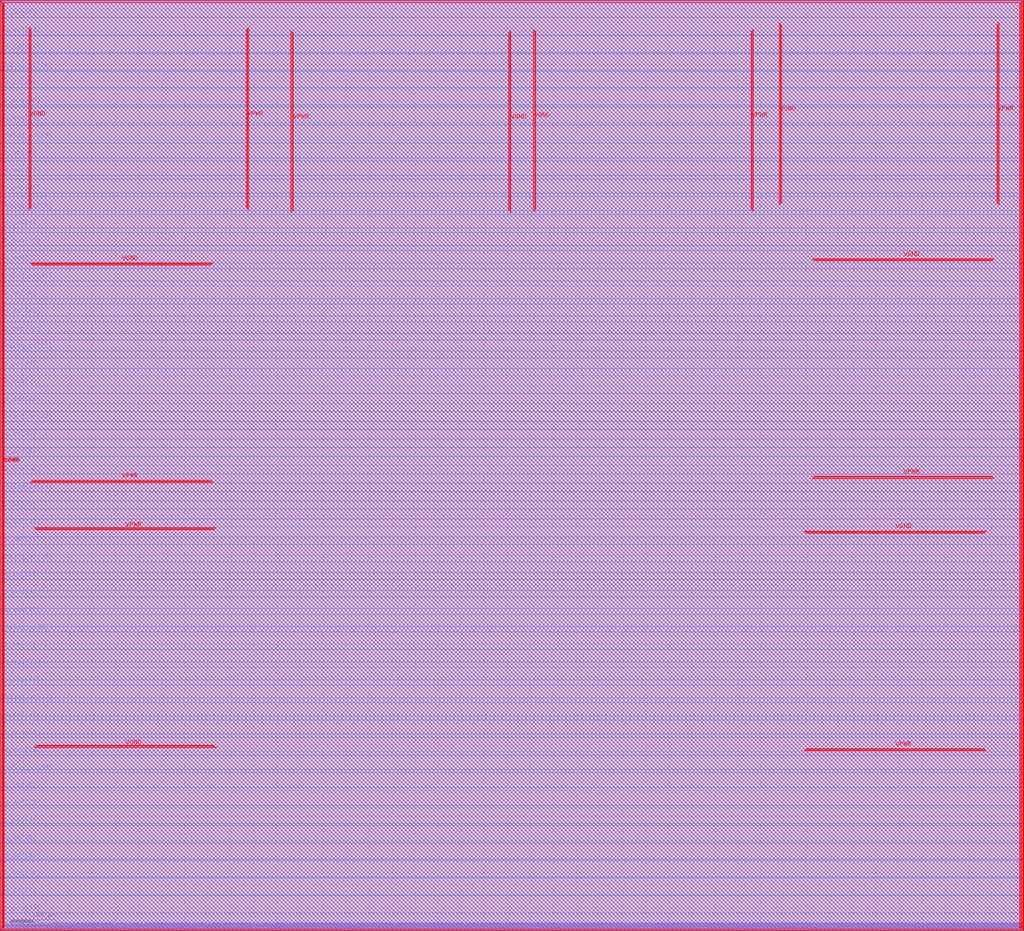
<source format=lef>
##
## LEF for PtnCells ;
## created by Innovus v20.10-p004_1 on Tue Dec 28 16:01:20 2021
##

VERSION 5.8 ;

BUSBITCHARS "[]" ;
DIVIDERCHAR "/" ;

MACRO azadi_soc_top_caravel
  CLASS BLOCK ;
  SIZE 2220.420000 BY 2019.600000 ;
  FOREIGN azadi_soc_top_caravel 0.000000 0.000000 ;
  ORIGIN 0 0 ;
  SYMMETRY X Y R90 ;
  PIN wb_clk_i
    DIRECTION INPUT ;
    USE SIGNAL ;
    PORT
      LAYER met2 ;
        RECT 4.435000 0.000000 4.575000 0.490000 ;
    END
  END wb_clk_i
  PIN wb_rst_i
    DIRECTION INPUT ;
    USE SIGNAL ;
    PORT
      LAYER met2 ;
        RECT 1.540000 0.000000 1.680000 0.490000 ;
    END
  END wb_rst_i
  PIN wbs_stb_i
    DIRECTION INPUT ;
    USE SIGNAL ;
    PORT
      LAYER met2 ;
        RECT 468.240000 0.000000 468.380000 0.490000 ;
    END
  END wbs_stb_i
  PIN wbs_cyc_i
    DIRECTION INPUT ;
    USE SIGNAL ;
    PORT
      LAYER met2 ;
        RECT 157.535000 0.000000 157.675000 0.490000 ;
    END
  END wbs_cyc_i
  PIN wbs_we_i
    DIRECTION INPUT ;
    USE SIGNAL ;
    PORT
      LAYER met2 ;
        RECT 472.745000 0.000000 472.885000 0.490000 ;
    END
  END wbs_we_i
  PIN wbs_sel_i[3]
    DIRECTION INPUT ;
    USE SIGNAL ;
    PORT
      LAYER met2 ;
        RECT 463.740000 0.000000 463.880000 0.490000 ;
    END
  END wbs_sel_i[3]
  PIN wbs_sel_i[2]
    DIRECTION INPUT ;
    USE SIGNAL ;
    PORT
      LAYER met2 ;
        RECT 459.235000 0.000000 459.375000 0.490000 ;
    END
  END wbs_sel_i[2]
  PIN wbs_sel_i[1]
    DIRECTION INPUT ;
    USE SIGNAL ;
    PORT
      LAYER met2 ;
        RECT 454.735000 0.000000 454.875000 0.490000 ;
    END
  END wbs_sel_i[1]
  PIN wbs_sel_i[0]
    DIRECTION INPUT ;
    USE SIGNAL ;
    PORT
      LAYER met2 ;
        RECT 450.230000 0.000000 450.370000 0.490000 ;
    END
  END wbs_sel_i[0]
  PIN wbs_dat_i[31]
    DIRECTION INPUT ;
    USE SIGNAL ;
    PORT
      LAYER met2 ;
        RECT 301.630000 0.000000 301.770000 0.490000 ;
    END
  END wbs_dat_i[31]
  PIN wbs_dat_i[30]
    DIRECTION INPUT ;
    USE SIGNAL ;
    PORT
      LAYER met2 ;
        RECT 297.130000 0.000000 297.270000 0.490000 ;
    END
  END wbs_dat_i[30]
  PIN wbs_dat_i[29]
    DIRECTION INPUT ;
    USE SIGNAL ;
    PORT
      LAYER met2 ;
        RECT 292.625000 0.000000 292.765000 0.490000 ;
    END
  END wbs_dat_i[29]
  PIN wbs_dat_i[28]
    DIRECTION INPUT ;
    USE SIGNAL ;
    PORT
      LAYER met2 ;
        RECT 288.120000 0.000000 288.260000 0.490000 ;
    END
  END wbs_dat_i[28]
  PIN wbs_dat_i[27]
    DIRECTION INPUT ;
    USE SIGNAL ;
    PORT
      LAYER met2 ;
        RECT 283.620000 0.000000 283.760000 0.490000 ;
    END
  END wbs_dat_i[27]
  PIN wbs_dat_i[26]
    DIRECTION INPUT ;
    USE SIGNAL ;
    PORT
      LAYER met2 ;
        RECT 279.115000 0.000000 279.255000 0.490000 ;
    END
  END wbs_dat_i[26]
  PIN wbs_dat_i[25]
    DIRECTION INPUT ;
    USE SIGNAL ;
    PORT
      LAYER met2 ;
        RECT 274.615000 0.000000 274.755000 0.490000 ;
    END
  END wbs_dat_i[25]
  PIN wbs_dat_i[24]
    DIRECTION INPUT ;
    USE SIGNAL ;
    PORT
      LAYER met2 ;
        RECT 270.110000 0.000000 270.250000 0.490000 ;
    END
  END wbs_dat_i[24]
  PIN wbs_dat_i[23]
    DIRECTION INPUT ;
    USE SIGNAL ;
    PORT
      LAYER met2 ;
        RECT 265.605000 0.000000 265.745000 0.490000 ;
    END
  END wbs_dat_i[23]
  PIN wbs_dat_i[22]
    DIRECTION INPUT ;
    USE SIGNAL ;
    PORT
      LAYER met2 ;
        RECT 261.105000 0.000000 261.245000 0.490000 ;
    END
  END wbs_dat_i[22]
  PIN wbs_dat_i[21]
    DIRECTION INPUT ;
    USE SIGNAL ;
    PORT
      LAYER met2 ;
        RECT 256.600000 0.000000 256.740000 0.490000 ;
    END
  END wbs_dat_i[21]
  PIN wbs_dat_i[20]
    DIRECTION INPUT ;
    USE SIGNAL ;
    PORT
      LAYER met2 ;
        RECT 252.100000 0.000000 252.240000 0.490000 ;
    END
  END wbs_dat_i[20]
  PIN wbs_dat_i[19]
    DIRECTION INPUT ;
    USE SIGNAL ;
    PORT
      LAYER met2 ;
        RECT 247.595000 0.000000 247.735000 0.490000 ;
    END
  END wbs_dat_i[19]
  PIN wbs_dat_i[18]
    DIRECTION INPUT ;
    USE SIGNAL ;
    PORT
      LAYER met2 ;
        RECT 243.090000 0.000000 243.230000 0.490000 ;
    END
  END wbs_dat_i[18]
  PIN wbs_dat_i[17]
    DIRECTION INPUT ;
    USE SIGNAL ;
    PORT
      LAYER met2 ;
        RECT 238.590000 0.000000 238.730000 0.490000 ;
    END
  END wbs_dat_i[17]
  PIN wbs_dat_i[16]
    DIRECTION INPUT ;
    USE SIGNAL ;
    PORT
      LAYER met2 ;
        RECT 234.085000 0.000000 234.225000 0.490000 ;
    END
  END wbs_dat_i[16]
  PIN wbs_dat_i[15]
    DIRECTION INPUT ;
    USE SIGNAL ;
    PORT
      LAYER met2 ;
        RECT 229.585000 0.000000 229.725000 0.490000 ;
    END
  END wbs_dat_i[15]
  PIN wbs_dat_i[14]
    DIRECTION INPUT ;
    USE SIGNAL ;
    PORT
      LAYER met2 ;
        RECT 225.080000 0.000000 225.220000 0.490000 ;
    END
  END wbs_dat_i[14]
  PIN wbs_dat_i[13]
    DIRECTION INPUT ;
    USE SIGNAL ;
    PORT
      LAYER met2 ;
        RECT 220.575000 0.000000 220.715000 0.490000 ;
    END
  END wbs_dat_i[13]
  PIN wbs_dat_i[12]
    DIRECTION INPUT ;
    USE SIGNAL ;
    PORT
      LAYER met2 ;
        RECT 216.075000 0.000000 216.215000 0.490000 ;
    END
  END wbs_dat_i[12]
  PIN wbs_dat_i[11]
    DIRECTION INPUT ;
    USE SIGNAL ;
    PORT
      LAYER met2 ;
        RECT 211.570000 0.000000 211.710000 0.490000 ;
    END
  END wbs_dat_i[11]
  PIN wbs_dat_i[10]
    DIRECTION INPUT ;
    USE SIGNAL ;
    PORT
      LAYER met2 ;
        RECT 207.070000 0.000000 207.210000 0.490000 ;
    END
  END wbs_dat_i[10]
  PIN wbs_dat_i[9]
    DIRECTION INPUT ;
    USE SIGNAL ;
    PORT
      LAYER met2 ;
        RECT 202.565000 0.000000 202.705000 0.490000 ;
    END
  END wbs_dat_i[9]
  PIN wbs_dat_i[8]
    DIRECTION INPUT ;
    USE SIGNAL ;
    PORT
      LAYER met2 ;
        RECT 198.060000 0.000000 198.200000 0.490000 ;
    END
  END wbs_dat_i[8]
  PIN wbs_dat_i[7]
    DIRECTION INPUT ;
    USE SIGNAL ;
    PORT
      LAYER met2 ;
        RECT 193.560000 0.000000 193.700000 0.490000 ;
    END
  END wbs_dat_i[7]
  PIN wbs_dat_i[6]
    DIRECTION INPUT ;
    USE SIGNAL ;
    PORT
      LAYER met2 ;
        RECT 189.055000 0.000000 189.195000 0.490000 ;
    END
  END wbs_dat_i[6]
  PIN wbs_dat_i[5]
    DIRECTION INPUT ;
    USE SIGNAL ;
    PORT
      LAYER met2 ;
        RECT 184.555000 0.000000 184.695000 0.490000 ;
    END
  END wbs_dat_i[5]
  PIN wbs_dat_i[4]
    DIRECTION INPUT ;
    USE SIGNAL ;
    PORT
      LAYER met2 ;
        RECT 180.050000 0.000000 180.190000 0.490000 ;
    END
  END wbs_dat_i[4]
  PIN wbs_dat_i[3]
    DIRECTION INPUT ;
    USE SIGNAL ;
    PORT
      LAYER met2 ;
        RECT 175.545000 0.000000 175.685000 0.490000 ;
    END
  END wbs_dat_i[3]
  PIN wbs_dat_i[2]
    DIRECTION INPUT ;
    USE SIGNAL ;
    PORT
      LAYER met2 ;
        RECT 171.045000 0.000000 171.185000 0.490000 ;
    END
  END wbs_dat_i[2]
  PIN wbs_dat_i[1]
    DIRECTION INPUT ;
    USE SIGNAL ;
    PORT
      LAYER met2 ;
        RECT 166.540000 0.000000 166.680000 0.490000 ;
    END
  END wbs_dat_i[1]
  PIN wbs_dat_i[0]
    DIRECTION INPUT ;
    USE SIGNAL ;
    PORT
      LAYER met2 ;
        RECT 162.040000 0.000000 162.180000 0.490000 ;
    END
  END wbs_dat_i[0]
  PIN wbs_adr_i[31]
    DIRECTION INPUT ;
    USE SIGNAL ;
    PORT
      LAYER met2 ;
        RECT 153.030000 0.000000 153.170000 0.490000 ;
    END
  END wbs_adr_i[31]
  PIN wbs_adr_i[30]
    DIRECTION INPUT ;
    USE SIGNAL ;
    PORT
      LAYER met2 ;
        RECT 148.530000 0.000000 148.670000 0.490000 ;
    END
  END wbs_adr_i[30]
  PIN wbs_adr_i[29]
    DIRECTION INPUT ;
    USE SIGNAL ;
    PORT
      LAYER met2 ;
        RECT 144.025000 0.000000 144.165000 0.490000 ;
    END
  END wbs_adr_i[29]
  PIN wbs_adr_i[28]
    DIRECTION INPUT ;
    USE SIGNAL ;
    PORT
      LAYER met2 ;
        RECT 139.525000 0.000000 139.665000 0.490000 ;
    END
  END wbs_adr_i[28]
  PIN wbs_adr_i[27]
    DIRECTION INPUT ;
    USE SIGNAL ;
    PORT
      LAYER met2 ;
        RECT 135.020000 0.000000 135.160000 0.490000 ;
    END
  END wbs_adr_i[27]
  PIN wbs_adr_i[26]
    DIRECTION INPUT ;
    USE SIGNAL ;
    PORT
      LAYER met2 ;
        RECT 130.515000 0.000000 130.655000 0.490000 ;
    END
  END wbs_adr_i[26]
  PIN wbs_adr_i[25]
    DIRECTION INPUT ;
    USE SIGNAL ;
    PORT
      LAYER met2 ;
        RECT 126.015000 0.000000 126.155000 0.490000 ;
    END
  END wbs_adr_i[25]
  PIN wbs_adr_i[24]
    DIRECTION INPUT ;
    USE SIGNAL ;
    PORT
      LAYER met2 ;
        RECT 121.510000 0.000000 121.650000 0.490000 ;
    END
  END wbs_adr_i[24]
  PIN wbs_adr_i[23]
    DIRECTION INPUT ;
    USE SIGNAL ;
    PORT
      LAYER met2 ;
        RECT 117.010000 0.000000 117.150000 0.490000 ;
    END
  END wbs_adr_i[23]
  PIN wbs_adr_i[22]
    DIRECTION INPUT ;
    USE SIGNAL ;
    PORT
      LAYER met2 ;
        RECT 112.505000 0.000000 112.645000 0.490000 ;
    END
  END wbs_adr_i[22]
  PIN wbs_adr_i[21]
    DIRECTION INPUT ;
    USE SIGNAL ;
    PORT
      LAYER met2 ;
        RECT 108.000000 0.000000 108.140000 0.490000 ;
    END
  END wbs_adr_i[21]
  PIN wbs_adr_i[20]
    DIRECTION INPUT ;
    USE SIGNAL ;
    PORT
      LAYER met2 ;
        RECT 103.500000 0.000000 103.640000 0.490000 ;
    END
  END wbs_adr_i[20]
  PIN wbs_adr_i[19]
    DIRECTION INPUT ;
    USE SIGNAL ;
    PORT
      LAYER met2 ;
        RECT 98.995000 0.000000 99.135000 0.490000 ;
    END
  END wbs_adr_i[19]
  PIN wbs_adr_i[18]
    DIRECTION INPUT ;
    USE SIGNAL ;
    PORT
      LAYER met2 ;
        RECT 94.495000 0.000000 94.635000 0.490000 ;
    END
  END wbs_adr_i[18]
  PIN wbs_adr_i[17]
    DIRECTION INPUT ;
    USE SIGNAL ;
    PORT
      LAYER met2 ;
        RECT 89.990000 0.000000 90.130000 0.490000 ;
    END
  END wbs_adr_i[17]
  PIN wbs_adr_i[16]
    DIRECTION INPUT ;
    USE SIGNAL ;
    PORT
      LAYER met2 ;
        RECT 85.485000 0.000000 85.625000 0.490000 ;
    END
  END wbs_adr_i[16]
  PIN wbs_adr_i[15]
    DIRECTION INPUT ;
    USE SIGNAL ;
    PORT
      LAYER met2 ;
        RECT 80.985000 0.000000 81.125000 0.490000 ;
    END
  END wbs_adr_i[15]
  PIN wbs_adr_i[14]
    DIRECTION INPUT ;
    USE SIGNAL ;
    PORT
      LAYER met2 ;
        RECT 76.480000 0.000000 76.620000 0.490000 ;
    END
  END wbs_adr_i[14]
  PIN wbs_adr_i[13]
    DIRECTION INPUT ;
    USE SIGNAL ;
    PORT
      LAYER met2 ;
        RECT 71.980000 0.000000 72.120000 0.490000 ;
    END
  END wbs_adr_i[13]
  PIN wbs_adr_i[12]
    DIRECTION INPUT ;
    USE SIGNAL ;
    PORT
      LAYER met2 ;
        RECT 67.475000 0.000000 67.615000 0.490000 ;
    END
  END wbs_adr_i[12]
  PIN wbs_adr_i[11]
    DIRECTION INPUT ;
    USE SIGNAL ;
    PORT
      LAYER met2 ;
        RECT 62.970000 0.000000 63.110000 0.490000 ;
    END
  END wbs_adr_i[11]
  PIN wbs_adr_i[10]
    DIRECTION INPUT ;
    USE SIGNAL ;
    PORT
      LAYER met2 ;
        RECT 58.470000 0.000000 58.610000 0.490000 ;
    END
  END wbs_adr_i[10]
  PIN wbs_adr_i[9]
    DIRECTION INPUT ;
    USE SIGNAL ;
    PORT
      LAYER met2 ;
        RECT 53.965000 0.000000 54.105000 0.490000 ;
    END
  END wbs_adr_i[9]
  PIN wbs_adr_i[8]
    DIRECTION INPUT ;
    USE SIGNAL ;
    PORT
      LAYER met2 ;
        RECT 49.465000 0.000000 49.605000 0.490000 ;
    END
  END wbs_adr_i[8]
  PIN wbs_adr_i[7]
    DIRECTION INPUT ;
    USE SIGNAL ;
    PORT
      LAYER met2 ;
        RECT 44.960000 0.000000 45.100000 0.490000 ;
    END
  END wbs_adr_i[7]
  PIN wbs_adr_i[6]
    DIRECTION INPUT ;
    USE SIGNAL ;
    PORT
      LAYER met2 ;
        RECT 40.455000 0.000000 40.595000 0.490000 ;
    END
  END wbs_adr_i[6]
  PIN wbs_adr_i[5]
    DIRECTION INPUT ;
    USE SIGNAL ;
    PORT
      LAYER met2 ;
        RECT 35.955000 0.000000 36.095000 0.490000 ;
    END
  END wbs_adr_i[5]
  PIN wbs_adr_i[4]
    DIRECTION INPUT ;
    USE SIGNAL ;
    PORT
      LAYER met2 ;
        RECT 31.450000 0.000000 31.590000 0.490000 ;
    END
  END wbs_adr_i[4]
  PIN wbs_adr_i[3]
    DIRECTION INPUT ;
    USE SIGNAL ;
    PORT
      LAYER met2 ;
        RECT 26.950000 0.000000 27.090000 0.490000 ;
    END
  END wbs_adr_i[3]
  PIN wbs_adr_i[2]
    DIRECTION INPUT ;
    USE SIGNAL ;
    PORT
      LAYER met2 ;
        RECT 22.445000 0.000000 22.585000 0.490000 ;
    END
  END wbs_adr_i[2]
  PIN wbs_adr_i[1]
    DIRECTION INPUT ;
    USE SIGNAL ;
    PORT
      LAYER met2 ;
        RECT 17.940000 0.000000 18.080000 0.490000 ;
    END
  END wbs_adr_i[1]
  PIN wbs_adr_i[0]
    DIRECTION INPUT ;
    USE SIGNAL ;
    PORT
      LAYER met2 ;
        RECT 13.440000 0.000000 13.580000 0.490000 ;
    END
  END wbs_adr_i[0]
  PIN wbs_ack_o
    DIRECTION OUTPUT ;
    USE SIGNAL ;
    PORT
      LAYER met2 ;
        RECT 8.935000 0.000000 9.075000 0.490000 ;
    END
  END wbs_ack_o
  PIN wbs_dat_o[31]
    DIRECTION OUTPUT ;
    USE SIGNAL ;
    PORT
      LAYER met2 ;
        RECT 445.725000 0.000000 445.865000 0.490000 ;
    END
  END wbs_dat_o[31]
  PIN wbs_dat_o[30]
    DIRECTION OUTPUT ;
    USE SIGNAL ;
    PORT
      LAYER met2 ;
        RECT 441.225000 0.000000 441.365000 0.490000 ;
    END
  END wbs_dat_o[30]
  PIN wbs_dat_o[29]
    DIRECTION OUTPUT ;
    USE SIGNAL ;
    PORT
      LAYER met2 ;
        RECT 436.720000 0.000000 436.860000 0.490000 ;
    END
  END wbs_dat_o[29]
  PIN wbs_dat_o[28]
    DIRECTION OUTPUT ;
    USE SIGNAL ;
    PORT
      LAYER met2 ;
        RECT 432.220000 0.000000 432.360000 0.490000 ;
    END
  END wbs_dat_o[28]
  PIN wbs_dat_o[27]
    DIRECTION OUTPUT ;
    USE SIGNAL ;
    PORT
      LAYER met2 ;
        RECT 427.715000 0.000000 427.855000 0.490000 ;
    END
  END wbs_dat_o[27]
  PIN wbs_dat_o[26]
    DIRECTION OUTPUT ;
    USE SIGNAL ;
    PORT
      LAYER met2 ;
        RECT 423.210000 0.000000 423.350000 0.490000 ;
    END
  END wbs_dat_o[26]
  PIN wbs_dat_o[25]
    DIRECTION OUTPUT ;
    USE SIGNAL ;
    PORT
      LAYER met2 ;
        RECT 418.710000 0.000000 418.850000 0.490000 ;
    END
  END wbs_dat_o[25]
  PIN wbs_dat_o[24]
    DIRECTION OUTPUT ;
    USE SIGNAL ;
    PORT
      LAYER met2 ;
        RECT 414.205000 0.000000 414.345000 0.490000 ;
    END
  END wbs_dat_o[24]
  PIN wbs_dat_o[23]
    DIRECTION OUTPUT ;
    USE SIGNAL ;
    PORT
      LAYER met2 ;
        RECT 409.705000 0.000000 409.845000 0.490000 ;
    END
  END wbs_dat_o[23]
  PIN wbs_dat_o[22]
    DIRECTION OUTPUT ;
    USE SIGNAL ;
    PORT
      LAYER met2 ;
        RECT 405.200000 0.000000 405.340000 0.490000 ;
    END
  END wbs_dat_o[22]
  PIN wbs_dat_o[21]
    DIRECTION OUTPUT ;
    USE SIGNAL ;
    PORT
      LAYER met2 ;
        RECT 400.695000 0.000000 400.835000 0.490000 ;
    END
  END wbs_dat_o[21]
  PIN wbs_dat_o[20]
    DIRECTION OUTPUT ;
    USE SIGNAL ;
    PORT
      LAYER met2 ;
        RECT 396.195000 0.000000 396.335000 0.490000 ;
    END
  END wbs_dat_o[20]
  PIN wbs_dat_o[19]
    DIRECTION OUTPUT ;
    USE SIGNAL ;
    PORT
      LAYER met2 ;
        RECT 391.690000 0.000000 391.830000 0.490000 ;
    END
  END wbs_dat_o[19]
  PIN wbs_dat_o[18]
    DIRECTION OUTPUT ;
    USE SIGNAL ;
    PORT
      LAYER met2 ;
        RECT 387.190000 0.000000 387.330000 0.490000 ;
    END
  END wbs_dat_o[18]
  PIN wbs_dat_o[17]
    DIRECTION OUTPUT ;
    USE SIGNAL ;
    PORT
      LAYER met2 ;
        RECT 382.685000 0.000000 382.825000 0.490000 ;
    END
  END wbs_dat_o[17]
  PIN wbs_dat_o[16]
    DIRECTION OUTPUT ;
    USE SIGNAL ;
    PORT
      LAYER met2 ;
        RECT 378.180000 0.000000 378.320000 0.490000 ;
    END
  END wbs_dat_o[16]
  PIN wbs_dat_o[15]
    DIRECTION OUTPUT ;
    USE SIGNAL ;
    PORT
      LAYER met2 ;
        RECT 373.680000 0.000000 373.820000 0.490000 ;
    END
  END wbs_dat_o[15]
  PIN wbs_dat_o[14]
    DIRECTION OUTPUT ;
    USE SIGNAL ;
    PORT
      LAYER met2 ;
        RECT 369.175000 0.000000 369.315000 0.490000 ;
    END
  END wbs_dat_o[14]
  PIN wbs_dat_o[13]
    DIRECTION OUTPUT ;
    USE SIGNAL ;
    PORT
      LAYER met2 ;
        RECT 364.675000 0.000000 364.815000 0.490000 ;
    END
  END wbs_dat_o[13]
  PIN wbs_dat_o[12]
    DIRECTION OUTPUT ;
    USE SIGNAL ;
    PORT
      LAYER met2 ;
        RECT 360.170000 0.000000 360.310000 0.490000 ;
    END
  END wbs_dat_o[12]
  PIN wbs_dat_o[11]
    DIRECTION OUTPUT ;
    USE SIGNAL ;
    PORT
      LAYER met2 ;
        RECT 355.665000 0.000000 355.805000 0.490000 ;
    END
  END wbs_dat_o[11]
  PIN wbs_dat_o[10]
    DIRECTION OUTPUT ;
    USE SIGNAL ;
    PORT
      LAYER met2 ;
        RECT 351.165000 0.000000 351.305000 0.490000 ;
    END
  END wbs_dat_o[10]
  PIN wbs_dat_o[9]
    DIRECTION OUTPUT ;
    USE SIGNAL ;
    PORT
      LAYER met2 ;
        RECT 346.660000 0.000000 346.800000 0.490000 ;
    END
  END wbs_dat_o[9]
  PIN wbs_dat_o[8]
    DIRECTION OUTPUT ;
    USE SIGNAL ;
    PORT
      LAYER met2 ;
        RECT 342.160000 0.000000 342.300000 0.490000 ;
    END
  END wbs_dat_o[8]
  PIN wbs_dat_o[7]
    DIRECTION OUTPUT ;
    USE SIGNAL ;
    PORT
      LAYER met2 ;
        RECT 337.655000 0.000000 337.795000 0.490000 ;
    END
  END wbs_dat_o[7]
  PIN wbs_dat_o[6]
    DIRECTION OUTPUT ;
    USE SIGNAL ;
    PORT
      LAYER met2 ;
        RECT 333.150000 0.000000 333.290000 0.490000 ;
    END
  END wbs_dat_o[6]
  PIN wbs_dat_o[5]
    DIRECTION OUTPUT ;
    USE SIGNAL ;
    PORT
      LAYER met2 ;
        RECT 328.650000 0.000000 328.790000 0.490000 ;
    END
  END wbs_dat_o[5]
  PIN wbs_dat_o[4]
    DIRECTION OUTPUT ;
    USE SIGNAL ;
    PORT
      LAYER met2 ;
        RECT 324.145000 0.000000 324.285000 0.490000 ;
    END
  END wbs_dat_o[4]
  PIN wbs_dat_o[3]
    DIRECTION OUTPUT ;
    USE SIGNAL ;
    PORT
      LAYER met2 ;
        RECT 319.645000 0.000000 319.785000 0.490000 ;
    END
  END wbs_dat_o[3]
  PIN wbs_dat_o[2]
    DIRECTION OUTPUT ;
    USE SIGNAL ;
    PORT
      LAYER met2 ;
        RECT 315.140000 0.000000 315.280000 0.490000 ;
    END
  END wbs_dat_o[2]
  PIN wbs_dat_o[1]
    DIRECTION OUTPUT ;
    USE SIGNAL ;
    PORT
      LAYER met2 ;
        RECT 310.635000 0.000000 310.775000 0.490000 ;
    END
  END wbs_dat_o[1]
  PIN wbs_dat_o[0]
    DIRECTION OUTPUT ;
    USE SIGNAL ;
    PORT
      LAYER met2 ;
        RECT 306.135000 0.000000 306.275000 0.490000 ;
    END
  END wbs_dat_o[0]
  PIN la_data_in[127]
    DIRECTION INPUT ;
    USE SIGNAL ;
    PORT
      LAYER met2 ;
        RECT 1049.130000 0.000000 1049.270000 0.490000 ;
    END
  END la_data_in[127]
  PIN la_data_in[126]
    DIRECTION INPUT ;
    USE SIGNAL ;
    PORT
      LAYER met2 ;
        RECT 1044.625000 0.000000 1044.765000 0.490000 ;
    END
  END la_data_in[126]
  PIN la_data_in[125]
    DIRECTION INPUT ;
    USE SIGNAL ;
    PORT
      LAYER met2 ;
        RECT 1040.125000 0.000000 1040.265000 0.490000 ;
    END
  END la_data_in[125]
  PIN la_data_in[124]
    DIRECTION INPUT ;
    USE SIGNAL ;
    PORT
      LAYER met2 ;
        RECT 1035.620000 0.000000 1035.760000 0.490000 ;
    END
  END la_data_in[124]
  PIN la_data_in[123]
    DIRECTION INPUT ;
    USE SIGNAL ;
    PORT
      LAYER met2 ;
        RECT 1031.115000 0.000000 1031.255000 0.490000 ;
    END
  END la_data_in[123]
  PIN la_data_in[122]
    DIRECTION INPUT ;
    USE SIGNAL ;
    PORT
      LAYER met2 ;
        RECT 1026.615000 0.000000 1026.755000 0.490000 ;
    END
  END la_data_in[122]
  PIN la_data_in[121]
    DIRECTION INPUT ;
    USE SIGNAL ;
    PORT
      LAYER met2 ;
        RECT 1022.110000 0.000000 1022.250000 0.490000 ;
    END
  END la_data_in[121]
  PIN la_data_in[120]
    DIRECTION INPUT ;
    USE SIGNAL ;
    PORT
      LAYER met2 ;
        RECT 1017.610000 0.000000 1017.750000 0.490000 ;
    END
  END la_data_in[120]
  PIN la_data_in[119]
    DIRECTION INPUT ;
    USE SIGNAL ;
    PORT
      LAYER met2 ;
        RECT 1013.105000 0.000000 1013.245000 0.490000 ;
    END
  END la_data_in[119]
  PIN la_data_in[118]
    DIRECTION INPUT ;
    USE SIGNAL ;
    PORT
      LAYER met2 ;
        RECT 1008.600000 0.000000 1008.740000 0.490000 ;
    END
  END la_data_in[118]
  PIN la_data_in[117]
    DIRECTION INPUT ;
    USE SIGNAL ;
    PORT
      LAYER met2 ;
        RECT 1004.100000 0.000000 1004.240000 0.490000 ;
    END
  END la_data_in[117]
  PIN la_data_in[116]
    DIRECTION INPUT ;
    USE SIGNAL ;
    PORT
      LAYER met2 ;
        RECT 999.595000 0.000000 999.735000 0.490000 ;
    END
  END la_data_in[116]
  PIN la_data_in[115]
    DIRECTION INPUT ;
    USE SIGNAL ;
    PORT
      LAYER met2 ;
        RECT 995.095000 0.000000 995.235000 0.490000 ;
    END
  END la_data_in[115]
  PIN la_data_in[114]
    DIRECTION INPUT ;
    USE SIGNAL ;
    PORT
      LAYER met2 ;
        RECT 990.590000 0.000000 990.730000 0.490000 ;
    END
  END la_data_in[114]
  PIN la_data_in[113]
    DIRECTION INPUT ;
    USE SIGNAL ;
    PORT
      LAYER met2 ;
        RECT 986.085000 0.000000 986.225000 0.490000 ;
    END
  END la_data_in[113]
  PIN la_data_in[112]
    DIRECTION INPUT ;
    USE SIGNAL ;
    PORT
      LAYER met2 ;
        RECT 981.585000 0.000000 981.725000 0.490000 ;
    END
  END la_data_in[112]
  PIN la_data_in[111]
    DIRECTION INPUT ;
    USE SIGNAL ;
    PORT
      LAYER met2 ;
        RECT 977.080000 0.000000 977.220000 0.490000 ;
    END
  END la_data_in[111]
  PIN la_data_in[110]
    DIRECTION INPUT ;
    USE SIGNAL ;
    PORT
      LAYER met2 ;
        RECT 972.580000 0.000000 972.720000 0.490000 ;
    END
  END la_data_in[110]
  PIN la_data_in[109]
    DIRECTION INPUT ;
    USE SIGNAL ;
    PORT
      LAYER met2 ;
        RECT 968.075000 0.000000 968.215000 0.490000 ;
    END
  END la_data_in[109]
  PIN la_data_in[108]
    DIRECTION INPUT ;
    USE SIGNAL ;
    PORT
      LAYER met2 ;
        RECT 963.570000 0.000000 963.710000 0.490000 ;
    END
  END la_data_in[108]
  PIN la_data_in[107]
    DIRECTION INPUT ;
    USE SIGNAL ;
    PORT
      LAYER met2 ;
        RECT 959.070000 0.000000 959.210000 0.490000 ;
    END
  END la_data_in[107]
  PIN la_data_in[106]
    DIRECTION INPUT ;
    USE SIGNAL ;
    PORT
      LAYER met2 ;
        RECT 954.565000 0.000000 954.705000 0.490000 ;
    END
  END la_data_in[106]
  PIN la_data_in[105]
    DIRECTION INPUT ;
    USE SIGNAL ;
    PORT
      LAYER met2 ;
        RECT 950.065000 0.000000 950.205000 0.490000 ;
    END
  END la_data_in[105]
  PIN la_data_in[104]
    DIRECTION INPUT ;
    USE SIGNAL ;
    PORT
      LAYER met2 ;
        RECT 945.560000 0.000000 945.700000 0.490000 ;
    END
  END la_data_in[104]
  PIN la_data_in[103]
    DIRECTION INPUT ;
    USE SIGNAL ;
    PORT
      LAYER met2 ;
        RECT 941.055000 0.000000 941.195000 0.490000 ;
    END
  END la_data_in[103]
  PIN la_data_in[102]
    DIRECTION INPUT ;
    USE SIGNAL ;
    PORT
      LAYER met2 ;
        RECT 936.555000 0.000000 936.695000 0.490000 ;
    END
  END la_data_in[102]
  PIN la_data_in[101]
    DIRECTION INPUT ;
    USE SIGNAL ;
    PORT
      LAYER met2 ;
        RECT 932.050000 0.000000 932.190000 0.490000 ;
    END
  END la_data_in[101]
  PIN la_data_in[100]
    DIRECTION INPUT ;
    USE SIGNAL ;
    PORT
      LAYER met2 ;
        RECT 927.550000 0.000000 927.690000 0.490000 ;
    END
  END la_data_in[100]
  PIN la_data_in[99]
    DIRECTION INPUT ;
    USE SIGNAL ;
    PORT
      LAYER met2 ;
        RECT 923.045000 0.000000 923.185000 0.490000 ;
    END
  END la_data_in[99]
  PIN la_data_in[98]
    DIRECTION INPUT ;
    USE SIGNAL ;
    PORT
      LAYER met2 ;
        RECT 918.540000 0.000000 918.680000 0.490000 ;
    END
  END la_data_in[98]
  PIN la_data_in[97]
    DIRECTION INPUT ;
    USE SIGNAL ;
    PORT
      LAYER met2 ;
        RECT 914.040000 0.000000 914.180000 0.490000 ;
    END
  END la_data_in[97]
  PIN la_data_in[96]
    DIRECTION INPUT ;
    USE SIGNAL ;
    PORT
      LAYER met2 ;
        RECT 909.535000 0.000000 909.675000 0.490000 ;
    END
  END la_data_in[96]
  PIN la_data_in[95]
    DIRECTION INPUT ;
    USE SIGNAL ;
    PORT
      LAYER met2 ;
        RECT 905.035000 0.000000 905.175000 0.490000 ;
    END
  END la_data_in[95]
  PIN la_data_in[94]
    DIRECTION INPUT ;
    USE SIGNAL ;
    PORT
      LAYER met2 ;
        RECT 900.530000 0.000000 900.670000 0.490000 ;
    END
  END la_data_in[94]
  PIN la_data_in[93]
    DIRECTION INPUT ;
    USE SIGNAL ;
    PORT
      LAYER met2 ;
        RECT 896.025000 0.000000 896.165000 0.490000 ;
    END
  END la_data_in[93]
  PIN la_data_in[92]
    DIRECTION INPUT ;
    USE SIGNAL ;
    PORT
      LAYER met2 ;
        RECT 891.525000 0.000000 891.665000 0.490000 ;
    END
  END la_data_in[92]
  PIN la_data_in[91]
    DIRECTION INPUT ;
    USE SIGNAL ;
    PORT
      LAYER met2 ;
        RECT 887.020000 0.000000 887.160000 0.490000 ;
    END
  END la_data_in[91]
  PIN la_data_in[90]
    DIRECTION INPUT ;
    USE SIGNAL ;
    PORT
      LAYER met2 ;
        RECT 882.520000 0.000000 882.660000 0.490000 ;
    END
  END la_data_in[90]
  PIN la_data_in[89]
    DIRECTION INPUT ;
    USE SIGNAL ;
    PORT
      LAYER met2 ;
        RECT 878.015000 0.000000 878.155000 0.490000 ;
    END
  END la_data_in[89]
  PIN la_data_in[88]
    DIRECTION INPUT ;
    USE SIGNAL ;
    PORT
      LAYER met2 ;
        RECT 873.510000 0.000000 873.650000 0.490000 ;
    END
  END la_data_in[88]
  PIN la_data_in[87]
    DIRECTION INPUT ;
    USE SIGNAL ;
    PORT
      LAYER met2 ;
        RECT 869.010000 0.000000 869.150000 0.490000 ;
    END
  END la_data_in[87]
  PIN la_data_in[86]
    DIRECTION INPUT ;
    USE SIGNAL ;
    PORT
      LAYER met2 ;
        RECT 864.505000 0.000000 864.645000 0.490000 ;
    END
  END la_data_in[86]
  PIN la_data_in[85]
    DIRECTION INPUT ;
    USE SIGNAL ;
    PORT
      LAYER met2 ;
        RECT 860.005000 0.000000 860.145000 0.490000 ;
    END
  END la_data_in[85]
  PIN la_data_in[84]
    DIRECTION INPUT ;
    USE SIGNAL ;
    PORT
      LAYER met2 ;
        RECT 855.500000 0.000000 855.640000 0.490000 ;
    END
  END la_data_in[84]
  PIN la_data_in[83]
    DIRECTION INPUT ;
    USE SIGNAL ;
    PORT
      LAYER met2 ;
        RECT 850.995000 0.000000 851.135000 0.490000 ;
    END
  END la_data_in[83]
  PIN la_data_in[82]
    DIRECTION INPUT ;
    USE SIGNAL ;
    PORT
      LAYER met2 ;
        RECT 846.495000 0.000000 846.635000 0.490000 ;
    END
  END la_data_in[82]
  PIN la_data_in[81]
    DIRECTION INPUT ;
    USE SIGNAL ;
    PORT
      LAYER met2 ;
        RECT 841.990000 0.000000 842.130000 0.490000 ;
    END
  END la_data_in[81]
  PIN la_data_in[80]
    DIRECTION INPUT ;
    USE SIGNAL ;
    PORT
      LAYER met2 ;
        RECT 837.490000 0.000000 837.630000 0.490000 ;
    END
  END la_data_in[80]
  PIN la_data_in[79]
    DIRECTION INPUT ;
    USE SIGNAL ;
    PORT
      LAYER met2 ;
        RECT 832.985000 0.000000 833.125000 0.490000 ;
    END
  END la_data_in[79]
  PIN la_data_in[78]
    DIRECTION INPUT ;
    USE SIGNAL ;
    PORT
      LAYER met2 ;
        RECT 828.480000 0.000000 828.620000 0.490000 ;
    END
  END la_data_in[78]
  PIN la_data_in[77]
    DIRECTION INPUT ;
    USE SIGNAL ;
    PORT
      LAYER met2 ;
        RECT 823.980000 0.000000 824.120000 0.490000 ;
    END
  END la_data_in[77]
  PIN la_data_in[76]
    DIRECTION INPUT ;
    USE SIGNAL ;
    PORT
      LAYER met2 ;
        RECT 819.475000 0.000000 819.615000 0.490000 ;
    END
  END la_data_in[76]
  PIN la_data_in[75]
    DIRECTION INPUT ;
    USE SIGNAL ;
    PORT
      LAYER met2 ;
        RECT 814.975000 0.000000 815.115000 0.490000 ;
    END
  END la_data_in[75]
  PIN la_data_in[74]
    DIRECTION INPUT ;
    USE SIGNAL ;
    PORT
      LAYER met2 ;
        RECT 810.470000 0.000000 810.610000 0.490000 ;
    END
  END la_data_in[74]
  PIN la_data_in[73]
    DIRECTION INPUT ;
    USE SIGNAL ;
    PORT
      LAYER met2 ;
        RECT 805.965000 0.000000 806.105000 0.490000 ;
    END
  END la_data_in[73]
  PIN la_data_in[72]
    DIRECTION INPUT ;
    USE SIGNAL ;
    PORT
      LAYER met2 ;
        RECT 801.465000 0.000000 801.605000 0.490000 ;
    END
  END la_data_in[72]
  PIN la_data_in[71]
    DIRECTION INPUT ;
    USE SIGNAL ;
    PORT
      LAYER met2 ;
        RECT 796.960000 0.000000 797.100000 0.490000 ;
    END
  END la_data_in[71]
  PIN la_data_in[70]
    DIRECTION INPUT ;
    USE SIGNAL ;
    PORT
      LAYER met2 ;
        RECT 792.460000 0.000000 792.600000 0.490000 ;
    END
  END la_data_in[70]
  PIN la_data_in[69]
    DIRECTION INPUT ;
    USE SIGNAL ;
    PORT
      LAYER met2 ;
        RECT 787.955000 0.000000 788.095000 0.490000 ;
    END
  END la_data_in[69]
  PIN la_data_in[68]
    DIRECTION INPUT ;
    USE SIGNAL ;
    PORT
      LAYER met2 ;
        RECT 783.450000 0.000000 783.590000 0.490000 ;
    END
  END la_data_in[68]
  PIN la_data_in[67]
    DIRECTION INPUT ;
    USE SIGNAL ;
    PORT
      LAYER met2 ;
        RECT 778.950000 0.000000 779.090000 0.490000 ;
    END
  END la_data_in[67]
  PIN la_data_in[66]
    DIRECTION INPUT ;
    USE SIGNAL ;
    PORT
      LAYER met2 ;
        RECT 774.445000 0.000000 774.585000 0.490000 ;
    END
  END la_data_in[66]
  PIN la_data_in[65]
    DIRECTION INPUT ;
    USE SIGNAL ;
    PORT
      LAYER met2 ;
        RECT 769.945000 0.000000 770.085000 0.490000 ;
    END
  END la_data_in[65]
  PIN la_data_in[64]
    DIRECTION INPUT ;
    USE SIGNAL ;
    PORT
      LAYER met2 ;
        RECT 765.440000 0.000000 765.580000 0.490000 ;
    END
  END la_data_in[64]
  PIN la_data_in[63]
    DIRECTION INPUT ;
    USE SIGNAL ;
    PORT
      LAYER met2 ;
        RECT 760.935000 0.000000 761.075000 0.490000 ;
    END
  END la_data_in[63]
  PIN la_data_in[62]
    DIRECTION INPUT ;
    USE SIGNAL ;
    PORT
      LAYER met2 ;
        RECT 756.435000 0.000000 756.575000 0.490000 ;
    END
  END la_data_in[62]
  PIN la_data_in[61]
    DIRECTION INPUT ;
    USE SIGNAL ;
    PORT
      LAYER met2 ;
        RECT 751.930000 0.000000 752.070000 0.490000 ;
    END
  END la_data_in[61]
  PIN la_data_in[60]
    DIRECTION INPUT ;
    USE SIGNAL ;
    PORT
      LAYER met2 ;
        RECT 747.430000 0.000000 747.570000 0.490000 ;
    END
  END la_data_in[60]
  PIN la_data_in[59]
    DIRECTION INPUT ;
    USE SIGNAL ;
    PORT
      LAYER met2 ;
        RECT 742.925000 0.000000 743.065000 0.490000 ;
    END
  END la_data_in[59]
  PIN la_data_in[58]
    DIRECTION INPUT ;
    USE SIGNAL ;
    PORT
      LAYER met2 ;
        RECT 738.420000 0.000000 738.560000 0.490000 ;
    END
  END la_data_in[58]
  PIN la_data_in[57]
    DIRECTION INPUT ;
    USE SIGNAL ;
    PORT
      LAYER met2 ;
        RECT 733.920000 0.000000 734.060000 0.490000 ;
    END
  END la_data_in[57]
  PIN la_data_in[56]
    DIRECTION INPUT ;
    USE SIGNAL ;
    PORT
      LAYER met2 ;
        RECT 729.415000 0.000000 729.555000 0.490000 ;
    END
  END la_data_in[56]
  PIN la_data_in[55]
    DIRECTION INPUT ;
    USE SIGNAL ;
    PORT
      LAYER met2 ;
        RECT 724.915000 0.000000 725.055000 0.490000 ;
    END
  END la_data_in[55]
  PIN la_data_in[54]
    DIRECTION INPUT ;
    USE SIGNAL ;
    PORT
      LAYER met2 ;
        RECT 720.410000 0.000000 720.550000 0.490000 ;
    END
  END la_data_in[54]
  PIN la_data_in[53]
    DIRECTION INPUT ;
    USE SIGNAL ;
    PORT
      LAYER met2 ;
        RECT 715.905000 0.000000 716.045000 0.490000 ;
    END
  END la_data_in[53]
  PIN la_data_in[52]
    DIRECTION INPUT ;
    USE SIGNAL ;
    PORT
      LAYER met2 ;
        RECT 711.405000 0.000000 711.545000 0.490000 ;
    END
  END la_data_in[52]
  PIN la_data_in[51]
    DIRECTION INPUT ;
    USE SIGNAL ;
    PORT
      LAYER met2 ;
        RECT 706.900000 0.000000 707.040000 0.490000 ;
    END
  END la_data_in[51]
  PIN la_data_in[50]
    DIRECTION INPUT ;
    USE SIGNAL ;
    PORT
      LAYER met2 ;
        RECT 702.400000 0.000000 702.540000 0.490000 ;
    END
  END la_data_in[50]
  PIN la_data_in[49]
    DIRECTION INPUT ;
    USE SIGNAL ;
    PORT
      LAYER met2 ;
        RECT 697.895000 0.000000 698.035000 0.490000 ;
    END
  END la_data_in[49]
  PIN la_data_in[48]
    DIRECTION INPUT ;
    USE SIGNAL ;
    PORT
      LAYER met2 ;
        RECT 693.390000 0.000000 693.530000 0.490000 ;
    END
  END la_data_in[48]
  PIN la_data_in[47]
    DIRECTION INPUT ;
    USE SIGNAL ;
    PORT
      LAYER met2 ;
        RECT 688.890000 0.000000 689.030000 0.490000 ;
    END
  END la_data_in[47]
  PIN la_data_in[46]
    DIRECTION INPUT ;
    USE SIGNAL ;
    PORT
      LAYER met2 ;
        RECT 684.385000 0.000000 684.525000 0.490000 ;
    END
  END la_data_in[46]
  PIN la_data_in[45]
    DIRECTION INPUT ;
    USE SIGNAL ;
    PORT
      LAYER met2 ;
        RECT 679.885000 0.000000 680.025000 0.490000 ;
    END
  END la_data_in[45]
  PIN la_data_in[44]
    DIRECTION INPUT ;
    USE SIGNAL ;
    PORT
      LAYER met2 ;
        RECT 675.380000 0.000000 675.520000 0.490000 ;
    END
  END la_data_in[44]
  PIN la_data_in[43]
    DIRECTION INPUT ;
    USE SIGNAL ;
    PORT
      LAYER met2 ;
        RECT 670.875000 0.000000 671.015000 0.490000 ;
    END
  END la_data_in[43]
  PIN la_data_in[42]
    DIRECTION INPUT ;
    USE SIGNAL ;
    PORT
      LAYER met2 ;
        RECT 666.375000 0.000000 666.515000 0.490000 ;
    END
  END la_data_in[42]
  PIN la_data_in[41]
    DIRECTION INPUT ;
    USE SIGNAL ;
    PORT
      LAYER met2 ;
        RECT 661.870000 0.000000 662.010000 0.490000 ;
    END
  END la_data_in[41]
  PIN la_data_in[40]
    DIRECTION INPUT ;
    USE SIGNAL ;
    PORT
      LAYER met2 ;
        RECT 657.370000 0.000000 657.510000 0.490000 ;
    END
  END la_data_in[40]
  PIN la_data_in[39]
    DIRECTION INPUT ;
    USE SIGNAL ;
    PORT
      LAYER met2 ;
        RECT 652.865000 0.000000 653.005000 0.490000 ;
    END
  END la_data_in[39]
  PIN la_data_in[38]
    DIRECTION INPUT ;
    USE SIGNAL ;
    PORT
      LAYER met2 ;
        RECT 648.360000 0.000000 648.500000 0.490000 ;
    END
  END la_data_in[38]
  PIN la_data_in[37]
    DIRECTION INPUT ;
    USE SIGNAL ;
    PORT
      LAYER met2 ;
        RECT 643.860000 0.000000 644.000000 0.490000 ;
    END
  END la_data_in[37]
  PIN la_data_in[36]
    DIRECTION INPUT ;
    USE SIGNAL ;
    PORT
      LAYER met2 ;
        RECT 639.355000 0.000000 639.495000 0.490000 ;
    END
  END la_data_in[36]
  PIN la_data_in[35]
    DIRECTION INPUT ;
    USE SIGNAL ;
    PORT
      LAYER met2 ;
        RECT 634.855000 0.000000 634.995000 0.490000 ;
    END
  END la_data_in[35]
  PIN la_data_in[34]
    DIRECTION INPUT ;
    USE SIGNAL ;
    PORT
      LAYER met2 ;
        RECT 630.350000 0.000000 630.490000 0.490000 ;
    END
  END la_data_in[34]
  PIN la_data_in[33]
    DIRECTION INPUT ;
    USE SIGNAL ;
    PORT
      LAYER met2 ;
        RECT 625.845000 0.000000 625.985000 0.490000 ;
    END
  END la_data_in[33]
  PIN la_data_in[32]
    DIRECTION INPUT ;
    USE SIGNAL ;
    PORT
      LAYER met2 ;
        RECT 621.345000 0.000000 621.485000 0.490000 ;
    END
  END la_data_in[32]
  PIN la_data_in[31]
    DIRECTION INPUT ;
    USE SIGNAL ;
    PORT
      LAYER met2 ;
        RECT 616.840000 0.000000 616.980000 0.490000 ;
    END
  END la_data_in[31]
  PIN la_data_in[30]
    DIRECTION INPUT ;
    USE SIGNAL ;
    PORT
      LAYER met2 ;
        RECT 612.340000 0.000000 612.480000 0.490000 ;
    END
  END la_data_in[30]
  PIN la_data_in[29]
    DIRECTION INPUT ;
    USE SIGNAL ;
    PORT
      LAYER met2 ;
        RECT 607.835000 0.000000 607.975000 0.490000 ;
    END
  END la_data_in[29]
  PIN la_data_in[28]
    DIRECTION INPUT ;
    USE SIGNAL ;
    PORT
      LAYER met2 ;
        RECT 603.330000 0.000000 603.470000 0.490000 ;
    END
  END la_data_in[28]
  PIN la_data_in[27]
    DIRECTION INPUT ;
    USE SIGNAL ;
    PORT
      LAYER met2 ;
        RECT 598.830000 0.000000 598.970000 0.490000 ;
    END
  END la_data_in[27]
  PIN la_data_in[26]
    DIRECTION INPUT ;
    USE SIGNAL ;
    PORT
      LAYER met2 ;
        RECT 594.325000 0.000000 594.465000 0.490000 ;
    END
  END la_data_in[26]
  PIN la_data_in[25]
    DIRECTION INPUT ;
    USE SIGNAL ;
    PORT
      LAYER met2 ;
        RECT 589.825000 0.000000 589.965000 0.490000 ;
    END
  END la_data_in[25]
  PIN la_data_in[24]
    DIRECTION INPUT ;
    USE SIGNAL ;
    PORT
      LAYER met2 ;
        RECT 585.320000 0.000000 585.460000 0.490000 ;
    END
  END la_data_in[24]
  PIN la_data_in[23]
    DIRECTION INPUT ;
    USE SIGNAL ;
    PORT
      LAYER met2 ;
        RECT 580.815000 0.000000 580.955000 0.490000 ;
    END
  END la_data_in[23]
  PIN la_data_in[22]
    DIRECTION INPUT ;
    USE SIGNAL ;
    PORT
      LAYER met2 ;
        RECT 576.315000 0.000000 576.455000 0.490000 ;
    END
  END la_data_in[22]
  PIN la_data_in[21]
    DIRECTION INPUT ;
    USE SIGNAL ;
    PORT
      LAYER met2 ;
        RECT 571.810000 0.000000 571.950000 0.490000 ;
    END
  END la_data_in[21]
  PIN la_data_in[20]
    DIRECTION INPUT ;
    USE SIGNAL ;
    PORT
      LAYER met2 ;
        RECT 567.310000 0.000000 567.450000 0.490000 ;
    END
  END la_data_in[20]
  PIN la_data_in[19]
    DIRECTION INPUT ;
    USE SIGNAL ;
    PORT
      LAYER met2 ;
        RECT 562.805000 0.000000 562.945000 0.490000 ;
    END
  END la_data_in[19]
  PIN la_data_in[18]
    DIRECTION INPUT ;
    USE SIGNAL ;
    PORT
      LAYER met2 ;
        RECT 558.300000 0.000000 558.440000 0.490000 ;
    END
  END la_data_in[18]
  PIN la_data_in[17]
    DIRECTION INPUT ;
    USE SIGNAL ;
    PORT
      LAYER met2 ;
        RECT 553.800000 0.000000 553.940000 0.490000 ;
    END
  END la_data_in[17]
  PIN la_data_in[16]
    DIRECTION INPUT ;
    USE SIGNAL ;
    PORT
      LAYER met2 ;
        RECT 549.295000 0.000000 549.435000 0.490000 ;
    END
  END la_data_in[16]
  PIN la_data_in[15]
    DIRECTION INPUT ;
    USE SIGNAL ;
    PORT
      LAYER met2 ;
        RECT 544.795000 0.000000 544.935000 0.490000 ;
    END
  END la_data_in[15]
  PIN la_data_in[14]
    DIRECTION INPUT ;
    USE SIGNAL ;
    PORT
      LAYER met2 ;
        RECT 540.290000 0.000000 540.430000 0.490000 ;
    END
  END la_data_in[14]
  PIN la_data_in[13]
    DIRECTION INPUT ;
    USE SIGNAL ;
    PORT
      LAYER met2 ;
        RECT 535.785000 0.000000 535.925000 0.490000 ;
    END
  END la_data_in[13]
  PIN la_data_in[12]
    DIRECTION INPUT ;
    USE SIGNAL ;
    PORT
      LAYER met2 ;
        RECT 531.285000 0.000000 531.425000 0.490000 ;
    END
  END la_data_in[12]
  PIN la_data_in[11]
    DIRECTION INPUT ;
    USE SIGNAL ;
    PORT
      LAYER met2 ;
        RECT 526.780000 0.000000 526.920000 0.490000 ;
    END
  END la_data_in[11]
  PIN la_data_in[10]
    DIRECTION INPUT ;
    USE SIGNAL ;
    PORT
      LAYER met2 ;
        RECT 522.280000 0.000000 522.420000 0.490000 ;
    END
  END la_data_in[10]
  PIN la_data_in[9]
    DIRECTION INPUT ;
    USE SIGNAL ;
    PORT
      LAYER met2 ;
        RECT 517.775000 0.000000 517.915000 0.490000 ;
    END
  END la_data_in[9]
  PIN la_data_in[8]
    DIRECTION INPUT ;
    USE SIGNAL ;
    PORT
      LAYER met2 ;
        RECT 513.270000 0.000000 513.410000 0.490000 ;
    END
  END la_data_in[8]
  PIN la_data_in[7]
    DIRECTION INPUT ;
    USE SIGNAL ;
    PORT
      LAYER met2 ;
        RECT 508.770000 0.000000 508.910000 0.490000 ;
    END
  END la_data_in[7]
  PIN la_data_in[6]
    DIRECTION INPUT ;
    USE SIGNAL ;
    PORT
      LAYER met2 ;
        RECT 504.265000 0.000000 504.405000 0.490000 ;
    END
  END la_data_in[6]
  PIN la_data_in[5]
    DIRECTION INPUT ;
    USE SIGNAL ;
    PORT
      LAYER met2 ;
        RECT 499.765000 0.000000 499.905000 0.490000 ;
    END
  END la_data_in[5]
  PIN la_data_in[4]
    DIRECTION INPUT ;
    USE SIGNAL ;
    PORT
      LAYER met2 ;
        RECT 495.260000 0.000000 495.400000 0.490000 ;
    END
  END la_data_in[4]
  PIN la_data_in[3]
    DIRECTION INPUT ;
    USE SIGNAL ;
    PORT
      LAYER met2 ;
        RECT 490.755000 0.000000 490.895000 0.490000 ;
    END
  END la_data_in[3]
  PIN la_data_in[2]
    DIRECTION INPUT ;
    USE SIGNAL ;
    PORT
      LAYER met2 ;
        RECT 486.255000 0.000000 486.395000 0.490000 ;
    END
  END la_data_in[2]
  PIN la_data_in[1]
    DIRECTION INPUT ;
    USE SIGNAL ;
    PORT
      LAYER met2 ;
        RECT 481.750000 0.000000 481.890000 0.490000 ;
    END
  END la_data_in[1]
  PIN la_data_in[0]
    DIRECTION INPUT ;
    USE SIGNAL ;
    PORT
      LAYER met2 ;
        RECT 477.250000 0.000000 477.390000 0.490000 ;
    END
  END la_data_in[0]
  PIN la_data_out[127]
    DIRECTION OUTPUT ;
    USE SIGNAL ;
    PORT
      LAYER met2 ;
        RECT 1625.515000 0.000000 1625.655000 0.490000 ;
    END
  END la_data_out[127]
  PIN la_data_out[126]
    DIRECTION OUTPUT ;
    USE SIGNAL ;
    PORT
      LAYER met2 ;
        RECT 1621.010000 0.000000 1621.150000 0.490000 ;
    END
  END la_data_out[126]
  PIN la_data_out[125]
    DIRECTION OUTPUT ;
    USE SIGNAL ;
    PORT
      LAYER met2 ;
        RECT 1616.505000 0.000000 1616.645000 0.490000 ;
    END
  END la_data_out[125]
  PIN la_data_out[124]
    DIRECTION OUTPUT ;
    USE SIGNAL ;
    PORT
      LAYER met2 ;
        RECT 1612.005000 0.000000 1612.145000 0.490000 ;
    END
  END la_data_out[124]
  PIN la_data_out[123]
    DIRECTION OUTPUT ;
    USE SIGNAL ;
    PORT
      LAYER met2 ;
        RECT 1607.500000 0.000000 1607.640000 0.490000 ;
    END
  END la_data_out[123]
  PIN la_data_out[122]
    DIRECTION OUTPUT ;
    USE SIGNAL ;
    PORT
      LAYER met2 ;
        RECT 1603.000000 0.000000 1603.140000 0.490000 ;
    END
  END la_data_out[122]
  PIN la_data_out[121]
    DIRECTION OUTPUT ;
    USE SIGNAL ;
    PORT
      LAYER met2 ;
        RECT 1598.495000 0.000000 1598.635000 0.490000 ;
    END
  END la_data_out[121]
  PIN la_data_out[120]
    DIRECTION OUTPUT ;
    USE SIGNAL ;
    PORT
      LAYER met2 ;
        RECT 1593.990000 0.000000 1594.130000 0.490000 ;
    END
  END la_data_out[120]
  PIN la_data_out[119]
    DIRECTION OUTPUT ;
    USE SIGNAL ;
    PORT
      LAYER met2 ;
        RECT 1589.490000 0.000000 1589.630000 0.490000 ;
    END
  END la_data_out[119]
  PIN la_data_out[118]
    DIRECTION OUTPUT ;
    USE SIGNAL ;
    PORT
      LAYER met2 ;
        RECT 1584.985000 0.000000 1585.125000 0.490000 ;
    END
  END la_data_out[118]
  PIN la_data_out[117]
    DIRECTION OUTPUT ;
    USE SIGNAL ;
    PORT
      LAYER met2 ;
        RECT 1580.485000 0.000000 1580.625000 0.490000 ;
    END
  END la_data_out[117]
  PIN la_data_out[116]
    DIRECTION OUTPUT ;
    USE SIGNAL ;
    PORT
      LAYER met2 ;
        RECT 1575.980000 0.000000 1576.120000 0.490000 ;
    END
  END la_data_out[116]
  PIN la_data_out[115]
    DIRECTION OUTPUT ;
    USE SIGNAL ;
    PORT
      LAYER met2 ;
        RECT 1571.475000 0.000000 1571.615000 0.490000 ;
    END
  END la_data_out[115]
  PIN la_data_out[114]
    DIRECTION OUTPUT ;
    USE SIGNAL ;
    PORT
      LAYER met2 ;
        RECT 1566.975000 0.000000 1567.115000 0.490000 ;
    END
  END la_data_out[114]
  PIN la_data_out[113]
    DIRECTION OUTPUT ;
    USE SIGNAL ;
    PORT
      LAYER met2 ;
        RECT 1562.470000 0.000000 1562.610000 0.490000 ;
    END
  END la_data_out[113]
  PIN la_data_out[112]
    DIRECTION OUTPUT ;
    USE SIGNAL ;
    PORT
      LAYER met2 ;
        RECT 1557.970000 0.000000 1558.110000 0.490000 ;
    END
  END la_data_out[112]
  PIN la_data_out[111]
    DIRECTION OUTPUT ;
    USE SIGNAL ;
    PORT
      LAYER met2 ;
        RECT 1553.465000 0.000000 1553.605000 0.490000 ;
    END
  END la_data_out[111]
  PIN la_data_out[110]
    DIRECTION OUTPUT ;
    USE SIGNAL ;
    PORT
      LAYER met2 ;
        RECT 1548.960000 0.000000 1549.100000 0.490000 ;
    END
  END la_data_out[110]
  PIN la_data_out[109]
    DIRECTION OUTPUT ;
    USE SIGNAL ;
    PORT
      LAYER met2 ;
        RECT 1544.460000 0.000000 1544.600000 0.490000 ;
    END
  END la_data_out[109]
  PIN la_data_out[108]
    DIRECTION OUTPUT ;
    USE SIGNAL ;
    PORT
      LAYER met2 ;
        RECT 1539.955000 0.000000 1540.095000 0.490000 ;
    END
  END la_data_out[108]
  PIN la_data_out[107]
    DIRECTION OUTPUT ;
    USE SIGNAL ;
    PORT
      LAYER met2 ;
        RECT 1535.455000 0.000000 1535.595000 0.490000 ;
    END
  END la_data_out[107]
  PIN la_data_out[106]
    DIRECTION OUTPUT ;
    USE SIGNAL ;
    PORT
      LAYER met2 ;
        RECT 1530.950000 0.000000 1531.090000 0.490000 ;
    END
  END la_data_out[106]
  PIN la_data_out[105]
    DIRECTION OUTPUT ;
    USE SIGNAL ;
    PORT
      LAYER met2 ;
        RECT 1526.445000 0.000000 1526.585000 0.490000 ;
    END
  END la_data_out[105]
  PIN la_data_out[104]
    DIRECTION OUTPUT ;
    USE SIGNAL ;
    PORT
      LAYER met2 ;
        RECT 1521.945000 0.000000 1522.085000 0.490000 ;
    END
  END la_data_out[104]
  PIN la_data_out[103]
    DIRECTION OUTPUT ;
    USE SIGNAL ;
    PORT
      LAYER met2 ;
        RECT 1517.440000 0.000000 1517.580000 0.490000 ;
    END
  END la_data_out[103]
  PIN la_data_out[102]
    DIRECTION OUTPUT ;
    USE SIGNAL ;
    PORT
      LAYER met2 ;
        RECT 1512.940000 0.000000 1513.080000 0.490000 ;
    END
  END la_data_out[102]
  PIN la_data_out[101]
    DIRECTION OUTPUT ;
    USE SIGNAL ;
    PORT
      LAYER met2 ;
        RECT 1508.435000 0.000000 1508.575000 0.490000 ;
    END
  END la_data_out[101]
  PIN la_data_out[100]
    DIRECTION OUTPUT ;
    USE SIGNAL ;
    PORT
      LAYER met2 ;
        RECT 1503.930000 0.000000 1504.070000 0.490000 ;
    END
  END la_data_out[100]
  PIN la_data_out[99]
    DIRECTION OUTPUT ;
    USE SIGNAL ;
    PORT
      LAYER met2 ;
        RECT 1499.430000 0.000000 1499.570000 0.490000 ;
    END
  END la_data_out[99]
  PIN la_data_out[98]
    DIRECTION OUTPUT ;
    USE SIGNAL ;
    PORT
      LAYER met2 ;
        RECT 1494.925000 0.000000 1495.065000 0.490000 ;
    END
  END la_data_out[98]
  PIN la_data_out[97]
    DIRECTION OUTPUT ;
    USE SIGNAL ;
    PORT
      LAYER met2 ;
        RECT 1490.425000 0.000000 1490.565000 0.490000 ;
    END
  END la_data_out[97]
  PIN la_data_out[96]
    DIRECTION OUTPUT ;
    USE SIGNAL ;
    PORT
      LAYER met2 ;
        RECT 1485.920000 0.000000 1486.060000 0.490000 ;
    END
  END la_data_out[96]
  PIN la_data_out[95]
    DIRECTION OUTPUT ;
    USE SIGNAL ;
    PORT
      LAYER met2 ;
        RECT 1481.415000 0.000000 1481.555000 0.490000 ;
    END
  END la_data_out[95]
  PIN la_data_out[94]
    DIRECTION OUTPUT ;
    USE SIGNAL ;
    PORT
      LAYER met2 ;
        RECT 1476.915000 0.000000 1477.055000 0.490000 ;
    END
  END la_data_out[94]
  PIN la_data_out[93]
    DIRECTION OUTPUT ;
    USE SIGNAL ;
    PORT
      LAYER met2 ;
        RECT 1472.410000 0.000000 1472.550000 0.490000 ;
    END
  END la_data_out[93]
  PIN la_data_out[92]
    DIRECTION OUTPUT ;
    USE SIGNAL ;
    PORT
      LAYER met2 ;
        RECT 1467.910000 0.000000 1468.050000 0.490000 ;
    END
  END la_data_out[92]
  PIN la_data_out[91]
    DIRECTION OUTPUT ;
    USE SIGNAL ;
    PORT
      LAYER met2 ;
        RECT 1463.405000 0.000000 1463.545000 0.490000 ;
    END
  END la_data_out[91]
  PIN la_data_out[90]
    DIRECTION OUTPUT ;
    USE SIGNAL ;
    PORT
      LAYER met2 ;
        RECT 1458.900000 0.000000 1459.040000 0.490000 ;
    END
  END la_data_out[90]
  PIN la_data_out[89]
    DIRECTION OUTPUT ;
    USE SIGNAL ;
    PORT
      LAYER met2 ;
        RECT 1454.400000 0.000000 1454.540000 0.490000 ;
    END
  END la_data_out[89]
  PIN la_data_out[88]
    DIRECTION OUTPUT ;
    USE SIGNAL ;
    PORT
      LAYER met2 ;
        RECT 1449.895000 0.000000 1450.035000 0.490000 ;
    END
  END la_data_out[88]
  PIN la_data_out[87]
    DIRECTION OUTPUT ;
    USE SIGNAL ;
    PORT
      LAYER met2 ;
        RECT 1445.395000 0.000000 1445.535000 0.490000 ;
    END
  END la_data_out[87]
  PIN la_data_out[86]
    DIRECTION OUTPUT ;
    USE SIGNAL ;
    PORT
      LAYER met2 ;
        RECT 1440.890000 0.000000 1441.030000 0.490000 ;
    END
  END la_data_out[86]
  PIN la_data_out[85]
    DIRECTION OUTPUT ;
    USE SIGNAL ;
    PORT
      LAYER met2 ;
        RECT 1436.385000 0.000000 1436.525000 0.490000 ;
    END
  END la_data_out[85]
  PIN la_data_out[84]
    DIRECTION OUTPUT ;
    USE SIGNAL ;
    PORT
      LAYER met2 ;
        RECT 1431.885000 0.000000 1432.025000 0.490000 ;
    END
  END la_data_out[84]
  PIN la_data_out[83]
    DIRECTION OUTPUT ;
    USE SIGNAL ;
    PORT
      LAYER met2 ;
        RECT 1427.380000 0.000000 1427.520000 0.490000 ;
    END
  END la_data_out[83]
  PIN la_data_out[82]
    DIRECTION OUTPUT ;
    USE SIGNAL ;
    PORT
      LAYER met2 ;
        RECT 1422.880000 0.000000 1423.020000 0.490000 ;
    END
  END la_data_out[82]
  PIN la_data_out[81]
    DIRECTION OUTPUT ;
    USE SIGNAL ;
    PORT
      LAYER met2 ;
        RECT 1418.375000 0.000000 1418.515000 0.490000 ;
    END
  END la_data_out[81]
  PIN la_data_out[80]
    DIRECTION OUTPUT ;
    USE SIGNAL ;
    PORT
      LAYER met2 ;
        RECT 1413.870000 0.000000 1414.010000 0.490000 ;
    END
  END la_data_out[80]
  PIN la_data_out[79]
    DIRECTION OUTPUT ;
    USE SIGNAL ;
    PORT
      LAYER met2 ;
        RECT 1409.370000 0.000000 1409.510000 0.490000 ;
    END
  END la_data_out[79]
  PIN la_data_out[78]
    DIRECTION OUTPUT ;
    USE SIGNAL ;
    PORT
      LAYER met2 ;
        RECT 1404.865000 0.000000 1405.005000 0.490000 ;
    END
  END la_data_out[78]
  PIN la_data_out[77]
    DIRECTION OUTPUT ;
    USE SIGNAL ;
    PORT
      LAYER met2 ;
        RECT 1400.365000 0.000000 1400.505000 0.490000 ;
    END
  END la_data_out[77]
  PIN la_data_out[76]
    DIRECTION OUTPUT ;
    USE SIGNAL ;
    PORT
      LAYER met2 ;
        RECT 1395.860000 0.000000 1396.000000 0.490000 ;
    END
  END la_data_out[76]
  PIN la_data_out[75]
    DIRECTION OUTPUT ;
    USE SIGNAL ;
    PORT
      LAYER met2 ;
        RECT 1391.355000 0.000000 1391.495000 0.490000 ;
    END
  END la_data_out[75]
  PIN la_data_out[74]
    DIRECTION OUTPUT ;
    USE SIGNAL ;
    PORT
      LAYER met2 ;
        RECT 1386.855000 0.000000 1386.995000 0.490000 ;
    END
  END la_data_out[74]
  PIN la_data_out[73]
    DIRECTION OUTPUT ;
    USE SIGNAL ;
    PORT
      LAYER met2 ;
        RECT 1382.350000 0.000000 1382.490000 0.490000 ;
    END
  END la_data_out[73]
  PIN la_data_out[72]
    DIRECTION OUTPUT ;
    USE SIGNAL ;
    PORT
      LAYER met2 ;
        RECT 1377.850000 0.000000 1377.990000 0.490000 ;
    END
  END la_data_out[72]
  PIN la_data_out[71]
    DIRECTION OUTPUT ;
    USE SIGNAL ;
    PORT
      LAYER met2 ;
        RECT 1373.345000 0.000000 1373.485000 0.490000 ;
    END
  END la_data_out[71]
  PIN la_data_out[70]
    DIRECTION OUTPUT ;
    USE SIGNAL ;
    PORT
      LAYER met2 ;
        RECT 1368.840000 0.000000 1368.980000 0.490000 ;
    END
  END la_data_out[70]
  PIN la_data_out[69]
    DIRECTION OUTPUT ;
    USE SIGNAL ;
    PORT
      LAYER met2 ;
        RECT 1364.340000 0.000000 1364.480000 0.490000 ;
    END
  END la_data_out[69]
  PIN la_data_out[68]
    DIRECTION OUTPUT ;
    USE SIGNAL ;
    PORT
      LAYER met2 ;
        RECT 1359.835000 0.000000 1359.975000 0.490000 ;
    END
  END la_data_out[68]
  PIN la_data_out[67]
    DIRECTION OUTPUT ;
    USE SIGNAL ;
    PORT
      LAYER met2 ;
        RECT 1355.335000 0.000000 1355.475000 0.490000 ;
    END
  END la_data_out[67]
  PIN la_data_out[66]
    DIRECTION OUTPUT ;
    USE SIGNAL ;
    PORT
      LAYER met2 ;
        RECT 1350.830000 0.000000 1350.970000 0.490000 ;
    END
  END la_data_out[66]
  PIN la_data_out[65]
    DIRECTION OUTPUT ;
    USE SIGNAL ;
    PORT
      LAYER met2 ;
        RECT 1346.325000 0.000000 1346.465000 0.490000 ;
    END
  END la_data_out[65]
  PIN la_data_out[64]
    DIRECTION OUTPUT ;
    USE SIGNAL ;
    PORT
      LAYER met2 ;
        RECT 1341.825000 0.000000 1341.965000 0.490000 ;
    END
  END la_data_out[64]
  PIN la_data_out[63]
    DIRECTION OUTPUT ;
    USE SIGNAL ;
    PORT
      LAYER met2 ;
        RECT 1337.320000 0.000000 1337.460000 0.490000 ;
    END
  END la_data_out[63]
  PIN la_data_out[62]
    DIRECTION OUTPUT ;
    USE SIGNAL ;
    PORT
      LAYER met2 ;
        RECT 1332.820000 0.000000 1332.960000 0.490000 ;
    END
  END la_data_out[62]
  PIN la_data_out[61]
    DIRECTION OUTPUT ;
    USE SIGNAL ;
    PORT
      LAYER met2 ;
        RECT 1328.315000 0.000000 1328.455000 0.490000 ;
    END
  END la_data_out[61]
  PIN la_data_out[60]
    DIRECTION OUTPUT ;
    USE SIGNAL ;
    PORT
      LAYER met2 ;
        RECT 1323.810000 0.000000 1323.950000 0.490000 ;
    END
  END la_data_out[60]
  PIN la_data_out[59]
    DIRECTION OUTPUT ;
    USE SIGNAL ;
    PORT
      LAYER met2 ;
        RECT 1319.310000 0.000000 1319.450000 0.490000 ;
    END
  END la_data_out[59]
  PIN la_data_out[58]
    DIRECTION OUTPUT ;
    USE SIGNAL ;
    PORT
      LAYER met2 ;
        RECT 1314.805000 0.000000 1314.945000 0.490000 ;
    END
  END la_data_out[58]
  PIN la_data_out[57]
    DIRECTION OUTPUT ;
    USE SIGNAL ;
    PORT
      LAYER met2 ;
        RECT 1310.305000 0.000000 1310.445000 0.490000 ;
    END
  END la_data_out[57]
  PIN la_data_out[56]
    DIRECTION OUTPUT ;
    USE SIGNAL ;
    PORT
      LAYER met2 ;
        RECT 1305.800000 0.000000 1305.940000 0.490000 ;
    END
  END la_data_out[56]
  PIN la_data_out[55]
    DIRECTION OUTPUT ;
    USE SIGNAL ;
    PORT
      LAYER met2 ;
        RECT 1301.295000 0.000000 1301.435000 0.490000 ;
    END
  END la_data_out[55]
  PIN la_data_out[54]
    DIRECTION OUTPUT ;
    USE SIGNAL ;
    PORT
      LAYER met2 ;
        RECT 1296.795000 0.000000 1296.935000 0.490000 ;
    END
  END la_data_out[54]
  PIN la_data_out[53]
    DIRECTION OUTPUT ;
    USE SIGNAL ;
    PORT
      LAYER met2 ;
        RECT 1292.290000 0.000000 1292.430000 0.490000 ;
    END
  END la_data_out[53]
  PIN la_data_out[52]
    DIRECTION OUTPUT ;
    USE SIGNAL ;
    PORT
      LAYER met2 ;
        RECT 1287.790000 0.000000 1287.930000 0.490000 ;
    END
  END la_data_out[52]
  PIN la_data_out[51]
    DIRECTION OUTPUT ;
    USE SIGNAL ;
    PORT
      LAYER met2 ;
        RECT 1283.285000 0.000000 1283.425000 0.490000 ;
    END
  END la_data_out[51]
  PIN la_data_out[50]
    DIRECTION OUTPUT ;
    USE SIGNAL ;
    PORT
      LAYER met2 ;
        RECT 1278.780000 0.000000 1278.920000 0.490000 ;
    END
  END la_data_out[50]
  PIN la_data_out[49]
    DIRECTION OUTPUT ;
    USE SIGNAL ;
    PORT
      LAYER met2 ;
        RECT 1274.280000 0.000000 1274.420000 0.490000 ;
    END
  END la_data_out[49]
  PIN la_data_out[48]
    DIRECTION OUTPUT ;
    USE SIGNAL ;
    PORT
      LAYER met2 ;
        RECT 1269.775000 0.000000 1269.915000 0.490000 ;
    END
  END la_data_out[48]
  PIN la_data_out[47]
    DIRECTION OUTPUT ;
    USE SIGNAL ;
    PORT
      LAYER met2 ;
        RECT 1265.275000 0.000000 1265.415000 0.490000 ;
    END
  END la_data_out[47]
  PIN la_data_out[46]
    DIRECTION OUTPUT ;
    USE SIGNAL ;
    PORT
      LAYER met2 ;
        RECT 1260.770000 0.000000 1260.910000 0.490000 ;
    END
  END la_data_out[46]
  PIN la_data_out[45]
    DIRECTION OUTPUT ;
    USE SIGNAL ;
    PORT
      LAYER met2 ;
        RECT 1256.265000 0.000000 1256.405000 0.490000 ;
    END
  END la_data_out[45]
  PIN la_data_out[44]
    DIRECTION OUTPUT ;
    USE SIGNAL ;
    PORT
      LAYER met2 ;
        RECT 1251.765000 0.000000 1251.905000 0.490000 ;
    END
  END la_data_out[44]
  PIN la_data_out[43]
    DIRECTION OUTPUT ;
    USE SIGNAL ;
    PORT
      LAYER met2 ;
        RECT 1247.260000 0.000000 1247.400000 0.490000 ;
    END
  END la_data_out[43]
  PIN la_data_out[42]
    DIRECTION OUTPUT ;
    USE SIGNAL ;
    PORT
      LAYER met2 ;
        RECT 1242.760000 0.000000 1242.900000 0.490000 ;
    END
  END la_data_out[42]
  PIN la_data_out[41]
    DIRECTION OUTPUT ;
    USE SIGNAL ;
    PORT
      LAYER met2 ;
        RECT 1238.255000 0.000000 1238.395000 0.490000 ;
    END
  END la_data_out[41]
  PIN la_data_out[40]
    DIRECTION OUTPUT ;
    USE SIGNAL ;
    PORT
      LAYER met2 ;
        RECT 1233.750000 0.000000 1233.890000 0.490000 ;
    END
  END la_data_out[40]
  PIN la_data_out[39]
    DIRECTION OUTPUT ;
    USE SIGNAL ;
    PORT
      LAYER met2 ;
        RECT 1229.250000 0.000000 1229.390000 0.490000 ;
    END
  END la_data_out[39]
  PIN la_data_out[38]
    DIRECTION OUTPUT ;
    USE SIGNAL ;
    PORT
      LAYER met2 ;
        RECT 1224.745000 0.000000 1224.885000 0.490000 ;
    END
  END la_data_out[38]
  PIN la_data_out[37]
    DIRECTION OUTPUT ;
    USE SIGNAL ;
    PORT
      LAYER met2 ;
        RECT 1220.245000 0.000000 1220.385000 0.490000 ;
    END
  END la_data_out[37]
  PIN la_data_out[36]
    DIRECTION OUTPUT ;
    USE SIGNAL ;
    PORT
      LAYER met2 ;
        RECT 1215.740000 0.000000 1215.880000 0.490000 ;
    END
  END la_data_out[36]
  PIN la_data_out[35]
    DIRECTION OUTPUT ;
    USE SIGNAL ;
    PORT
      LAYER met2 ;
        RECT 1211.235000 0.000000 1211.375000 0.490000 ;
    END
  END la_data_out[35]
  PIN la_data_out[34]
    DIRECTION OUTPUT ;
    USE SIGNAL ;
    PORT
      LAYER met2 ;
        RECT 1206.735000 0.000000 1206.875000 0.490000 ;
    END
  END la_data_out[34]
  PIN la_data_out[33]
    DIRECTION OUTPUT ;
    USE SIGNAL ;
    PORT
      LAYER met2 ;
        RECT 1202.230000 0.000000 1202.370000 0.490000 ;
    END
  END la_data_out[33]
  PIN la_data_out[32]
    DIRECTION OUTPUT ;
    USE SIGNAL ;
    PORT
      LAYER met2 ;
        RECT 1197.730000 0.000000 1197.870000 0.490000 ;
    END
  END la_data_out[32]
  PIN la_data_out[31]
    DIRECTION OUTPUT ;
    USE SIGNAL ;
    PORT
      LAYER met2 ;
        RECT 1193.225000 0.000000 1193.365000 0.490000 ;
    END
  END la_data_out[31]
  PIN la_data_out[30]
    DIRECTION OUTPUT ;
    USE SIGNAL ;
    PORT
      LAYER met2 ;
        RECT 1188.720000 0.000000 1188.860000 0.490000 ;
    END
  END la_data_out[30]
  PIN la_data_out[29]
    DIRECTION OUTPUT ;
    USE SIGNAL ;
    PORT
      LAYER met2 ;
        RECT 1184.220000 0.000000 1184.360000 0.490000 ;
    END
  END la_data_out[29]
  PIN la_data_out[28]
    DIRECTION OUTPUT ;
    USE SIGNAL ;
    PORT
      LAYER met2 ;
        RECT 1179.715000 0.000000 1179.855000 0.490000 ;
    END
  END la_data_out[28]
  PIN la_data_out[27]
    DIRECTION OUTPUT ;
    USE SIGNAL ;
    PORT
      LAYER met2 ;
        RECT 1175.215000 0.000000 1175.355000 0.490000 ;
    END
  END la_data_out[27]
  PIN la_data_out[26]
    DIRECTION OUTPUT ;
    USE SIGNAL ;
    PORT
      LAYER met2 ;
        RECT 1170.710000 0.000000 1170.850000 0.490000 ;
    END
  END la_data_out[26]
  PIN la_data_out[25]
    DIRECTION OUTPUT ;
    USE SIGNAL ;
    PORT
      LAYER met2 ;
        RECT 1166.205000 0.000000 1166.345000 0.490000 ;
    END
  END la_data_out[25]
  PIN la_data_out[24]
    DIRECTION OUTPUT ;
    USE SIGNAL ;
    PORT
      LAYER met2 ;
        RECT 1161.705000 0.000000 1161.845000 0.490000 ;
    END
  END la_data_out[24]
  PIN la_data_out[23]
    DIRECTION OUTPUT ;
    USE SIGNAL ;
    PORT
      LAYER met2 ;
        RECT 1157.200000 0.000000 1157.340000 0.490000 ;
    END
  END la_data_out[23]
  PIN la_data_out[22]
    DIRECTION OUTPUT ;
    USE SIGNAL ;
    PORT
      LAYER met2 ;
        RECT 1152.700000 0.000000 1152.840000 0.490000 ;
    END
  END la_data_out[22]
  PIN la_data_out[21]
    DIRECTION OUTPUT ;
    USE SIGNAL ;
    PORT
      LAYER met2 ;
        RECT 1148.195000 0.000000 1148.335000 0.490000 ;
    END
  END la_data_out[21]
  PIN la_data_out[20]
    DIRECTION OUTPUT ;
    USE SIGNAL ;
    PORT
      LAYER met2 ;
        RECT 1143.690000 0.000000 1143.830000 0.490000 ;
    END
  END la_data_out[20]
  PIN la_data_out[19]
    DIRECTION OUTPUT ;
    USE SIGNAL ;
    PORT
      LAYER met2 ;
        RECT 1139.190000 0.000000 1139.330000 0.490000 ;
    END
  END la_data_out[19]
  PIN la_data_out[18]
    DIRECTION OUTPUT ;
    USE SIGNAL ;
    PORT
      LAYER met2 ;
        RECT 1134.685000 0.000000 1134.825000 0.490000 ;
    END
  END la_data_out[18]
  PIN la_data_out[17]
    DIRECTION OUTPUT ;
    USE SIGNAL ;
    PORT
      LAYER met2 ;
        RECT 1130.185000 0.000000 1130.325000 0.490000 ;
    END
  END la_data_out[17]
  PIN la_data_out[16]
    DIRECTION OUTPUT ;
    USE SIGNAL ;
    PORT
      LAYER met2 ;
        RECT 1125.680000 0.000000 1125.820000 0.490000 ;
    END
  END la_data_out[16]
  PIN la_data_out[15]
    DIRECTION OUTPUT ;
    USE SIGNAL ;
    PORT
      LAYER met2 ;
        RECT 1121.175000 0.000000 1121.315000 0.490000 ;
    END
  END la_data_out[15]
  PIN la_data_out[14]
    DIRECTION OUTPUT ;
    USE SIGNAL ;
    PORT
      LAYER met2 ;
        RECT 1116.675000 0.000000 1116.815000 0.490000 ;
    END
  END la_data_out[14]
  PIN la_data_out[13]
    DIRECTION OUTPUT ;
    USE SIGNAL ;
    PORT
      LAYER met2 ;
        RECT 1112.170000 0.000000 1112.310000 0.490000 ;
    END
  END la_data_out[13]
  PIN la_data_out[12]
    DIRECTION OUTPUT ;
    USE SIGNAL ;
    PORT
      LAYER met2 ;
        RECT 1107.670000 0.000000 1107.810000 0.490000 ;
    END
  END la_data_out[12]
  PIN la_data_out[11]
    DIRECTION OUTPUT ;
    USE SIGNAL ;
    PORT
      LAYER met2 ;
        RECT 1103.165000 0.000000 1103.305000 0.490000 ;
    END
  END la_data_out[11]
  PIN la_data_out[10]
    DIRECTION OUTPUT ;
    USE SIGNAL ;
    PORT
      LAYER met2 ;
        RECT 1098.660000 0.000000 1098.800000 0.490000 ;
    END
  END la_data_out[10]
  PIN la_data_out[9]
    DIRECTION OUTPUT ;
    USE SIGNAL ;
    PORT
      LAYER met2 ;
        RECT 1094.160000 0.000000 1094.300000 0.490000 ;
    END
  END la_data_out[9]
  PIN la_data_out[8]
    DIRECTION OUTPUT ;
    USE SIGNAL ;
    PORT
      LAYER met2 ;
        RECT 1089.655000 0.000000 1089.795000 0.490000 ;
    END
  END la_data_out[8]
  PIN la_data_out[7]
    DIRECTION OUTPUT ;
    USE SIGNAL ;
    PORT
      LAYER met2 ;
        RECT 1085.155000 0.000000 1085.295000 0.490000 ;
    END
  END la_data_out[7]
  PIN la_data_out[6]
    DIRECTION OUTPUT ;
    USE SIGNAL ;
    PORT
      LAYER met2 ;
        RECT 1080.650000 0.000000 1080.790000 0.490000 ;
    END
  END la_data_out[6]
  PIN la_data_out[5]
    DIRECTION OUTPUT ;
    USE SIGNAL ;
    PORT
      LAYER met2 ;
        RECT 1076.145000 0.000000 1076.285000 0.490000 ;
    END
  END la_data_out[5]
  PIN la_data_out[4]
    DIRECTION OUTPUT ;
    USE SIGNAL ;
    PORT
      LAYER met2 ;
        RECT 1071.645000 0.000000 1071.785000 0.490000 ;
    END
  END la_data_out[4]
  PIN la_data_out[3]
    DIRECTION OUTPUT ;
    USE SIGNAL ;
    PORT
      LAYER met2 ;
        RECT 1067.140000 0.000000 1067.280000 0.490000 ;
    END
  END la_data_out[3]
  PIN la_data_out[2]
    DIRECTION OUTPUT ;
    USE SIGNAL ;
    PORT
      LAYER met2 ;
        RECT 1062.640000 0.000000 1062.780000 0.490000 ;
    END
  END la_data_out[2]
  PIN la_data_out[1]
    DIRECTION OUTPUT ;
    USE SIGNAL ;
    PORT
      LAYER met2 ;
        RECT 1058.135000 0.000000 1058.275000 0.490000 ;
    END
  END la_data_out[1]
  PIN la_data_out[0]
    DIRECTION OUTPUT ;
    USE SIGNAL ;
    PORT
      LAYER met2 ;
        RECT 1053.630000 0.000000 1053.770000 0.490000 ;
    END
  END la_data_out[0]
  PIN la_oenb[127]
    DIRECTION INPUT ;
    USE SIGNAL ;
    PORT
      LAYER met2 ;
        RECT 2201.895000 0.000000 2202.035000 0.490000 ;
    END
  END la_oenb[127]
  PIN la_oenb[126]
    DIRECTION INPUT ;
    USE SIGNAL ;
    PORT
      LAYER met2 ;
        RECT 2197.395000 0.000000 2197.535000 0.490000 ;
    END
  END la_oenb[126]
  PIN la_oenb[125]
    DIRECTION INPUT ;
    USE SIGNAL ;
    PORT
      LAYER met2 ;
        RECT 2192.890000 0.000000 2193.030000 0.490000 ;
    END
  END la_oenb[125]
  PIN la_oenb[124]
    DIRECTION INPUT ;
    USE SIGNAL ;
    PORT
      LAYER met2 ;
        RECT 2188.390000 0.000000 2188.530000 0.490000 ;
    END
  END la_oenb[124]
  PIN la_oenb[123]
    DIRECTION INPUT ;
    USE SIGNAL ;
    PORT
      LAYER met2 ;
        RECT 2183.885000 0.000000 2184.025000 0.490000 ;
    END
  END la_oenb[123]
  PIN la_oenb[122]
    DIRECTION INPUT ;
    USE SIGNAL ;
    PORT
      LAYER met2 ;
        RECT 2179.380000 0.000000 2179.520000 0.490000 ;
    END
  END la_oenb[122]
  PIN la_oenb[121]
    DIRECTION INPUT ;
    USE SIGNAL ;
    PORT
      LAYER met2 ;
        RECT 2174.880000 0.000000 2175.020000 0.490000 ;
    END
  END la_oenb[121]
  PIN la_oenb[120]
    DIRECTION INPUT ;
    USE SIGNAL ;
    PORT
      LAYER met2 ;
        RECT 2170.375000 0.000000 2170.515000 0.490000 ;
    END
  END la_oenb[120]
  PIN la_oenb[119]
    DIRECTION INPUT ;
    USE SIGNAL ;
    PORT
      LAYER met2 ;
        RECT 2165.875000 0.000000 2166.015000 0.490000 ;
    END
  END la_oenb[119]
  PIN la_oenb[118]
    DIRECTION INPUT ;
    USE SIGNAL ;
    PORT
      LAYER met2 ;
        RECT 2161.370000 0.000000 2161.510000 0.490000 ;
    END
  END la_oenb[118]
  PIN la_oenb[117]
    DIRECTION INPUT ;
    USE SIGNAL ;
    PORT
      LAYER met2 ;
        RECT 2156.865000 0.000000 2157.005000 0.490000 ;
    END
  END la_oenb[117]
  PIN la_oenb[116]
    DIRECTION INPUT ;
    USE SIGNAL ;
    PORT
      LAYER met2 ;
        RECT 2152.365000 0.000000 2152.505000 0.490000 ;
    END
  END la_oenb[116]
  PIN la_oenb[115]
    DIRECTION INPUT ;
    USE SIGNAL ;
    PORT
      LAYER met2 ;
        RECT 2147.860000 0.000000 2148.000000 0.490000 ;
    END
  END la_oenb[115]
  PIN la_oenb[114]
    DIRECTION INPUT ;
    USE SIGNAL ;
    PORT
      LAYER met2 ;
        RECT 2143.360000 0.000000 2143.500000 0.490000 ;
    END
  END la_oenb[114]
  PIN la_oenb[113]
    DIRECTION INPUT ;
    USE SIGNAL ;
    PORT
      LAYER met2 ;
        RECT 2138.855000 0.000000 2138.995000 0.490000 ;
    END
  END la_oenb[113]
  PIN la_oenb[112]
    DIRECTION INPUT ;
    USE SIGNAL ;
    PORT
      LAYER met2 ;
        RECT 2134.350000 0.000000 2134.490000 0.490000 ;
    END
  END la_oenb[112]
  PIN la_oenb[111]
    DIRECTION INPUT ;
    USE SIGNAL ;
    PORT
      LAYER met2 ;
        RECT 2129.850000 0.000000 2129.990000 0.490000 ;
    END
  END la_oenb[111]
  PIN la_oenb[110]
    DIRECTION INPUT ;
    USE SIGNAL ;
    PORT
      LAYER met2 ;
        RECT 2125.345000 0.000000 2125.485000 0.490000 ;
    END
  END la_oenb[110]
  PIN la_oenb[109]
    DIRECTION INPUT ;
    USE SIGNAL ;
    PORT
      LAYER met2 ;
        RECT 2120.845000 0.000000 2120.985000 0.490000 ;
    END
  END la_oenb[109]
  PIN la_oenb[108]
    DIRECTION INPUT ;
    USE SIGNAL ;
    PORT
      LAYER met2 ;
        RECT 2116.340000 0.000000 2116.480000 0.490000 ;
    END
  END la_oenb[108]
  PIN la_oenb[107]
    DIRECTION INPUT ;
    USE SIGNAL ;
    PORT
      LAYER met2 ;
        RECT 2111.835000 0.000000 2111.975000 0.490000 ;
    END
  END la_oenb[107]
  PIN la_oenb[106]
    DIRECTION INPUT ;
    USE SIGNAL ;
    PORT
      LAYER met2 ;
        RECT 2107.335000 0.000000 2107.475000 0.490000 ;
    END
  END la_oenb[106]
  PIN la_oenb[105]
    DIRECTION INPUT ;
    USE SIGNAL ;
    PORT
      LAYER met2 ;
        RECT 2102.830000 0.000000 2102.970000 0.490000 ;
    END
  END la_oenb[105]
  PIN la_oenb[104]
    DIRECTION INPUT ;
    USE SIGNAL ;
    PORT
      LAYER met2 ;
        RECT 2098.330000 0.000000 2098.470000 0.490000 ;
    END
  END la_oenb[104]
  PIN la_oenb[103]
    DIRECTION INPUT ;
    USE SIGNAL ;
    PORT
      LAYER met2 ;
        RECT 2093.825000 0.000000 2093.965000 0.490000 ;
    END
  END la_oenb[103]
  PIN la_oenb[102]
    DIRECTION INPUT ;
    USE SIGNAL ;
    PORT
      LAYER met2 ;
        RECT 2089.320000 0.000000 2089.460000 0.490000 ;
    END
  END la_oenb[102]
  PIN la_oenb[101]
    DIRECTION INPUT ;
    USE SIGNAL ;
    PORT
      LAYER met2 ;
        RECT 2084.820000 0.000000 2084.960000 0.490000 ;
    END
  END la_oenb[101]
  PIN la_oenb[100]
    DIRECTION INPUT ;
    USE SIGNAL ;
    PORT
      LAYER met2 ;
        RECT 2080.315000 0.000000 2080.455000 0.490000 ;
    END
  END la_oenb[100]
  PIN la_oenb[99]
    DIRECTION INPUT ;
    USE SIGNAL ;
    PORT
      LAYER met2 ;
        RECT 2075.815000 0.000000 2075.955000 0.490000 ;
    END
  END la_oenb[99]
  PIN la_oenb[98]
    DIRECTION INPUT ;
    USE SIGNAL ;
    PORT
      LAYER met2 ;
        RECT 2071.310000 0.000000 2071.450000 0.490000 ;
    END
  END la_oenb[98]
  PIN la_oenb[97]
    DIRECTION INPUT ;
    USE SIGNAL ;
    PORT
      LAYER met2 ;
        RECT 2066.805000 0.000000 2066.945000 0.490000 ;
    END
  END la_oenb[97]
  PIN la_oenb[96]
    DIRECTION INPUT ;
    USE SIGNAL ;
    PORT
      LAYER met2 ;
        RECT 2062.305000 0.000000 2062.445000 0.490000 ;
    END
  END la_oenb[96]
  PIN la_oenb[95]
    DIRECTION INPUT ;
    USE SIGNAL ;
    PORT
      LAYER met2 ;
        RECT 2057.800000 0.000000 2057.940000 0.490000 ;
    END
  END la_oenb[95]
  PIN la_oenb[94]
    DIRECTION INPUT ;
    USE SIGNAL ;
    PORT
      LAYER met2 ;
        RECT 2053.300000 0.000000 2053.440000 0.490000 ;
    END
  END la_oenb[94]
  PIN la_oenb[93]
    DIRECTION INPUT ;
    USE SIGNAL ;
    PORT
      LAYER met2 ;
        RECT 2048.795000 0.000000 2048.935000 0.490000 ;
    END
  END la_oenb[93]
  PIN la_oenb[92]
    DIRECTION INPUT ;
    USE SIGNAL ;
    PORT
      LAYER met2 ;
        RECT 2044.290000 0.000000 2044.430000 0.490000 ;
    END
  END la_oenb[92]
  PIN la_oenb[91]
    DIRECTION INPUT ;
    USE SIGNAL ;
    PORT
      LAYER met2 ;
        RECT 2039.790000 0.000000 2039.930000 0.490000 ;
    END
  END la_oenb[91]
  PIN la_oenb[90]
    DIRECTION INPUT ;
    USE SIGNAL ;
    PORT
      LAYER met2 ;
        RECT 2035.285000 0.000000 2035.425000 0.490000 ;
    END
  END la_oenb[90]
  PIN la_oenb[89]
    DIRECTION INPUT ;
    USE SIGNAL ;
    PORT
      LAYER met2 ;
        RECT 2030.785000 0.000000 2030.925000 0.490000 ;
    END
  END la_oenb[89]
  PIN la_oenb[88]
    DIRECTION INPUT ;
    USE SIGNAL ;
    PORT
      LAYER met2 ;
        RECT 2026.280000 0.000000 2026.420000 0.490000 ;
    END
  END la_oenb[88]
  PIN la_oenb[87]
    DIRECTION INPUT ;
    USE SIGNAL ;
    PORT
      LAYER met2 ;
        RECT 2021.775000 0.000000 2021.915000 0.490000 ;
    END
  END la_oenb[87]
  PIN la_oenb[86]
    DIRECTION INPUT ;
    USE SIGNAL ;
    PORT
      LAYER met2 ;
        RECT 2017.275000 0.000000 2017.415000 0.490000 ;
    END
  END la_oenb[86]
  PIN la_oenb[85]
    DIRECTION INPUT ;
    USE SIGNAL ;
    PORT
      LAYER met2 ;
        RECT 2012.770000 0.000000 2012.910000 0.490000 ;
    END
  END la_oenb[85]
  PIN la_oenb[84]
    DIRECTION INPUT ;
    USE SIGNAL ;
    PORT
      LAYER met2 ;
        RECT 2008.270000 0.000000 2008.410000 0.490000 ;
    END
  END la_oenb[84]
  PIN la_oenb[83]
    DIRECTION INPUT ;
    USE SIGNAL ;
    PORT
      LAYER met2 ;
        RECT 2003.765000 0.000000 2003.905000 0.490000 ;
    END
  END la_oenb[83]
  PIN la_oenb[82]
    DIRECTION INPUT ;
    USE SIGNAL ;
    PORT
      LAYER met2 ;
        RECT 1999.260000 0.000000 1999.400000 0.490000 ;
    END
  END la_oenb[82]
  PIN la_oenb[81]
    DIRECTION INPUT ;
    USE SIGNAL ;
    PORT
      LAYER met2 ;
        RECT 1994.760000 0.000000 1994.900000 0.490000 ;
    END
  END la_oenb[81]
  PIN la_oenb[80]
    DIRECTION INPUT ;
    USE SIGNAL ;
    PORT
      LAYER met2 ;
        RECT 1990.255000 0.000000 1990.395000 0.490000 ;
    END
  END la_oenb[80]
  PIN la_oenb[79]
    DIRECTION INPUT ;
    USE SIGNAL ;
    PORT
      LAYER met2 ;
        RECT 1985.755000 0.000000 1985.895000 0.490000 ;
    END
  END la_oenb[79]
  PIN la_oenb[78]
    DIRECTION INPUT ;
    USE SIGNAL ;
    PORT
      LAYER met2 ;
        RECT 1981.250000 0.000000 1981.390000 0.490000 ;
    END
  END la_oenb[78]
  PIN la_oenb[77]
    DIRECTION INPUT ;
    USE SIGNAL ;
    PORT
      LAYER met2 ;
        RECT 1976.745000 0.000000 1976.885000 0.490000 ;
    END
  END la_oenb[77]
  PIN la_oenb[76]
    DIRECTION INPUT ;
    USE SIGNAL ;
    PORT
      LAYER met2 ;
        RECT 1972.245000 0.000000 1972.385000 0.490000 ;
    END
  END la_oenb[76]
  PIN la_oenb[75]
    DIRECTION INPUT ;
    USE SIGNAL ;
    PORT
      LAYER met2 ;
        RECT 1967.740000 0.000000 1967.880000 0.490000 ;
    END
  END la_oenb[75]
  PIN la_oenb[74]
    DIRECTION INPUT ;
    USE SIGNAL ;
    PORT
      LAYER met2 ;
        RECT 1963.240000 0.000000 1963.380000 0.490000 ;
    END
  END la_oenb[74]
  PIN la_oenb[73]
    DIRECTION INPUT ;
    USE SIGNAL ;
    PORT
      LAYER met2 ;
        RECT 1958.735000 0.000000 1958.875000 0.490000 ;
    END
  END la_oenb[73]
  PIN la_oenb[72]
    DIRECTION INPUT ;
    USE SIGNAL ;
    PORT
      LAYER met2 ;
        RECT 1954.230000 0.000000 1954.370000 0.490000 ;
    END
  END la_oenb[72]
  PIN la_oenb[71]
    DIRECTION INPUT ;
    USE SIGNAL ;
    PORT
      LAYER met2 ;
        RECT 1949.730000 0.000000 1949.870000 0.490000 ;
    END
  END la_oenb[71]
  PIN la_oenb[70]
    DIRECTION INPUT ;
    USE SIGNAL ;
    PORT
      LAYER met2 ;
        RECT 1945.225000 0.000000 1945.365000 0.490000 ;
    END
  END la_oenb[70]
  PIN la_oenb[69]
    DIRECTION INPUT ;
    USE SIGNAL ;
    PORT
      LAYER met2 ;
        RECT 1940.725000 0.000000 1940.865000 0.490000 ;
    END
  END la_oenb[69]
  PIN la_oenb[68]
    DIRECTION INPUT ;
    USE SIGNAL ;
    PORT
      LAYER met2 ;
        RECT 1936.220000 0.000000 1936.360000 0.490000 ;
    END
  END la_oenb[68]
  PIN la_oenb[67]
    DIRECTION INPUT ;
    USE SIGNAL ;
    PORT
      LAYER met2 ;
        RECT 1931.715000 0.000000 1931.855000 0.490000 ;
    END
  END la_oenb[67]
  PIN la_oenb[66]
    DIRECTION INPUT ;
    USE SIGNAL ;
    PORT
      LAYER met2 ;
        RECT 1927.215000 0.000000 1927.355000 0.490000 ;
    END
  END la_oenb[66]
  PIN la_oenb[65]
    DIRECTION INPUT ;
    USE SIGNAL ;
    PORT
      LAYER met2 ;
        RECT 1922.710000 0.000000 1922.850000 0.490000 ;
    END
  END la_oenb[65]
  PIN la_oenb[64]
    DIRECTION INPUT ;
    USE SIGNAL ;
    PORT
      LAYER met2 ;
        RECT 1918.210000 0.000000 1918.350000 0.490000 ;
    END
  END la_oenb[64]
  PIN la_oenb[63]
    DIRECTION INPUT ;
    USE SIGNAL ;
    PORT
      LAYER met2 ;
        RECT 1913.705000 0.000000 1913.845000 0.490000 ;
    END
  END la_oenb[63]
  PIN la_oenb[62]
    DIRECTION INPUT ;
    USE SIGNAL ;
    PORT
      LAYER met2 ;
        RECT 1909.200000 0.000000 1909.340000 0.490000 ;
    END
  END la_oenb[62]
  PIN la_oenb[61]
    DIRECTION INPUT ;
    USE SIGNAL ;
    PORT
      LAYER met2 ;
        RECT 1904.700000 0.000000 1904.840000 0.490000 ;
    END
  END la_oenb[61]
  PIN la_oenb[60]
    DIRECTION INPUT ;
    USE SIGNAL ;
    PORT
      LAYER met2 ;
        RECT 1900.195000 0.000000 1900.335000 0.490000 ;
    END
  END la_oenb[60]
  PIN la_oenb[59]
    DIRECTION INPUT ;
    USE SIGNAL ;
    PORT
      LAYER met2 ;
        RECT 1895.695000 0.000000 1895.835000 0.490000 ;
    END
  END la_oenb[59]
  PIN la_oenb[58]
    DIRECTION INPUT ;
    USE SIGNAL ;
    PORT
      LAYER met2 ;
        RECT 1891.190000 0.000000 1891.330000 0.490000 ;
    END
  END la_oenb[58]
  PIN la_oenb[57]
    DIRECTION INPUT ;
    USE SIGNAL ;
    PORT
      LAYER met2 ;
        RECT 1886.685000 0.000000 1886.825000 0.490000 ;
    END
  END la_oenb[57]
  PIN la_oenb[56]
    DIRECTION INPUT ;
    USE SIGNAL ;
    PORT
      LAYER met2 ;
        RECT 1882.185000 0.000000 1882.325000 0.490000 ;
    END
  END la_oenb[56]
  PIN la_oenb[55]
    DIRECTION INPUT ;
    USE SIGNAL ;
    PORT
      LAYER met2 ;
        RECT 1877.680000 0.000000 1877.820000 0.490000 ;
    END
  END la_oenb[55]
  PIN la_oenb[54]
    DIRECTION INPUT ;
    USE SIGNAL ;
    PORT
      LAYER met2 ;
        RECT 1873.180000 0.000000 1873.320000 0.490000 ;
    END
  END la_oenb[54]
  PIN la_oenb[53]
    DIRECTION INPUT ;
    USE SIGNAL ;
    PORT
      LAYER met2 ;
        RECT 1868.675000 0.000000 1868.815000 0.490000 ;
    END
  END la_oenb[53]
  PIN la_oenb[52]
    DIRECTION INPUT ;
    USE SIGNAL ;
    PORT
      LAYER met2 ;
        RECT 1864.170000 0.000000 1864.310000 0.490000 ;
    END
  END la_oenb[52]
  PIN la_oenb[51]
    DIRECTION INPUT ;
    USE SIGNAL ;
    PORT
      LAYER met2 ;
        RECT 1859.670000 0.000000 1859.810000 0.490000 ;
    END
  END la_oenb[51]
  PIN la_oenb[50]
    DIRECTION INPUT ;
    USE SIGNAL ;
    PORT
      LAYER met2 ;
        RECT 1855.165000 0.000000 1855.305000 0.490000 ;
    END
  END la_oenb[50]
  PIN la_oenb[49]
    DIRECTION INPUT ;
    USE SIGNAL ;
    PORT
      LAYER met2 ;
        RECT 1850.665000 0.000000 1850.805000 0.490000 ;
    END
  END la_oenb[49]
  PIN la_oenb[48]
    DIRECTION INPUT ;
    USE SIGNAL ;
    PORT
      LAYER met2 ;
        RECT 1846.160000 0.000000 1846.300000 0.490000 ;
    END
  END la_oenb[48]
  PIN la_oenb[47]
    DIRECTION INPUT ;
    USE SIGNAL ;
    PORT
      LAYER met2 ;
        RECT 1841.655000 0.000000 1841.795000 0.490000 ;
    END
  END la_oenb[47]
  PIN la_oenb[46]
    DIRECTION INPUT ;
    USE SIGNAL ;
    PORT
      LAYER met2 ;
        RECT 1837.155000 0.000000 1837.295000 0.490000 ;
    END
  END la_oenb[46]
  PIN la_oenb[45]
    DIRECTION INPUT ;
    USE SIGNAL ;
    PORT
      LAYER met2 ;
        RECT 1832.650000 0.000000 1832.790000 0.490000 ;
    END
  END la_oenb[45]
  PIN la_oenb[44]
    DIRECTION INPUT ;
    USE SIGNAL ;
    PORT
      LAYER met2 ;
        RECT 1828.150000 0.000000 1828.290000 0.490000 ;
    END
  END la_oenb[44]
  PIN la_oenb[43]
    DIRECTION INPUT ;
    USE SIGNAL ;
    PORT
      LAYER met2 ;
        RECT 1823.645000 0.000000 1823.785000 0.490000 ;
    END
  END la_oenb[43]
  PIN la_oenb[42]
    DIRECTION INPUT ;
    USE SIGNAL ;
    PORT
      LAYER met2 ;
        RECT 1819.140000 0.000000 1819.280000 0.490000 ;
    END
  END la_oenb[42]
  PIN la_oenb[41]
    DIRECTION INPUT ;
    USE SIGNAL ;
    PORT
      LAYER met2 ;
        RECT 1814.640000 0.000000 1814.780000 0.490000 ;
    END
  END la_oenb[41]
  PIN la_oenb[40]
    DIRECTION INPUT ;
    USE SIGNAL ;
    PORT
      LAYER met2 ;
        RECT 1810.135000 0.000000 1810.275000 0.490000 ;
    END
  END la_oenb[40]
  PIN la_oenb[39]
    DIRECTION INPUT ;
    USE SIGNAL ;
    PORT
      LAYER met2 ;
        RECT 1805.635000 0.000000 1805.775000 0.490000 ;
    END
  END la_oenb[39]
  PIN la_oenb[38]
    DIRECTION INPUT ;
    USE SIGNAL ;
    PORT
      LAYER met2 ;
        RECT 1801.130000 0.000000 1801.270000 0.490000 ;
    END
  END la_oenb[38]
  PIN la_oenb[37]
    DIRECTION INPUT ;
    USE SIGNAL ;
    PORT
      LAYER met2 ;
        RECT 1796.625000 0.000000 1796.765000 0.490000 ;
    END
  END la_oenb[37]
  PIN la_oenb[36]
    DIRECTION INPUT ;
    USE SIGNAL ;
    PORT
      LAYER met2 ;
        RECT 1792.125000 0.000000 1792.265000 0.490000 ;
    END
  END la_oenb[36]
  PIN la_oenb[35]
    DIRECTION INPUT ;
    USE SIGNAL ;
    PORT
      LAYER met2 ;
        RECT 1787.620000 0.000000 1787.760000 0.490000 ;
    END
  END la_oenb[35]
  PIN la_oenb[34]
    DIRECTION INPUT ;
    USE SIGNAL ;
    PORT
      LAYER met2 ;
        RECT 1783.120000 0.000000 1783.260000 0.490000 ;
    END
  END la_oenb[34]
  PIN la_oenb[33]
    DIRECTION INPUT ;
    USE SIGNAL ;
    PORT
      LAYER met2 ;
        RECT 1778.615000 0.000000 1778.755000 0.490000 ;
    END
  END la_oenb[33]
  PIN la_oenb[32]
    DIRECTION INPUT ;
    USE SIGNAL ;
    PORT
      LAYER met2 ;
        RECT 1774.110000 0.000000 1774.250000 0.490000 ;
    END
  END la_oenb[32]
  PIN la_oenb[31]
    DIRECTION INPUT ;
    USE SIGNAL ;
    PORT
      LAYER met2 ;
        RECT 1769.610000 0.000000 1769.750000 0.490000 ;
    END
  END la_oenb[31]
  PIN la_oenb[30]
    DIRECTION INPUT ;
    USE SIGNAL ;
    PORT
      LAYER met2 ;
        RECT 1765.105000 0.000000 1765.245000 0.490000 ;
    END
  END la_oenb[30]
  PIN la_oenb[29]
    DIRECTION INPUT ;
    USE SIGNAL ;
    PORT
      LAYER met2 ;
        RECT 1760.605000 0.000000 1760.745000 0.490000 ;
    END
  END la_oenb[29]
  PIN la_oenb[28]
    DIRECTION INPUT ;
    USE SIGNAL ;
    PORT
      LAYER met2 ;
        RECT 1756.100000 0.000000 1756.240000 0.490000 ;
    END
  END la_oenb[28]
  PIN la_oenb[27]
    DIRECTION INPUT ;
    USE SIGNAL ;
    PORT
      LAYER met2 ;
        RECT 1751.595000 0.000000 1751.735000 0.490000 ;
    END
  END la_oenb[27]
  PIN la_oenb[26]
    DIRECTION INPUT ;
    USE SIGNAL ;
    PORT
      LAYER met2 ;
        RECT 1747.095000 0.000000 1747.235000 0.490000 ;
    END
  END la_oenb[26]
  PIN la_oenb[25]
    DIRECTION INPUT ;
    USE SIGNAL ;
    PORT
      LAYER met2 ;
        RECT 1742.590000 0.000000 1742.730000 0.490000 ;
    END
  END la_oenb[25]
  PIN la_oenb[24]
    DIRECTION INPUT ;
    USE SIGNAL ;
    PORT
      LAYER met2 ;
        RECT 1738.090000 0.000000 1738.230000 0.490000 ;
    END
  END la_oenb[24]
  PIN la_oenb[23]
    DIRECTION INPUT ;
    USE SIGNAL ;
    PORT
      LAYER met2 ;
        RECT 1733.585000 0.000000 1733.725000 0.490000 ;
    END
  END la_oenb[23]
  PIN la_oenb[22]
    DIRECTION INPUT ;
    USE SIGNAL ;
    PORT
      LAYER met2 ;
        RECT 1729.080000 0.000000 1729.220000 0.490000 ;
    END
  END la_oenb[22]
  PIN la_oenb[21]
    DIRECTION INPUT ;
    USE SIGNAL ;
    PORT
      LAYER met2 ;
        RECT 1724.580000 0.000000 1724.720000 0.490000 ;
    END
  END la_oenb[21]
  PIN la_oenb[20]
    DIRECTION INPUT ;
    USE SIGNAL ;
    PORT
      LAYER met2 ;
        RECT 1720.075000 0.000000 1720.215000 0.490000 ;
    END
  END la_oenb[20]
  PIN la_oenb[19]
    DIRECTION INPUT ;
    USE SIGNAL ;
    PORT
      LAYER met2 ;
        RECT 1715.575000 0.000000 1715.715000 0.490000 ;
    END
  END la_oenb[19]
  PIN la_oenb[18]
    DIRECTION INPUT ;
    USE SIGNAL ;
    PORT
      LAYER met2 ;
        RECT 1711.070000 0.000000 1711.210000 0.490000 ;
    END
  END la_oenb[18]
  PIN la_oenb[17]
    DIRECTION INPUT ;
    USE SIGNAL ;
    PORT
      LAYER met2 ;
        RECT 1706.565000 0.000000 1706.705000 0.490000 ;
    END
  END la_oenb[17]
  PIN la_oenb[16]
    DIRECTION INPUT ;
    USE SIGNAL ;
    PORT
      LAYER met2 ;
        RECT 1702.065000 0.000000 1702.205000 0.490000 ;
    END
  END la_oenb[16]
  PIN la_oenb[15]
    DIRECTION INPUT ;
    USE SIGNAL ;
    PORT
      LAYER met2 ;
        RECT 1697.560000 0.000000 1697.700000 0.490000 ;
    END
  END la_oenb[15]
  PIN la_oenb[14]
    DIRECTION INPUT ;
    USE SIGNAL ;
    PORT
      LAYER met2 ;
        RECT 1693.060000 0.000000 1693.200000 0.490000 ;
    END
  END la_oenb[14]
  PIN la_oenb[13]
    DIRECTION INPUT ;
    USE SIGNAL ;
    PORT
      LAYER met2 ;
        RECT 1688.555000 0.000000 1688.695000 0.490000 ;
    END
  END la_oenb[13]
  PIN la_oenb[12]
    DIRECTION INPUT ;
    USE SIGNAL ;
    PORT
      LAYER met2 ;
        RECT 1684.050000 0.000000 1684.190000 0.490000 ;
    END
  END la_oenb[12]
  PIN la_oenb[11]
    DIRECTION INPUT ;
    USE SIGNAL ;
    PORT
      LAYER met2 ;
        RECT 1679.550000 0.000000 1679.690000 0.490000 ;
    END
  END la_oenb[11]
  PIN la_oenb[10]
    DIRECTION INPUT ;
    USE SIGNAL ;
    PORT
      LAYER met2 ;
        RECT 1675.045000 0.000000 1675.185000 0.490000 ;
    END
  END la_oenb[10]
  PIN la_oenb[9]
    DIRECTION INPUT ;
    USE SIGNAL ;
    PORT
      LAYER met2 ;
        RECT 1670.545000 0.000000 1670.685000 0.490000 ;
    END
  END la_oenb[9]
  PIN la_oenb[8]
    DIRECTION INPUT ;
    USE SIGNAL ;
    PORT
      LAYER met2 ;
        RECT 1666.040000 0.000000 1666.180000 0.490000 ;
    END
  END la_oenb[8]
  PIN la_oenb[7]
    DIRECTION INPUT ;
    USE SIGNAL ;
    PORT
      LAYER met2 ;
        RECT 1661.535000 0.000000 1661.675000 0.490000 ;
    END
  END la_oenb[7]
  PIN la_oenb[6]
    DIRECTION INPUT ;
    USE SIGNAL ;
    PORT
      LAYER met2 ;
        RECT 1657.035000 0.000000 1657.175000 0.490000 ;
    END
  END la_oenb[6]
  PIN la_oenb[5]
    DIRECTION INPUT ;
    USE SIGNAL ;
    PORT
      LAYER met2 ;
        RECT 1652.530000 0.000000 1652.670000 0.490000 ;
    END
  END la_oenb[5]
  PIN la_oenb[4]
    DIRECTION INPUT ;
    USE SIGNAL ;
    PORT
      LAYER met2 ;
        RECT 1648.030000 0.000000 1648.170000 0.490000 ;
    END
  END la_oenb[4]
  PIN la_oenb[3]
    DIRECTION INPUT ;
    USE SIGNAL ;
    PORT
      LAYER met2 ;
        RECT 1643.525000 0.000000 1643.665000 0.490000 ;
    END
  END la_oenb[3]
  PIN la_oenb[2]
    DIRECTION INPUT ;
    USE SIGNAL ;
    PORT
      LAYER met2 ;
        RECT 1639.020000 0.000000 1639.160000 0.490000 ;
    END
  END la_oenb[2]
  PIN la_oenb[1]
    DIRECTION INPUT ;
    USE SIGNAL ;
    PORT
      LAYER met2 ;
        RECT 1634.520000 0.000000 1634.660000 0.490000 ;
    END
  END la_oenb[1]
  PIN la_oenb[0]
    DIRECTION INPUT ;
    USE SIGNAL ;
    PORT
      LAYER met2 ;
        RECT 1630.015000 0.000000 1630.155000 0.490000 ;
    END
  END la_oenb[0]
  PIN io_in[37]
    DIRECTION INPUT ;
    USE SIGNAL ;
    PORT
      LAYER met3 ;
        RECT 0.000000 76.060000 0.800000 76.360000 ;
    END
  END io_in[37]
  PIN io_in[36]
    DIRECTION INPUT ;
    USE SIGNAL ;
    PORT
      LAYER met3 ;
        RECT 0.000000 190.375000 0.800000 190.675000 ;
    END
  END io_in[36]
  PIN io_in[35]
    DIRECTION INPUT ;
    USE SIGNAL ;
    PORT
      LAYER met3 ;
        RECT 0.000000 304.690000 0.800000 304.990000 ;
    END
  END io_in[35]
  PIN io_in[34]
    DIRECTION INPUT ;
    USE SIGNAL ;
    PORT
      LAYER met3 ;
        RECT 0.000000 457.110000 0.800000 457.410000 ;
    END
  END io_in[34]
  PIN io_in[33]
    DIRECTION INPUT ;
    USE SIGNAL ;
    PORT
      LAYER met3 ;
        RECT 0.000000 609.530000 0.800000 609.830000 ;
    END
  END io_in[33]
  PIN io_in[32]
    DIRECTION INPUT ;
    USE SIGNAL ;
    PORT
      LAYER met3 ;
        RECT 0.000000 761.950000 0.800000 762.250000 ;
    END
  END io_in[32]
  PIN io_in[31]
    DIRECTION INPUT ;
    USE SIGNAL ;
    PORT
      LAYER met3 ;
        RECT 0.000000 914.370000 0.800000 914.670000 ;
    END
  END io_in[31]
  PIN io_in[30]
    DIRECTION INPUT ;
    USE SIGNAL ;
    PORT
      LAYER met3 ;
        RECT 0.000000 1066.790000 0.800000 1067.090000 ;
    END
  END io_in[30]
  PIN io_in[29]
    DIRECTION INPUT ;
    USE SIGNAL ;
    PORT
      LAYER met3 ;
        RECT 0.000000 1219.210000 0.800000 1219.510000 ;
    END
  END io_in[29]
  PIN io_in[28]
    DIRECTION INPUT ;
    USE SIGNAL ;
    PORT
      LAYER met3 ;
        RECT 0.000000 1371.630000 0.800000 1371.930000 ;
    END
  END io_in[28]
  PIN io_in[27]
    DIRECTION INPUT ;
    USE SIGNAL ;
    PORT
      LAYER met3 ;
        RECT 0.000000 1524.050000 0.800000 1524.350000 ;
    END
  END io_in[27]
  PIN io_in[26]
    DIRECTION INPUT ;
    USE SIGNAL ;
    PORT
      LAYER met3 ;
        RECT 0.000000 1676.470000 0.800000 1676.770000 ;
    END
  END io_in[26]
  PIN io_in[25]
    DIRECTION INPUT ;
    USE SIGNAL ;
    PORT
      LAYER met3 ;
        RECT 0.000000 1828.890000 0.800000 1829.190000 ;
    END
  END io_in[25]
  PIN io_in[24]
    DIRECTION INPUT ;
    USE SIGNAL ;
    PORT
      LAYER met3 ;
        RECT 0.000000 1981.310000 0.800000 1981.610000 ;
    END
  END io_in[24]
  PIN io_in[23]
    DIRECTION INPUT ;
    USE SIGNAL ;
    PORT
      LAYER met2 ;
        RECT 190.250000 2019.110000 190.390000 2019.600000 ;
    END
  END io_in[23]
  PIN io_in[22]
    DIRECTION INPUT ;
    USE SIGNAL ;
    PORT
      LAYER met2 ;
        RECT 444.010000 2019.110000 444.150000 2019.600000 ;
    END
  END io_in[22]
  PIN io_in[21]
    DIRECTION INPUT ;
    USE SIGNAL ;
    PORT
      LAYER met2 ;
        RECT 697.770000 2019.110000 697.910000 2019.600000 ;
    END
  END io_in[21]
  PIN io_in[20]
    DIRECTION INPUT ;
    USE SIGNAL ;
    PORT
      LAYER met2 ;
        RECT 951.530000 2019.110000 951.670000 2019.600000 ;
    END
  END io_in[20]
  PIN io_in[19]
    DIRECTION INPUT ;
    USE SIGNAL ;
    PORT
      LAYER met2 ;
        RECT 1205.290000 2019.110000 1205.430000 2019.600000 ;
    END
  END io_in[19]
  PIN io_in[18]
    DIRECTION INPUT ;
    USE SIGNAL ;
    PORT
      LAYER met2 ;
        RECT 1459.050000 2019.110000 1459.190000 2019.600000 ;
    END
  END io_in[18]
  PIN io_in[17]
    DIRECTION INPUT ;
    USE SIGNAL ;
    PORT
      LAYER met2 ;
        RECT 1712.810000 2019.110000 1712.950000 2019.600000 ;
    END
  END io_in[17]
  PIN io_in[16]
    DIRECTION INPUT ;
    USE SIGNAL ;
    PORT
      LAYER met2 ;
        RECT 1966.570000 2019.110000 1966.710000 2019.600000 ;
    END
  END io_in[16]
  PIN io_in[15]
    DIRECTION INPUT ;
    USE SIGNAL ;
    PORT
      LAYER met2 ;
        RECT 2215.980000 2019.110000 2216.120000 2019.600000 ;
    END
  END io_in[15]
  PIN io_in[14]
    DIRECTION INPUT ;
    USE SIGNAL ;
    PORT
      LAYER met3 ;
        RECT 2219.620000 1941.750000 2220.420000 1942.050000 ;
    END
  END io_in[14]
  PIN io_in[13]
    DIRECTION INPUT ;
    USE SIGNAL ;
    PORT
      LAYER met3 ;
        RECT 2219.620000 1786.400000 2220.420000 1786.700000 ;
    END
  END io_in[13]
  PIN io_in[12]
    DIRECTION INPUT ;
    USE SIGNAL ;
    PORT
      LAYER met3 ;
        RECT 2219.620000 1631.045000 2220.420000 1631.345000 ;
    END
  END io_in[12]
  PIN io_in[11]
    DIRECTION INPUT ;
    USE SIGNAL ;
    PORT
      LAYER met3 ;
        RECT 2219.620000 1475.695000 2220.420000 1475.995000 ;
    END
  END io_in[11]
  PIN io_in[10]
    DIRECTION INPUT ;
    USE SIGNAL ;
    PORT
      LAYER met3 ;
        RECT 2219.620000 1320.340000 2220.420000 1320.640000 ;
    END
  END io_in[10]
  PIN io_in[9]
    DIRECTION INPUT ;
    USE SIGNAL ;
    PORT
      LAYER met3 ;
        RECT 2219.620000 1164.990000 2220.420000 1165.290000 ;
    END
  END io_in[9]
  PIN io_in[8]
    DIRECTION INPUT ;
    USE SIGNAL ;
    PORT
      LAYER met3 ;
        RECT 2219.620000 1009.640000 2220.420000 1009.940000 ;
    END
  END io_in[8]
  PIN io_in[7]
    DIRECTION INPUT ;
    USE SIGNAL ;
    PORT
      LAYER met3 ;
        RECT 2219.620000 854.285000 2220.420000 854.585000 ;
    END
  END io_in[7]
  PIN io_in[6]
    DIRECTION INPUT ;
    USE SIGNAL ;
    PORT
      LAYER met3 ;
        RECT 2219.620000 698.935000 2220.420000 699.235000 ;
    END
  END io_in[6]
  PIN io_in[5]
    DIRECTION INPUT ;
    USE SIGNAL ;
    PORT
      LAYER met3 ;
        RECT 2219.620000 582.420000 2220.420000 582.720000 ;
    END
  END io_in[5]
  PIN io_in[4]
    DIRECTION INPUT ;
    USE SIGNAL ;
    PORT
      LAYER met3 ;
        RECT 2219.620000 465.905000 2220.420000 466.205000 ;
    END
  END io_in[4]
  PIN io_in[3]
    DIRECTION INPUT ;
    USE SIGNAL ;
    PORT
      LAYER met3 ;
        RECT 2219.620000 349.390000 2220.420000 349.690000 ;
    END
  END io_in[3]
  PIN io_in[2]
    DIRECTION INPUT ;
    USE SIGNAL ;
    PORT
      LAYER met3 ;
        RECT 2219.620000 232.880000 2220.420000 233.180000 ;
    END
  END io_in[2]
  PIN io_in[1]
    DIRECTION INPUT ;
    USE SIGNAL ;
    PORT
      LAYER met3 ;
        RECT 2219.620000 116.365000 2220.420000 116.665000 ;
    END
  END io_in[1]
  PIN io_in[0]
    DIRECTION INPUT ;
    USE SIGNAL ;
    PORT
      LAYER met3 ;
        RECT 2219.620000 3.780000 2220.420000 4.080000 ;
    END
  END io_in[0]
  PIN io_out[37]
    DIRECTION OUTPUT ;
    USE SIGNAL ;
    PORT
      LAYER met3 ;
        RECT 0.000000 37.955000 0.800000 38.255000 ;
    END
  END io_out[37]
  PIN io_out[36]
    DIRECTION OUTPUT ;
    USE SIGNAL ;
    PORT
      LAYER met3 ;
        RECT 0.000000 152.270000 0.800000 152.570000 ;
    END
  END io_out[36]
  PIN io_out[35]
    DIRECTION OUTPUT ;
    USE SIGNAL ;
    PORT
      LAYER met3 ;
        RECT 0.000000 266.585000 0.800000 266.885000 ;
    END
  END io_out[35]
  PIN io_out[34]
    DIRECTION OUTPUT ;
    USE SIGNAL ;
    PORT
      LAYER met3 ;
        RECT 0.000000 419.005000 0.800000 419.305000 ;
    END
  END io_out[34]
  PIN io_out[33]
    DIRECTION OUTPUT ;
    USE SIGNAL ;
    PORT
      LAYER met3 ;
        RECT 0.000000 571.425000 0.800000 571.725000 ;
    END
  END io_out[33]
  PIN io_out[32]
    DIRECTION OUTPUT ;
    USE SIGNAL ;
    PORT
      LAYER met3 ;
        RECT 0.000000 723.845000 0.800000 724.145000 ;
    END
  END io_out[32]
  PIN io_out[31]
    DIRECTION OUTPUT ;
    USE SIGNAL ;
    PORT
      LAYER met3 ;
        RECT 0.000000 876.265000 0.800000 876.565000 ;
    END
  END io_out[31]
  PIN io_out[30]
    DIRECTION OUTPUT ;
    USE SIGNAL ;
    PORT
      LAYER met3 ;
        RECT 0.000000 1028.685000 0.800000 1028.985000 ;
    END
  END io_out[30]
  PIN io_out[29]
    DIRECTION OUTPUT ;
    USE SIGNAL ;
    PORT
      LAYER met3 ;
        RECT 0.000000 1181.105000 0.800000 1181.405000 ;
    END
  END io_out[29]
  PIN io_out[28]
    DIRECTION OUTPUT ;
    USE SIGNAL ;
    PORT
      LAYER met3 ;
        RECT 0.000000 1333.525000 0.800000 1333.825000 ;
    END
  END io_out[28]
  PIN io_out[27]
    DIRECTION OUTPUT ;
    USE SIGNAL ;
    PORT
      LAYER met3 ;
        RECT 0.000000 1485.945000 0.800000 1486.245000 ;
    END
  END io_out[27]
  PIN io_out[26]
    DIRECTION OUTPUT ;
    USE SIGNAL ;
    PORT
      LAYER met3 ;
        RECT 0.000000 1638.365000 0.800000 1638.665000 ;
    END
  END io_out[26]
  PIN io_out[25]
    DIRECTION OUTPUT ;
    USE SIGNAL ;
    PORT
      LAYER met3 ;
        RECT 0.000000 1790.785000 0.800000 1791.085000 ;
    END
  END io_out[25]
  PIN io_out[24]
    DIRECTION OUTPUT ;
    USE SIGNAL ;
    PORT
      LAYER met3 ;
        RECT 0.000000 1943.205000 0.800000 1943.505000 ;
    END
  END io_out[24]
  PIN io_out[23]
    DIRECTION OUTPUT ;
    USE SIGNAL ;
    PORT
      LAYER met2 ;
        RECT 126.810000 2019.110000 126.950000 2019.600000 ;
    END
  END io_out[23]
  PIN io_out[22]
    DIRECTION OUTPUT ;
    USE SIGNAL ;
    PORT
      LAYER met2 ;
        RECT 380.570000 2019.110000 380.710000 2019.600000 ;
    END
  END io_out[22]
  PIN io_out[21]
    DIRECTION OUTPUT ;
    USE SIGNAL ;
    PORT
      LAYER met2 ;
        RECT 634.330000 2019.110000 634.470000 2019.600000 ;
    END
  END io_out[21]
  PIN io_out[20]
    DIRECTION OUTPUT ;
    USE SIGNAL ;
    PORT
      LAYER met2 ;
        RECT 888.090000 2019.110000 888.230000 2019.600000 ;
    END
  END io_out[20]
  PIN io_out[19]
    DIRECTION OUTPUT ;
    USE SIGNAL ;
    PORT
      LAYER met2 ;
        RECT 1141.850000 2019.110000 1141.990000 2019.600000 ;
    END
  END io_out[19]
  PIN io_out[18]
    DIRECTION OUTPUT ;
    USE SIGNAL ;
    PORT
      LAYER met2 ;
        RECT 1395.610000 2019.110000 1395.750000 2019.600000 ;
    END
  END io_out[18]
  PIN io_out[17]
    DIRECTION OUTPUT ;
    USE SIGNAL ;
    PORT
      LAYER met2 ;
        RECT 1649.370000 2019.110000 1649.510000 2019.600000 ;
    END
  END io_out[17]
  PIN io_out[16]
    DIRECTION OUTPUT ;
    USE SIGNAL ;
    PORT
      LAYER met2 ;
        RECT 1903.130000 2019.110000 1903.270000 2019.600000 ;
    END
  END io_out[16]
  PIN io_out[15]
    DIRECTION OUTPUT ;
    USE SIGNAL ;
    PORT
      LAYER met2 ;
        RECT 2156.890000 2019.110000 2157.030000 2019.600000 ;
    END
  END io_out[15]
  PIN io_out[14]
    DIRECTION OUTPUT ;
    USE SIGNAL ;
    PORT
      LAYER met3 ;
        RECT 2219.620000 1980.590000 2220.420000 1980.890000 ;
    END
  END io_out[14]
  PIN io_out[13]
    DIRECTION OUTPUT ;
    USE SIGNAL ;
    PORT
      LAYER met3 ;
        RECT 2219.620000 1825.235000 2220.420000 1825.535000 ;
    END
  END io_out[13]
  PIN io_out[12]
    DIRECTION OUTPUT ;
    USE SIGNAL ;
    PORT
      LAYER met3 ;
        RECT 2219.620000 1669.885000 2220.420000 1670.185000 ;
    END
  END io_out[12]
  PIN io_out[11]
    DIRECTION OUTPUT ;
    USE SIGNAL ;
    PORT
      LAYER met3 ;
        RECT 2219.620000 1514.530000 2220.420000 1514.830000 ;
    END
  END io_out[11]
  PIN io_out[10]
    DIRECTION OUTPUT ;
    USE SIGNAL ;
    PORT
      LAYER met3 ;
        RECT 2219.620000 1359.180000 2220.420000 1359.480000 ;
    END
  END io_out[10]
  PIN io_out[9]
    DIRECTION OUTPUT ;
    USE SIGNAL ;
    PORT
      LAYER met3 ;
        RECT 2219.620000 1203.830000 2220.420000 1204.130000 ;
    END
  END io_out[9]
  PIN io_out[8]
    DIRECTION OUTPUT ;
    USE SIGNAL ;
    PORT
      LAYER met3 ;
        RECT 2219.620000 1048.475000 2220.420000 1048.775000 ;
    END
  END io_out[8]
  PIN io_out[7]
    DIRECTION OUTPUT ;
    USE SIGNAL ;
    PORT
      LAYER met3 ;
        RECT 2219.620000 893.125000 2220.420000 893.425000 ;
    END
  END io_out[7]
  PIN io_out[6]
    DIRECTION OUTPUT ;
    USE SIGNAL ;
    PORT
      LAYER met3 ;
        RECT 2219.620000 737.770000 2220.420000 738.070000 ;
    END
  END io_out[6]
  PIN io_out[5]
    DIRECTION OUTPUT ;
    USE SIGNAL ;
    PORT
      LAYER met3 ;
        RECT 2219.620000 621.260000 2220.420000 621.560000 ;
    END
  END io_out[5]
  PIN io_out[4]
    DIRECTION OUTPUT ;
    USE SIGNAL ;
    PORT
      LAYER met3 ;
        RECT 2219.620000 504.745000 2220.420000 505.045000 ;
    END
  END io_out[4]
  PIN io_out[3]
    DIRECTION OUTPUT ;
    USE SIGNAL ;
    PORT
      LAYER met3 ;
        RECT 2219.620000 388.230000 2220.420000 388.530000 ;
    END
  END io_out[3]
  PIN io_out[2]
    DIRECTION OUTPUT ;
    USE SIGNAL ;
    PORT
      LAYER met3 ;
        RECT 2219.620000 271.715000 2220.420000 272.015000 ;
    END
  END io_out[2]
  PIN io_out[1]
    DIRECTION OUTPUT ;
    USE SIGNAL ;
    PORT
      LAYER met3 ;
        RECT 2219.620000 155.200000 2220.420000 155.500000 ;
    END
  END io_out[1]
  PIN io_out[0]
    DIRECTION OUTPUT ;
    USE SIGNAL ;
    PORT
      LAYER met3 ;
        RECT 2219.620000 38.690000 2220.420000 38.990000 ;
    END
  END io_out[0]
  PIN io_oeb[37]
    DIRECTION OUTPUT ;
    USE SIGNAL ;
    PORT
      LAYER met3 ;
        RECT 0.000000 4.390000 0.800000 4.690000 ;
    END
  END io_oeb[37]
  PIN io_oeb[36]
    DIRECTION OUTPUT ;
    USE SIGNAL ;
    PORT
      LAYER met3 ;
        RECT 0.000000 114.165000 0.800000 114.465000 ;
    END
  END io_oeb[36]
  PIN io_oeb[35]
    DIRECTION OUTPUT ;
    USE SIGNAL ;
    PORT
      LAYER met3 ;
        RECT 0.000000 228.480000 0.800000 228.780000 ;
    END
  END io_oeb[35]
  PIN io_oeb[34]
    DIRECTION OUTPUT ;
    USE SIGNAL ;
    PORT
      LAYER met3 ;
        RECT 0.000000 380.900000 0.800000 381.200000 ;
    END
  END io_oeb[34]
  PIN io_oeb[33]
    DIRECTION OUTPUT ;
    USE SIGNAL ;
    PORT
      LAYER met3 ;
        RECT 0.000000 533.320000 0.800000 533.620000 ;
    END
  END io_oeb[33]
  PIN io_oeb[32]
    DIRECTION OUTPUT ;
    USE SIGNAL ;
    PORT
      LAYER met3 ;
        RECT 0.000000 685.740000 0.800000 686.040000 ;
    END
  END io_oeb[32]
  PIN io_oeb[31]
    DIRECTION OUTPUT ;
    USE SIGNAL ;
    PORT
      LAYER met3 ;
        RECT 0.000000 838.160000 0.800000 838.460000 ;
    END
  END io_oeb[31]
  PIN io_oeb[30]
    DIRECTION OUTPUT ;
    USE SIGNAL ;
    PORT
      LAYER met3 ;
        RECT 0.000000 990.580000 0.800000 990.880000 ;
    END
  END io_oeb[30]
  PIN io_oeb[29]
    DIRECTION OUTPUT ;
    USE SIGNAL ;
    PORT
      LAYER met3 ;
        RECT 0.000000 1143.000000 0.800000 1143.300000 ;
    END
  END io_oeb[29]
  PIN io_oeb[28]
    DIRECTION OUTPUT ;
    USE SIGNAL ;
    PORT
      LAYER met3 ;
        RECT 0.000000 1295.420000 0.800000 1295.720000 ;
    END
  END io_oeb[28]
  PIN io_oeb[27]
    DIRECTION OUTPUT ;
    USE SIGNAL ;
    PORT
      LAYER met3 ;
        RECT 0.000000 1447.840000 0.800000 1448.140000 ;
    END
  END io_oeb[27]
  PIN io_oeb[26]
    DIRECTION OUTPUT ;
    USE SIGNAL ;
    PORT
      LAYER met3 ;
        RECT 0.000000 1600.260000 0.800000 1600.560000 ;
    END
  END io_oeb[26]
  PIN io_oeb[25]
    DIRECTION OUTPUT ;
    USE SIGNAL ;
    PORT
      LAYER met3 ;
        RECT 0.000000 1752.680000 0.800000 1752.980000 ;
    END
  END io_oeb[25]
  PIN io_oeb[24]
    DIRECTION OUTPUT ;
    USE SIGNAL ;
    PORT
      LAYER met3 ;
        RECT 0.000000 1905.100000 0.800000 1905.400000 ;
    END
  END io_oeb[24]
  PIN io_oeb[23]
    DIRECTION OUTPUT ;
    USE SIGNAL ;
    PORT
      LAYER met2 ;
        RECT 63.370000 2019.110000 63.510000 2019.600000 ;
    END
  END io_oeb[23]
  PIN io_oeb[22]
    DIRECTION OUTPUT ;
    USE SIGNAL ;
    PORT
      LAYER met2 ;
        RECT 317.130000 2019.110000 317.270000 2019.600000 ;
    END
  END io_oeb[22]
  PIN io_oeb[21]
    DIRECTION OUTPUT ;
    USE SIGNAL ;
    PORT
      LAYER met2 ;
        RECT 570.890000 2019.110000 571.030000 2019.600000 ;
    END
  END io_oeb[21]
  PIN io_oeb[20]
    DIRECTION OUTPUT ;
    USE SIGNAL ;
    PORT
      LAYER met2 ;
        RECT 824.650000 2019.110000 824.790000 2019.600000 ;
    END
  END io_oeb[20]
  PIN io_oeb[19]
    DIRECTION OUTPUT ;
    USE SIGNAL ;
    PORT
      LAYER met2 ;
        RECT 1078.410000 2019.110000 1078.550000 2019.600000 ;
    END
  END io_oeb[19]
  PIN io_oeb[18]
    DIRECTION OUTPUT ;
    USE SIGNAL ;
    PORT
      LAYER met2 ;
        RECT 1332.170000 2019.110000 1332.310000 2019.600000 ;
    END
  END io_oeb[18]
  PIN io_oeb[17]
    DIRECTION OUTPUT ;
    USE SIGNAL ;
    PORT
      LAYER met2 ;
        RECT 1585.930000 2019.110000 1586.070000 2019.600000 ;
    END
  END io_oeb[17]
  PIN io_oeb[16]
    DIRECTION OUTPUT ;
    USE SIGNAL ;
    PORT
      LAYER met2 ;
        RECT 1839.690000 2019.110000 1839.830000 2019.600000 ;
    END
  END io_oeb[16]
  PIN io_oeb[15]
    DIRECTION OUTPUT ;
    USE SIGNAL ;
    PORT
      LAYER met2 ;
        RECT 2093.450000 2019.110000 2093.590000 2019.600000 ;
    END
  END io_oeb[15]
  PIN io_oeb[14]
    DIRECTION OUTPUT ;
    USE SIGNAL ;
    PORT
      LAYER met3 ;
        RECT 2219.620000 2014.340000 2220.420000 2014.640000 ;
    END
  END io_oeb[14]
  PIN io_oeb[13]
    DIRECTION OUTPUT ;
    USE SIGNAL ;
    PORT
      LAYER met3 ;
        RECT 2219.620000 1864.075000 2220.420000 1864.375000 ;
    END
  END io_oeb[13]
  PIN io_oeb[12]
    DIRECTION OUTPUT ;
    USE SIGNAL ;
    PORT
      LAYER met3 ;
        RECT 2219.620000 1708.720000 2220.420000 1709.020000 ;
    END
  END io_oeb[12]
  PIN io_oeb[11]
    DIRECTION OUTPUT ;
    USE SIGNAL ;
    PORT
      LAYER met3 ;
        RECT 2219.620000 1553.370000 2220.420000 1553.670000 ;
    END
  END io_oeb[11]
  PIN io_oeb[10]
    DIRECTION OUTPUT ;
    USE SIGNAL ;
    PORT
      LAYER met3 ;
        RECT 2219.620000 1398.020000 2220.420000 1398.320000 ;
    END
  END io_oeb[10]
  PIN io_oeb[9]
    DIRECTION OUTPUT ;
    USE SIGNAL ;
    PORT
      LAYER met3 ;
        RECT 2219.620000 1242.665000 2220.420000 1242.965000 ;
    END
  END io_oeb[9]
  PIN io_oeb[8]
    DIRECTION OUTPUT ;
    USE SIGNAL ;
    PORT
      LAYER met3 ;
        RECT 2219.620000 1087.315000 2220.420000 1087.615000 ;
    END
  END io_oeb[8]
  PIN io_oeb[7]
    DIRECTION OUTPUT ;
    USE SIGNAL ;
    PORT
      LAYER met3 ;
        RECT 2219.620000 931.960000 2220.420000 932.260000 ;
    END
  END io_oeb[7]
  PIN io_oeb[6]
    DIRECTION OUTPUT ;
    USE SIGNAL ;
    PORT
      LAYER met3 ;
        RECT 2219.620000 776.610000 2220.420000 776.910000 ;
    END
  END io_oeb[6]
  PIN io_oeb[5]
    DIRECTION OUTPUT ;
    USE SIGNAL ;
    PORT
      LAYER met3 ;
        RECT 2219.620000 660.095000 2220.420000 660.395000 ;
    END
  END io_oeb[5]
  PIN io_oeb[4]
    DIRECTION OUTPUT ;
    USE SIGNAL ;
    PORT
      LAYER met3 ;
        RECT 2219.620000 543.580000 2220.420000 543.880000 ;
    END
  END io_oeb[4]
  PIN io_oeb[3]
    DIRECTION OUTPUT ;
    USE SIGNAL ;
    PORT
      LAYER met3 ;
        RECT 2219.620000 427.070000 2220.420000 427.370000 ;
    END
  END io_oeb[3]
  PIN io_oeb[2]
    DIRECTION OUTPUT ;
    USE SIGNAL ;
    PORT
      LAYER met3 ;
        RECT 2219.620000 310.555000 2220.420000 310.855000 ;
    END
  END io_oeb[2]
  PIN io_oeb[1]
    DIRECTION OUTPUT ;
    USE SIGNAL ;
    PORT
      LAYER met3 ;
        RECT 2219.620000 194.040000 2220.420000 194.340000 ;
    END
  END io_oeb[1]
  PIN io_oeb[0]
    DIRECTION OUTPUT ;
    USE SIGNAL ;
    PORT
      LAYER met3 ;
        RECT 2219.620000 77.525000 2220.420000 77.825000 ;
    END
  END io_oeb[0]
  PIN analog_io[28]
    DIRECTION INOUT ;
    USE SIGNAL ;
    PORT
      LAYER met3 ;
        RECT 0.000000 342.795000 0.800000 343.095000 ;
    END
  END analog_io[28]
  PIN analog_io[27]
    DIRECTION INOUT ;
    USE SIGNAL ;
    PORT
      LAYER met3 ;
        RECT 0.000000 495.215000 0.800000 495.515000 ;
    END
  END analog_io[27]
  PIN analog_io[26]
    DIRECTION INOUT ;
    USE SIGNAL ;
    PORT
      LAYER met3 ;
        RECT 0.000000 647.635000 0.800000 647.935000 ;
    END
  END analog_io[26]
  PIN analog_io[25]
    DIRECTION INOUT ;
    USE SIGNAL ;
    PORT
      LAYER met3 ;
        RECT 0.000000 800.055000 0.800000 800.355000 ;
    END
  END analog_io[25]
  PIN analog_io[24]
    DIRECTION INOUT ;
    USE SIGNAL ;
    PORT
      LAYER met3 ;
        RECT 0.000000 952.475000 0.800000 952.775000 ;
    END
  END analog_io[24]
  PIN analog_io[23]
    DIRECTION INOUT ;
    USE SIGNAL ;
    PORT
      LAYER met3 ;
        RECT 0.000000 1104.895000 0.800000 1105.195000 ;
    END
  END analog_io[23]
  PIN analog_io[22]
    DIRECTION INOUT ;
    USE SIGNAL ;
    PORT
      LAYER met3 ;
        RECT 0.000000 1257.315000 0.800000 1257.615000 ;
    END
  END analog_io[22]
  PIN analog_io[21]
    DIRECTION INOUT ;
    USE SIGNAL ;
    PORT
      LAYER met3 ;
        RECT 0.000000 1409.735000 0.800000 1410.035000 ;
    END
  END analog_io[21]
  PIN analog_io[20]
    DIRECTION INOUT ;
    USE SIGNAL ;
    PORT
      LAYER met3 ;
        RECT 0.000000 1562.155000 0.800000 1562.455000 ;
    END
  END analog_io[20]
  PIN analog_io[19]
    DIRECTION INOUT ;
    USE SIGNAL ;
    PORT
      LAYER met3 ;
        RECT 0.000000 1714.575000 0.800000 1714.875000 ;
    END
  END analog_io[19]
  PIN analog_io[18]
    DIRECTION INOUT ;
    USE SIGNAL ;
    PORT
      LAYER met3 ;
        RECT 0.000000 1866.995000 0.800000 1867.295000 ;
    END
  END analog_io[18]
  PIN analog_io[17]
    DIRECTION INOUT ;
    USE SIGNAL ;
    PORT
      LAYER met3 ;
        RECT 0.000000 2014.950000 0.800000 2015.250000 ;
    END
  END analog_io[17]
  PIN analog_io[16]
    DIRECTION INOUT ;
    USE SIGNAL ;
    PORT
      LAYER met2 ;
        RECT 253.690000 2019.110000 253.830000 2019.600000 ;
    END
  END analog_io[16]
  PIN analog_io[15]
    DIRECTION INOUT ;
    USE SIGNAL ;
    PORT
      LAYER met2 ;
        RECT 507.450000 2019.110000 507.590000 2019.600000 ;
    END
  END analog_io[15]
  PIN analog_io[14]
    DIRECTION INOUT ;
    USE SIGNAL ;
    PORT
      LAYER met2 ;
        RECT 761.210000 2019.110000 761.350000 2019.600000 ;
    END
  END analog_io[14]
  PIN analog_io[13]
    DIRECTION INOUT ;
    USE SIGNAL ;
    PORT
      LAYER met2 ;
        RECT 1014.970000 2019.110000 1015.110000 2019.600000 ;
    END
  END analog_io[13]
  PIN analog_io[12]
    DIRECTION INOUT ;
    USE SIGNAL ;
    PORT
      LAYER met2 ;
        RECT 1268.730000 2019.110000 1268.870000 2019.600000 ;
    END
  END analog_io[12]
  PIN analog_io[11]
    DIRECTION INOUT ;
    USE SIGNAL ;
    PORT
      LAYER met2 ;
        RECT 1522.490000 2019.110000 1522.630000 2019.600000 ;
    END
  END analog_io[11]
  PIN analog_io[10]
    DIRECTION INOUT ;
    USE SIGNAL ;
    PORT
      LAYER met2 ;
        RECT 1776.250000 2019.110000 1776.390000 2019.600000 ;
    END
  END analog_io[10]
  PIN analog_io[9]
    DIRECTION INOUT ;
    USE SIGNAL ;
    PORT
      LAYER met2 ;
        RECT 2030.010000 2019.110000 2030.150000 2019.600000 ;
    END
  END analog_io[9]
  PIN analog_io[8]
    DIRECTION INOUT ;
    USE SIGNAL ;
    PORT
      LAYER met2 ;
        RECT 4.300000 2019.110000 4.440000 2019.600000 ;
    END
  END analog_io[8]
  PIN analog_io[7]
    DIRECTION INOUT ;
    USE SIGNAL ;
    PORT
      LAYER met3 ;
        RECT 2219.620000 1902.910000 2220.420000 1903.210000 ;
    END
  END analog_io[7]
  PIN analog_io[6]
    DIRECTION INOUT ;
    USE SIGNAL ;
    PORT
      LAYER met3 ;
        RECT 2219.620000 1747.560000 2220.420000 1747.860000 ;
    END
  END analog_io[6]
  PIN analog_io[5]
    DIRECTION INOUT ;
    USE SIGNAL ;
    PORT
      LAYER met3 ;
        RECT 2219.620000 1592.210000 2220.420000 1592.510000 ;
    END
  END analog_io[5]
  PIN analog_io[4]
    DIRECTION INOUT ;
    USE SIGNAL ;
    PORT
      LAYER met3 ;
        RECT 2219.620000 1436.855000 2220.420000 1437.155000 ;
    END
  END analog_io[4]
  PIN analog_io[3]
    DIRECTION INOUT ;
    USE SIGNAL ;
    PORT
      LAYER met3 ;
        RECT 2219.620000 1281.505000 2220.420000 1281.805000 ;
    END
  END analog_io[3]
  PIN analog_io[2]
    DIRECTION INOUT ;
    USE SIGNAL ;
    PORT
      LAYER met3 ;
        RECT 2219.620000 1126.150000 2220.420000 1126.450000 ;
    END
  END analog_io[2]
  PIN analog_io[1]
    DIRECTION INOUT ;
    USE SIGNAL ;
    PORT
      LAYER met3 ;
        RECT 2219.620000 970.800000 2220.420000 971.100000 ;
    END
  END analog_io[1]
  PIN analog_io[0]
    DIRECTION INOUT ;
    USE SIGNAL ;
    PORT
      LAYER met3 ;
        RECT 2219.620000 815.450000 2220.420000 815.750000 ;
    END
  END analog_io[0]
  PIN user_clock2
    DIRECTION INPUT ;
    USE SIGNAL ;
    PORT
      LAYER met2 ;
        RECT 2206.400000 0.000000 2206.540000 0.490000 ;
    END
  END user_clock2
  PIN user_irq[2]
    DIRECTION OUTPUT ;
    USE SIGNAL ;
    PORT
      LAYER met2 ;
        RECT 2217.820000 0.000000 2217.960000 0.490000 ;
    END
  END user_irq[2]
  PIN user_irq[1]
    DIRECTION OUTPUT ;
    USE SIGNAL ;
    PORT
      LAYER met2 ;
        RECT 2215.405000 0.000000 2215.545000 0.490000 ;
    END
  END user_irq[1]
  PIN user_irq[0]
    DIRECTION OUTPUT ;
    USE SIGNAL ;
    PORT
      LAYER met2 ;
        RECT 2210.905000 0.000000 2211.045000 0.490000 ;
    END
  END user_irq[0]
  PIN VGND
    DIRECTION INOUT ;
    USE GROUND ;
    PORT
      LAYER met4 ;
        RECT 2216.360000 1.930000 2218.360000 2017.330000 ;
    END
    PORT
      LAYER met4 ;
        RECT 2.060000 1.930000 4.060000 2017.330000 ;
    END

# P/G pin shape extracted from block 'sky130_sram_1kbyte_1rw1r_32x256_8'
    PORT
      LAYER met4 ;
        RECT 65.665000 971.965000 460.445000 973.705000 ;
      LAYER met4 ;
        RECT 65.665000 1447.285000 460.445000 1449.025000 ;
    END
# end of P/G pin shape extracted from block 'sky130_sram_1kbyte_1rw1r_32x256_8'


# P/G pin shape extracted from block 'sky130_sram_1kbyte_1rw1r_32x256_8'
    PORT
      LAYER met4 ;
        RECT 1744.050000 389.940000 2138.830000 391.680000 ;
      LAYER met4 ;
        RECT 1744.050000 865.260000 2138.830000 867.000000 ;
    END
# end of P/G pin shape extracted from block 'sky130_sram_1kbyte_1rw1r_32x256_8'


# P/G pin shape extracted from block 'sky130_sram_1kbyte_1rw1r_32x256_8'
    PORT
      LAYER met4 ;
        RECT 1761.455000 980.995000 2156.235000 982.735000 ;
      LAYER met4 ;
        RECT 1761.455000 1456.315000 2156.235000 1458.055000 ;
    END
# end of P/G pin shape extracted from block 'sky130_sram_1kbyte_1rw1r_32x256_8'


# P/G pin shape extracted from block 'sky130_sram_1kbyte_1rw1r_32x256_8'
    PORT
      LAYER met4 ;
        RECT 73.365000 872.810000 468.145000 874.550000 ;
      LAYER met4 ;
        RECT 73.365000 397.490000 468.145000 399.230000 ;
    END
# end of P/G pin shape extracted from block 'sky130_sram_1kbyte_1rw1r_32x256_8'


# P/G pin shape extracted from block 'sky130_sram_1kbyte_1rw1r_32x256_8'
    PORT
      LAYER met4 ;
        RECT 537.060000 1563.930000 538.800000 1958.710000 ;
      LAYER met4 ;
        RECT 61.740000 1563.930000 63.480000 1958.710000 ;
    END
# end of P/G pin shape extracted from block 'sky130_sram_1kbyte_1rw1r_32x256_8'


# P/G pin shape extracted from block 'sky130_sram_1kbyte_1rw1r_32x256_8'
    PORT
      LAYER met4 ;
        RECT 2165.190000 1574.525000 2166.930000 1969.305000 ;
      LAYER met4 ;
        RECT 1689.870000 1574.525000 1691.610000 1969.305000 ;
    END
# end of P/G pin shape extracted from block 'sky130_sram_1kbyte_1rw1r_32x256_8'


# P/G pin shape extracted from block 'sky130_sram_1kbyte_1rw1r_32x256_8'
    PORT
      LAYER met4 ;
        RECT 1632.085000 1561.130000 1633.825000 1955.910000 ;
      LAYER met4 ;
        RECT 1156.765000 1561.130000 1158.505000 1955.910000 ;
    END
# end of P/G pin shape extracted from block 'sky130_sram_1kbyte_1rw1r_32x256_8'


# P/G pin shape extracted from block 'sky130_sram_1kbyte_1rw1r_32x256_8'
    PORT
      LAYER met4 ;
        RECT 630.675000 1557.940000 632.415000 1952.720000 ;
      LAYER met4 ;
        RECT 1105.995000 1557.940000 1107.735000 1952.720000 ;
    END
# end of P/G pin shape extracted from block 'sky130_sram_1kbyte_1rw1r_32x256_8'

  END VGND
  PIN VPWR
    DIRECTION INOUT ;
    USE POWER ;
    PORT
      LAYER met4 ;
        RECT 2212.360000 5.930000 2214.360000 2013.330000 ;
    END
    PORT
      LAYER met4 ;
        RECT 6.060000 5.930000 8.060000 2013.330000 ;
    END

# P/G pin shape extracted from block 'sky130_sram_1kbyte_1rw1r_32x256_8'
    PORT
      LAYER met4 ;
        RECT 69.065000 1443.885000 457.045000 1445.625000 ;
      LAYER met4 ;
        RECT 69.065000 975.365000 457.045000 977.105000 ;
    END
# end of P/G pin shape extracted from block 'sky130_sram_1kbyte_1rw1r_32x256_8'


# P/G pin shape extracted from block 'sky130_sram_1kbyte_1rw1r_32x256_8'
    PORT
      LAYER met4 ;
        RECT 1747.450000 861.860000 2135.430000 863.600000 ;
      LAYER met4 ;
        RECT 1747.450000 393.340000 2135.430000 395.080000 ;
    END
# end of P/G pin shape extracted from block 'sky130_sram_1kbyte_1rw1r_32x256_8'


# P/G pin shape extracted from block 'sky130_sram_1kbyte_1rw1r_32x256_8'
    PORT
      LAYER met4 ;
        RECT 1764.855000 1452.915000 2152.835000 1454.655000 ;
      LAYER met4 ;
        RECT 1764.855000 984.395000 2152.835000 986.135000 ;
    END
# end of P/G pin shape extracted from block 'sky130_sram_1kbyte_1rw1r_32x256_8'


# P/G pin shape extracted from block 'sky130_sram_1kbyte_1rw1r_32x256_8'
    PORT
      LAYER met4 ;
        RECT 76.765000 400.890000 464.745000 402.630000 ;
      LAYER met4 ;
        RECT 76.765000 869.410000 464.745000 871.150000 ;
    END
# end of P/G pin shape extracted from block 'sky130_sram_1kbyte_1rw1r_32x256_8'


# P/G pin shape extracted from block 'sky130_sram_1kbyte_1rw1r_32x256_8'
    PORT
      LAYER met4 ;
        RECT 65.140000 1567.330000 66.880000 1955.310000 ;
      LAYER met4 ;
        RECT 533.660000 1567.330000 535.400000 1955.310000 ;
    END
# end of P/G pin shape extracted from block 'sky130_sram_1kbyte_1rw1r_32x256_8'


# P/G pin shape extracted from block 'sky130_sram_1kbyte_1rw1r_32x256_8'
    PORT
      LAYER met4 ;
        RECT 1693.270000 1577.925000 1695.010000 1965.905000 ;
      LAYER met4 ;
        RECT 2161.790000 1577.925000 2163.530000 1965.905000 ;
    END
# end of P/G pin shape extracted from block 'sky130_sram_1kbyte_1rw1r_32x256_8'


# P/G pin shape extracted from block 'sky130_sram_1kbyte_1rw1r_32x256_8'
    PORT
      LAYER met4 ;
        RECT 1160.165000 1564.530000 1161.905000 1952.510000 ;
      LAYER met4 ;
        RECT 1628.685000 1564.530000 1630.425000 1952.510000 ;
    END
# end of P/G pin shape extracted from block 'sky130_sram_1kbyte_1rw1r_32x256_8'


# P/G pin shape extracted from block 'sky130_sram_1kbyte_1rw1r_32x256_8'
    PORT
      LAYER met4 ;
        RECT 1102.595000 1561.340000 1104.335000 1949.320000 ;
      LAYER met4 ;
        RECT 634.075000 1561.340000 635.815000 1949.320000 ;
    END
# end of P/G pin shape extracted from block 'sky130_sram_1kbyte_1rw1r_32x256_8'

  END VPWR
  OBS
    LAYER li1 ;
      RECT 0.000000 0.000000 2220.420000 2019.600000 ;
    LAYER met1 ;
      RECT 0.000000 0.000000 2220.420000 2019.600000 ;
    LAYER met2 ;
      RECT 2216.260000 2018.970000 2220.420000 2019.600000 ;
      RECT 2157.170000 2018.970000 2215.840000 2019.600000 ;
      RECT 2093.730000 2018.970000 2156.750000 2019.600000 ;
      RECT 2030.290000 2018.970000 2093.310000 2019.600000 ;
      RECT 1966.850000 2018.970000 2029.870000 2019.600000 ;
      RECT 1903.410000 2018.970000 1966.430000 2019.600000 ;
      RECT 1839.970000 2018.970000 1902.990000 2019.600000 ;
      RECT 1776.530000 2018.970000 1839.550000 2019.600000 ;
      RECT 1713.090000 2018.970000 1776.110000 2019.600000 ;
      RECT 1649.650000 2018.970000 1712.670000 2019.600000 ;
      RECT 1586.210000 2018.970000 1649.230000 2019.600000 ;
      RECT 1522.770000 2018.970000 1585.790000 2019.600000 ;
      RECT 1459.330000 2018.970000 1522.350000 2019.600000 ;
      RECT 1395.890000 2018.970000 1458.910000 2019.600000 ;
      RECT 1332.450000 2018.970000 1395.470000 2019.600000 ;
      RECT 1269.010000 2018.970000 1332.030000 2019.600000 ;
      RECT 1205.570000 2018.970000 1268.590000 2019.600000 ;
      RECT 1142.130000 2018.970000 1205.150000 2019.600000 ;
      RECT 1078.690000 2018.970000 1141.710000 2019.600000 ;
      RECT 1015.250000 2018.970000 1078.270000 2019.600000 ;
      RECT 951.810000 2018.970000 1014.830000 2019.600000 ;
      RECT 888.370000 2018.970000 951.390000 2019.600000 ;
      RECT 824.930000 2018.970000 887.950000 2019.600000 ;
      RECT 761.490000 2018.970000 824.510000 2019.600000 ;
      RECT 698.050000 2018.970000 761.070000 2019.600000 ;
      RECT 634.610000 2018.970000 697.630000 2019.600000 ;
      RECT 571.170000 2018.970000 634.190000 2019.600000 ;
      RECT 507.730000 2018.970000 570.750000 2019.600000 ;
      RECT 444.290000 2018.970000 507.310000 2019.600000 ;
      RECT 380.850000 2018.970000 443.870000 2019.600000 ;
      RECT 317.410000 2018.970000 380.430000 2019.600000 ;
      RECT 253.970000 2018.970000 316.990000 2019.600000 ;
      RECT 190.530000 2018.970000 253.550000 2019.600000 ;
      RECT 127.090000 2018.970000 190.110000 2019.600000 ;
      RECT 63.650000 2018.970000 126.670000 2019.600000 ;
      RECT 4.580000 2018.970000 63.230000 2019.600000 ;
      RECT 0.000000 2018.970000 4.160000 2019.600000 ;
      RECT 0.000000 0.630000 2220.420000 2018.970000 ;
      RECT 2218.100000 0.000000 2220.420000 0.630000 ;
      RECT 2215.685000 0.000000 2217.680000 0.630000 ;
      RECT 2211.185000 0.000000 2215.265000 0.630000 ;
      RECT 2206.680000 0.000000 2210.765000 0.630000 ;
      RECT 2202.175000 0.000000 2206.260000 0.630000 ;
      RECT 2197.675000 0.000000 2201.755000 0.630000 ;
      RECT 2193.170000 0.000000 2197.255000 0.630000 ;
      RECT 2188.670000 0.000000 2192.750000 0.630000 ;
      RECT 2184.165000 0.000000 2188.250000 0.630000 ;
      RECT 2179.660000 0.000000 2183.745000 0.630000 ;
      RECT 2175.160000 0.000000 2179.240000 0.630000 ;
      RECT 2170.655000 0.000000 2174.740000 0.630000 ;
      RECT 2166.155000 0.000000 2170.235000 0.630000 ;
      RECT 2161.650000 0.000000 2165.735000 0.630000 ;
      RECT 2157.145000 0.000000 2161.230000 0.630000 ;
      RECT 2152.645000 0.000000 2156.725000 0.630000 ;
      RECT 2148.140000 0.000000 2152.225000 0.630000 ;
      RECT 2143.640000 0.000000 2147.720000 0.630000 ;
      RECT 2139.135000 0.000000 2143.220000 0.630000 ;
      RECT 2134.630000 0.000000 2138.715000 0.630000 ;
      RECT 2130.130000 0.000000 2134.210000 0.630000 ;
      RECT 2125.625000 0.000000 2129.710000 0.630000 ;
      RECT 2121.125000 0.000000 2125.205000 0.630000 ;
      RECT 2116.620000 0.000000 2120.705000 0.630000 ;
      RECT 2112.115000 0.000000 2116.200000 0.630000 ;
      RECT 2107.615000 0.000000 2111.695000 0.630000 ;
      RECT 2103.110000 0.000000 2107.195000 0.630000 ;
      RECT 2098.610000 0.000000 2102.690000 0.630000 ;
      RECT 2094.105000 0.000000 2098.190000 0.630000 ;
      RECT 2089.600000 0.000000 2093.685000 0.630000 ;
      RECT 2085.100000 0.000000 2089.180000 0.630000 ;
      RECT 2080.595000 0.000000 2084.680000 0.630000 ;
      RECT 2076.095000 0.000000 2080.175000 0.630000 ;
      RECT 2071.590000 0.000000 2075.675000 0.630000 ;
      RECT 2067.085000 0.000000 2071.170000 0.630000 ;
      RECT 2062.585000 0.000000 2066.665000 0.630000 ;
      RECT 2058.080000 0.000000 2062.165000 0.630000 ;
      RECT 2053.580000 0.000000 2057.660000 0.630000 ;
      RECT 2049.075000 0.000000 2053.160000 0.630000 ;
      RECT 2044.570000 0.000000 2048.655000 0.630000 ;
      RECT 2040.070000 0.000000 2044.150000 0.630000 ;
      RECT 2035.565000 0.000000 2039.650000 0.630000 ;
      RECT 2031.065000 0.000000 2035.145000 0.630000 ;
      RECT 2026.560000 0.000000 2030.645000 0.630000 ;
      RECT 2022.055000 0.000000 2026.140000 0.630000 ;
      RECT 2017.555000 0.000000 2021.635000 0.630000 ;
      RECT 2013.050000 0.000000 2017.135000 0.630000 ;
      RECT 2008.550000 0.000000 2012.630000 0.630000 ;
      RECT 2004.045000 0.000000 2008.130000 0.630000 ;
      RECT 1999.540000 0.000000 2003.625000 0.630000 ;
      RECT 1995.040000 0.000000 1999.120000 0.630000 ;
      RECT 1990.535000 0.000000 1994.620000 0.630000 ;
      RECT 1986.035000 0.000000 1990.115000 0.630000 ;
      RECT 1981.530000 0.000000 1985.615000 0.630000 ;
      RECT 1977.025000 0.000000 1981.110000 0.630000 ;
      RECT 1972.525000 0.000000 1976.605000 0.630000 ;
      RECT 1968.020000 0.000000 1972.105000 0.630000 ;
      RECT 1963.520000 0.000000 1967.600000 0.630000 ;
      RECT 1959.015000 0.000000 1963.100000 0.630000 ;
      RECT 1954.510000 0.000000 1958.595000 0.630000 ;
      RECT 1950.010000 0.000000 1954.090000 0.630000 ;
      RECT 1945.505000 0.000000 1949.590000 0.630000 ;
      RECT 1941.005000 0.000000 1945.085000 0.630000 ;
      RECT 1936.500000 0.000000 1940.585000 0.630000 ;
      RECT 1931.995000 0.000000 1936.080000 0.630000 ;
      RECT 1927.495000 0.000000 1931.575000 0.630000 ;
      RECT 1922.990000 0.000000 1927.075000 0.630000 ;
      RECT 1918.490000 0.000000 1922.570000 0.630000 ;
      RECT 1913.985000 0.000000 1918.070000 0.630000 ;
      RECT 1909.480000 0.000000 1913.565000 0.630000 ;
      RECT 1904.980000 0.000000 1909.060000 0.630000 ;
      RECT 1900.475000 0.000000 1904.560000 0.630000 ;
      RECT 1895.975000 0.000000 1900.055000 0.630000 ;
      RECT 1891.470000 0.000000 1895.555000 0.630000 ;
      RECT 1886.965000 0.000000 1891.050000 0.630000 ;
      RECT 1882.465000 0.000000 1886.545000 0.630000 ;
      RECT 1877.960000 0.000000 1882.045000 0.630000 ;
      RECT 1873.460000 0.000000 1877.540000 0.630000 ;
      RECT 1868.955000 0.000000 1873.040000 0.630000 ;
      RECT 1864.450000 0.000000 1868.535000 0.630000 ;
      RECT 1859.950000 0.000000 1864.030000 0.630000 ;
      RECT 1855.445000 0.000000 1859.530000 0.630000 ;
      RECT 1850.945000 0.000000 1855.025000 0.630000 ;
      RECT 1846.440000 0.000000 1850.525000 0.630000 ;
      RECT 1841.935000 0.000000 1846.020000 0.630000 ;
      RECT 1837.435000 0.000000 1841.515000 0.630000 ;
      RECT 1832.930000 0.000000 1837.015000 0.630000 ;
      RECT 1828.430000 0.000000 1832.510000 0.630000 ;
      RECT 1823.925000 0.000000 1828.010000 0.630000 ;
      RECT 1819.420000 0.000000 1823.505000 0.630000 ;
      RECT 1814.920000 0.000000 1819.000000 0.630000 ;
      RECT 1810.415000 0.000000 1814.500000 0.630000 ;
      RECT 1805.915000 0.000000 1809.995000 0.630000 ;
      RECT 1801.410000 0.000000 1805.495000 0.630000 ;
      RECT 1796.905000 0.000000 1800.990000 0.630000 ;
      RECT 1792.405000 0.000000 1796.485000 0.630000 ;
      RECT 1787.900000 0.000000 1791.985000 0.630000 ;
      RECT 1783.400000 0.000000 1787.480000 0.630000 ;
      RECT 1778.895000 0.000000 1782.980000 0.630000 ;
      RECT 1774.390000 0.000000 1778.475000 0.630000 ;
      RECT 1769.890000 0.000000 1773.970000 0.630000 ;
      RECT 1765.385000 0.000000 1769.470000 0.630000 ;
      RECT 1760.885000 0.000000 1764.965000 0.630000 ;
      RECT 1756.380000 0.000000 1760.465000 0.630000 ;
      RECT 1751.875000 0.000000 1755.960000 0.630000 ;
      RECT 1747.375000 0.000000 1751.455000 0.630000 ;
      RECT 1742.870000 0.000000 1746.955000 0.630000 ;
      RECT 1738.370000 0.000000 1742.450000 0.630000 ;
      RECT 1733.865000 0.000000 1737.950000 0.630000 ;
      RECT 1729.360000 0.000000 1733.445000 0.630000 ;
      RECT 1724.860000 0.000000 1728.940000 0.630000 ;
      RECT 1720.355000 0.000000 1724.440000 0.630000 ;
      RECT 1715.855000 0.000000 1719.935000 0.630000 ;
      RECT 1711.350000 0.000000 1715.435000 0.630000 ;
      RECT 1706.845000 0.000000 1710.930000 0.630000 ;
      RECT 1702.345000 0.000000 1706.425000 0.630000 ;
      RECT 1697.840000 0.000000 1701.925000 0.630000 ;
      RECT 1693.340000 0.000000 1697.420000 0.630000 ;
      RECT 1688.835000 0.000000 1692.920000 0.630000 ;
      RECT 1684.330000 0.000000 1688.415000 0.630000 ;
      RECT 1679.830000 0.000000 1683.910000 0.630000 ;
      RECT 1675.325000 0.000000 1679.410000 0.630000 ;
      RECT 1670.825000 0.000000 1674.905000 0.630000 ;
      RECT 1666.320000 0.000000 1670.405000 0.630000 ;
      RECT 1661.815000 0.000000 1665.900000 0.630000 ;
      RECT 1657.315000 0.000000 1661.395000 0.630000 ;
      RECT 1652.810000 0.000000 1656.895000 0.630000 ;
      RECT 1648.310000 0.000000 1652.390000 0.630000 ;
      RECT 1643.805000 0.000000 1647.890000 0.630000 ;
      RECT 1639.300000 0.000000 1643.385000 0.630000 ;
      RECT 1634.800000 0.000000 1638.880000 0.630000 ;
      RECT 1630.295000 0.000000 1634.380000 0.630000 ;
      RECT 1625.795000 0.000000 1629.875000 0.630000 ;
      RECT 1621.290000 0.000000 1625.375000 0.630000 ;
      RECT 1616.785000 0.000000 1620.870000 0.630000 ;
      RECT 1612.285000 0.000000 1616.365000 0.630000 ;
      RECT 1607.780000 0.000000 1611.865000 0.630000 ;
      RECT 1603.280000 0.000000 1607.360000 0.630000 ;
      RECT 1598.775000 0.000000 1602.860000 0.630000 ;
      RECT 1594.270000 0.000000 1598.355000 0.630000 ;
      RECT 1589.770000 0.000000 1593.850000 0.630000 ;
      RECT 1585.265000 0.000000 1589.350000 0.630000 ;
      RECT 1580.765000 0.000000 1584.845000 0.630000 ;
      RECT 1576.260000 0.000000 1580.345000 0.630000 ;
      RECT 1571.755000 0.000000 1575.840000 0.630000 ;
      RECT 1567.255000 0.000000 1571.335000 0.630000 ;
      RECT 1562.750000 0.000000 1566.835000 0.630000 ;
      RECT 1558.250000 0.000000 1562.330000 0.630000 ;
      RECT 1553.745000 0.000000 1557.830000 0.630000 ;
      RECT 1549.240000 0.000000 1553.325000 0.630000 ;
      RECT 1544.740000 0.000000 1548.820000 0.630000 ;
      RECT 1540.235000 0.000000 1544.320000 0.630000 ;
      RECT 1535.735000 0.000000 1539.815000 0.630000 ;
      RECT 1531.230000 0.000000 1535.315000 0.630000 ;
      RECT 1526.725000 0.000000 1530.810000 0.630000 ;
      RECT 1522.225000 0.000000 1526.305000 0.630000 ;
      RECT 1517.720000 0.000000 1521.805000 0.630000 ;
      RECT 1513.220000 0.000000 1517.300000 0.630000 ;
      RECT 1508.715000 0.000000 1512.800000 0.630000 ;
      RECT 1504.210000 0.000000 1508.295000 0.630000 ;
      RECT 1499.710000 0.000000 1503.790000 0.630000 ;
      RECT 1495.205000 0.000000 1499.290000 0.630000 ;
      RECT 1490.705000 0.000000 1494.785000 0.630000 ;
      RECT 1486.200000 0.000000 1490.285000 0.630000 ;
      RECT 1481.695000 0.000000 1485.780000 0.630000 ;
      RECT 1477.195000 0.000000 1481.275000 0.630000 ;
      RECT 1472.690000 0.000000 1476.775000 0.630000 ;
      RECT 1468.190000 0.000000 1472.270000 0.630000 ;
      RECT 1463.685000 0.000000 1467.770000 0.630000 ;
      RECT 1459.180000 0.000000 1463.265000 0.630000 ;
      RECT 1454.680000 0.000000 1458.760000 0.630000 ;
      RECT 1450.175000 0.000000 1454.260000 0.630000 ;
      RECT 1445.675000 0.000000 1449.755000 0.630000 ;
      RECT 1441.170000 0.000000 1445.255000 0.630000 ;
      RECT 1436.665000 0.000000 1440.750000 0.630000 ;
      RECT 1432.165000 0.000000 1436.245000 0.630000 ;
      RECT 1427.660000 0.000000 1431.745000 0.630000 ;
      RECT 1423.160000 0.000000 1427.240000 0.630000 ;
      RECT 1418.655000 0.000000 1422.740000 0.630000 ;
      RECT 1414.150000 0.000000 1418.235000 0.630000 ;
      RECT 1409.650000 0.000000 1413.730000 0.630000 ;
      RECT 1405.145000 0.000000 1409.230000 0.630000 ;
      RECT 1400.645000 0.000000 1404.725000 0.630000 ;
      RECT 1396.140000 0.000000 1400.225000 0.630000 ;
      RECT 1391.635000 0.000000 1395.720000 0.630000 ;
      RECT 1387.135000 0.000000 1391.215000 0.630000 ;
      RECT 1382.630000 0.000000 1386.715000 0.630000 ;
      RECT 1378.130000 0.000000 1382.210000 0.630000 ;
      RECT 1373.625000 0.000000 1377.710000 0.630000 ;
      RECT 1369.120000 0.000000 1373.205000 0.630000 ;
      RECT 1364.620000 0.000000 1368.700000 0.630000 ;
      RECT 1360.115000 0.000000 1364.200000 0.630000 ;
      RECT 1355.615000 0.000000 1359.695000 0.630000 ;
      RECT 1351.110000 0.000000 1355.195000 0.630000 ;
      RECT 1346.605000 0.000000 1350.690000 0.630000 ;
      RECT 1342.105000 0.000000 1346.185000 0.630000 ;
      RECT 1337.600000 0.000000 1341.685000 0.630000 ;
      RECT 1333.100000 0.000000 1337.180000 0.630000 ;
      RECT 1328.595000 0.000000 1332.680000 0.630000 ;
      RECT 1324.090000 0.000000 1328.175000 0.630000 ;
      RECT 1319.590000 0.000000 1323.670000 0.630000 ;
      RECT 1315.085000 0.000000 1319.170000 0.630000 ;
      RECT 1310.585000 0.000000 1314.665000 0.630000 ;
      RECT 1306.080000 0.000000 1310.165000 0.630000 ;
      RECT 1301.575000 0.000000 1305.660000 0.630000 ;
      RECT 1297.075000 0.000000 1301.155000 0.630000 ;
      RECT 1292.570000 0.000000 1296.655000 0.630000 ;
      RECT 1288.070000 0.000000 1292.150000 0.630000 ;
      RECT 1283.565000 0.000000 1287.650000 0.630000 ;
      RECT 1279.060000 0.000000 1283.145000 0.630000 ;
      RECT 1274.560000 0.000000 1278.640000 0.630000 ;
      RECT 1270.055000 0.000000 1274.140000 0.630000 ;
      RECT 1265.555000 0.000000 1269.635000 0.630000 ;
      RECT 1261.050000 0.000000 1265.135000 0.630000 ;
      RECT 1256.545000 0.000000 1260.630000 0.630000 ;
      RECT 1252.045000 0.000000 1256.125000 0.630000 ;
      RECT 1247.540000 0.000000 1251.625000 0.630000 ;
      RECT 1243.040000 0.000000 1247.120000 0.630000 ;
      RECT 1238.535000 0.000000 1242.620000 0.630000 ;
      RECT 1234.030000 0.000000 1238.115000 0.630000 ;
      RECT 1229.530000 0.000000 1233.610000 0.630000 ;
      RECT 1225.025000 0.000000 1229.110000 0.630000 ;
      RECT 1220.525000 0.000000 1224.605000 0.630000 ;
      RECT 1216.020000 0.000000 1220.105000 0.630000 ;
      RECT 1211.515000 0.000000 1215.600000 0.630000 ;
      RECT 1207.015000 0.000000 1211.095000 0.630000 ;
      RECT 1202.510000 0.000000 1206.595000 0.630000 ;
      RECT 1198.010000 0.000000 1202.090000 0.630000 ;
      RECT 1193.505000 0.000000 1197.590000 0.630000 ;
      RECT 1189.000000 0.000000 1193.085000 0.630000 ;
      RECT 1184.500000 0.000000 1188.580000 0.630000 ;
      RECT 1179.995000 0.000000 1184.080000 0.630000 ;
      RECT 1175.495000 0.000000 1179.575000 0.630000 ;
      RECT 1170.990000 0.000000 1175.075000 0.630000 ;
      RECT 1166.485000 0.000000 1170.570000 0.630000 ;
      RECT 1161.985000 0.000000 1166.065000 0.630000 ;
      RECT 1157.480000 0.000000 1161.565000 0.630000 ;
      RECT 1152.980000 0.000000 1157.060000 0.630000 ;
      RECT 1148.475000 0.000000 1152.560000 0.630000 ;
      RECT 1143.970000 0.000000 1148.055000 0.630000 ;
      RECT 1139.470000 0.000000 1143.550000 0.630000 ;
      RECT 1134.965000 0.000000 1139.050000 0.630000 ;
      RECT 1130.465000 0.000000 1134.545000 0.630000 ;
      RECT 1125.960000 0.000000 1130.045000 0.630000 ;
      RECT 1121.455000 0.000000 1125.540000 0.630000 ;
      RECT 1116.955000 0.000000 1121.035000 0.630000 ;
      RECT 1112.450000 0.000000 1116.535000 0.630000 ;
      RECT 1107.950000 0.000000 1112.030000 0.630000 ;
      RECT 1103.445000 0.000000 1107.530000 0.630000 ;
      RECT 1098.940000 0.000000 1103.025000 0.630000 ;
      RECT 1094.440000 0.000000 1098.520000 0.630000 ;
      RECT 1089.935000 0.000000 1094.020000 0.630000 ;
      RECT 1085.435000 0.000000 1089.515000 0.630000 ;
      RECT 1080.930000 0.000000 1085.015000 0.630000 ;
      RECT 1076.425000 0.000000 1080.510000 0.630000 ;
      RECT 1071.925000 0.000000 1076.005000 0.630000 ;
      RECT 1067.420000 0.000000 1071.505000 0.630000 ;
      RECT 1062.920000 0.000000 1067.000000 0.630000 ;
      RECT 1058.415000 0.000000 1062.500000 0.630000 ;
      RECT 1053.910000 0.000000 1057.995000 0.630000 ;
      RECT 1049.410000 0.000000 1053.490000 0.630000 ;
      RECT 1044.905000 0.000000 1048.990000 0.630000 ;
      RECT 1040.405000 0.000000 1044.485000 0.630000 ;
      RECT 1035.900000 0.000000 1039.985000 0.630000 ;
      RECT 1031.395000 0.000000 1035.480000 0.630000 ;
      RECT 1026.895000 0.000000 1030.975000 0.630000 ;
      RECT 1022.390000 0.000000 1026.475000 0.630000 ;
      RECT 1017.890000 0.000000 1021.970000 0.630000 ;
      RECT 1013.385000 0.000000 1017.470000 0.630000 ;
      RECT 1008.880000 0.000000 1012.965000 0.630000 ;
      RECT 1004.380000 0.000000 1008.460000 0.630000 ;
      RECT 999.875000 0.000000 1003.960000 0.630000 ;
      RECT 995.375000 0.000000 999.455000 0.630000 ;
      RECT 990.870000 0.000000 994.955000 0.630000 ;
      RECT 986.365000 0.000000 990.450000 0.630000 ;
      RECT 981.865000 0.000000 985.945000 0.630000 ;
      RECT 977.360000 0.000000 981.445000 0.630000 ;
      RECT 972.860000 0.000000 976.940000 0.630000 ;
      RECT 968.355000 0.000000 972.440000 0.630000 ;
      RECT 963.850000 0.000000 967.935000 0.630000 ;
      RECT 959.350000 0.000000 963.430000 0.630000 ;
      RECT 954.845000 0.000000 958.930000 0.630000 ;
      RECT 950.345000 0.000000 954.425000 0.630000 ;
      RECT 945.840000 0.000000 949.925000 0.630000 ;
      RECT 941.335000 0.000000 945.420000 0.630000 ;
      RECT 936.835000 0.000000 940.915000 0.630000 ;
      RECT 932.330000 0.000000 936.415000 0.630000 ;
      RECT 927.830000 0.000000 931.910000 0.630000 ;
      RECT 923.325000 0.000000 927.410000 0.630000 ;
      RECT 918.820000 0.000000 922.905000 0.630000 ;
      RECT 914.320000 0.000000 918.400000 0.630000 ;
      RECT 909.815000 0.000000 913.900000 0.630000 ;
      RECT 905.315000 0.000000 909.395000 0.630000 ;
      RECT 900.810000 0.000000 904.895000 0.630000 ;
      RECT 896.305000 0.000000 900.390000 0.630000 ;
      RECT 891.805000 0.000000 895.885000 0.630000 ;
      RECT 887.300000 0.000000 891.385000 0.630000 ;
      RECT 882.800000 0.000000 886.880000 0.630000 ;
      RECT 878.295000 0.000000 882.380000 0.630000 ;
      RECT 873.790000 0.000000 877.875000 0.630000 ;
      RECT 869.290000 0.000000 873.370000 0.630000 ;
      RECT 864.785000 0.000000 868.870000 0.630000 ;
      RECT 860.285000 0.000000 864.365000 0.630000 ;
      RECT 855.780000 0.000000 859.865000 0.630000 ;
      RECT 851.275000 0.000000 855.360000 0.630000 ;
      RECT 846.775000 0.000000 850.855000 0.630000 ;
      RECT 842.270000 0.000000 846.355000 0.630000 ;
      RECT 837.770000 0.000000 841.850000 0.630000 ;
      RECT 833.265000 0.000000 837.350000 0.630000 ;
      RECT 828.760000 0.000000 832.845000 0.630000 ;
      RECT 824.260000 0.000000 828.340000 0.630000 ;
      RECT 819.755000 0.000000 823.840000 0.630000 ;
      RECT 815.255000 0.000000 819.335000 0.630000 ;
      RECT 810.750000 0.000000 814.835000 0.630000 ;
      RECT 806.245000 0.000000 810.330000 0.630000 ;
      RECT 801.745000 0.000000 805.825000 0.630000 ;
      RECT 797.240000 0.000000 801.325000 0.630000 ;
      RECT 792.740000 0.000000 796.820000 0.630000 ;
      RECT 788.235000 0.000000 792.320000 0.630000 ;
      RECT 783.730000 0.000000 787.815000 0.630000 ;
      RECT 779.230000 0.000000 783.310000 0.630000 ;
      RECT 774.725000 0.000000 778.810000 0.630000 ;
      RECT 770.225000 0.000000 774.305000 0.630000 ;
      RECT 765.720000 0.000000 769.805000 0.630000 ;
      RECT 761.215000 0.000000 765.300000 0.630000 ;
      RECT 756.715000 0.000000 760.795000 0.630000 ;
      RECT 752.210000 0.000000 756.295000 0.630000 ;
      RECT 747.710000 0.000000 751.790000 0.630000 ;
      RECT 743.205000 0.000000 747.290000 0.630000 ;
      RECT 738.700000 0.000000 742.785000 0.630000 ;
      RECT 734.200000 0.000000 738.280000 0.630000 ;
      RECT 729.695000 0.000000 733.780000 0.630000 ;
      RECT 725.195000 0.000000 729.275000 0.630000 ;
      RECT 720.690000 0.000000 724.775000 0.630000 ;
      RECT 716.185000 0.000000 720.270000 0.630000 ;
      RECT 711.685000 0.000000 715.765000 0.630000 ;
      RECT 707.180000 0.000000 711.265000 0.630000 ;
      RECT 702.680000 0.000000 706.760000 0.630000 ;
      RECT 698.175000 0.000000 702.260000 0.630000 ;
      RECT 693.670000 0.000000 697.755000 0.630000 ;
      RECT 689.170000 0.000000 693.250000 0.630000 ;
      RECT 684.665000 0.000000 688.750000 0.630000 ;
      RECT 680.165000 0.000000 684.245000 0.630000 ;
      RECT 675.660000 0.000000 679.745000 0.630000 ;
      RECT 671.155000 0.000000 675.240000 0.630000 ;
      RECT 666.655000 0.000000 670.735000 0.630000 ;
      RECT 662.150000 0.000000 666.235000 0.630000 ;
      RECT 657.650000 0.000000 661.730000 0.630000 ;
      RECT 653.145000 0.000000 657.230000 0.630000 ;
      RECT 648.640000 0.000000 652.725000 0.630000 ;
      RECT 644.140000 0.000000 648.220000 0.630000 ;
      RECT 639.635000 0.000000 643.720000 0.630000 ;
      RECT 635.135000 0.000000 639.215000 0.630000 ;
      RECT 630.630000 0.000000 634.715000 0.630000 ;
      RECT 626.125000 0.000000 630.210000 0.630000 ;
      RECT 621.625000 0.000000 625.705000 0.630000 ;
      RECT 617.120000 0.000000 621.205000 0.630000 ;
      RECT 612.620000 0.000000 616.700000 0.630000 ;
      RECT 608.115000 0.000000 612.200000 0.630000 ;
      RECT 603.610000 0.000000 607.695000 0.630000 ;
      RECT 599.110000 0.000000 603.190000 0.630000 ;
      RECT 594.605000 0.000000 598.690000 0.630000 ;
      RECT 590.105000 0.000000 594.185000 0.630000 ;
      RECT 585.600000 0.000000 589.685000 0.630000 ;
      RECT 581.095000 0.000000 585.180000 0.630000 ;
      RECT 576.595000 0.000000 580.675000 0.630000 ;
      RECT 572.090000 0.000000 576.175000 0.630000 ;
      RECT 567.590000 0.000000 571.670000 0.630000 ;
      RECT 563.085000 0.000000 567.170000 0.630000 ;
      RECT 558.580000 0.000000 562.665000 0.630000 ;
      RECT 554.080000 0.000000 558.160000 0.630000 ;
      RECT 549.575000 0.000000 553.660000 0.630000 ;
      RECT 545.075000 0.000000 549.155000 0.630000 ;
      RECT 540.570000 0.000000 544.655000 0.630000 ;
      RECT 536.065000 0.000000 540.150000 0.630000 ;
      RECT 531.565000 0.000000 535.645000 0.630000 ;
      RECT 527.060000 0.000000 531.145000 0.630000 ;
      RECT 522.560000 0.000000 526.640000 0.630000 ;
      RECT 518.055000 0.000000 522.140000 0.630000 ;
      RECT 513.550000 0.000000 517.635000 0.630000 ;
      RECT 509.050000 0.000000 513.130000 0.630000 ;
      RECT 504.545000 0.000000 508.630000 0.630000 ;
      RECT 500.045000 0.000000 504.125000 0.630000 ;
      RECT 495.540000 0.000000 499.625000 0.630000 ;
      RECT 491.035000 0.000000 495.120000 0.630000 ;
      RECT 486.535000 0.000000 490.615000 0.630000 ;
      RECT 482.030000 0.000000 486.115000 0.630000 ;
      RECT 477.530000 0.000000 481.610000 0.630000 ;
      RECT 473.025000 0.000000 477.110000 0.630000 ;
      RECT 468.520000 0.000000 472.605000 0.630000 ;
      RECT 464.020000 0.000000 468.100000 0.630000 ;
      RECT 459.515000 0.000000 463.600000 0.630000 ;
      RECT 455.015000 0.000000 459.095000 0.630000 ;
      RECT 450.510000 0.000000 454.595000 0.630000 ;
      RECT 446.005000 0.000000 450.090000 0.630000 ;
      RECT 441.505000 0.000000 445.585000 0.630000 ;
      RECT 437.000000 0.000000 441.085000 0.630000 ;
      RECT 432.500000 0.000000 436.580000 0.630000 ;
      RECT 427.995000 0.000000 432.080000 0.630000 ;
      RECT 423.490000 0.000000 427.575000 0.630000 ;
      RECT 418.990000 0.000000 423.070000 0.630000 ;
      RECT 414.485000 0.000000 418.570000 0.630000 ;
      RECT 409.985000 0.000000 414.065000 0.630000 ;
      RECT 405.480000 0.000000 409.565000 0.630000 ;
      RECT 400.975000 0.000000 405.060000 0.630000 ;
      RECT 396.475000 0.000000 400.555000 0.630000 ;
      RECT 391.970000 0.000000 396.055000 0.630000 ;
      RECT 387.470000 0.000000 391.550000 0.630000 ;
      RECT 382.965000 0.000000 387.050000 0.630000 ;
      RECT 378.460000 0.000000 382.545000 0.630000 ;
      RECT 373.960000 0.000000 378.040000 0.630000 ;
      RECT 369.455000 0.000000 373.540000 0.630000 ;
      RECT 364.955000 0.000000 369.035000 0.630000 ;
      RECT 360.450000 0.000000 364.535000 0.630000 ;
      RECT 355.945000 0.000000 360.030000 0.630000 ;
      RECT 351.445000 0.000000 355.525000 0.630000 ;
      RECT 346.940000 0.000000 351.025000 0.630000 ;
      RECT 342.440000 0.000000 346.520000 0.630000 ;
      RECT 337.935000 0.000000 342.020000 0.630000 ;
      RECT 333.430000 0.000000 337.515000 0.630000 ;
      RECT 328.930000 0.000000 333.010000 0.630000 ;
      RECT 324.425000 0.000000 328.510000 0.630000 ;
      RECT 319.925000 0.000000 324.005000 0.630000 ;
      RECT 315.420000 0.000000 319.505000 0.630000 ;
      RECT 310.915000 0.000000 315.000000 0.630000 ;
      RECT 306.415000 0.000000 310.495000 0.630000 ;
      RECT 301.910000 0.000000 305.995000 0.630000 ;
      RECT 297.410000 0.000000 301.490000 0.630000 ;
      RECT 292.905000 0.000000 296.990000 0.630000 ;
      RECT 288.400000 0.000000 292.485000 0.630000 ;
      RECT 283.900000 0.000000 287.980000 0.630000 ;
      RECT 279.395000 0.000000 283.480000 0.630000 ;
      RECT 274.895000 0.000000 278.975000 0.630000 ;
      RECT 270.390000 0.000000 274.475000 0.630000 ;
      RECT 265.885000 0.000000 269.970000 0.630000 ;
      RECT 261.385000 0.000000 265.465000 0.630000 ;
      RECT 256.880000 0.000000 260.965000 0.630000 ;
      RECT 252.380000 0.000000 256.460000 0.630000 ;
      RECT 247.875000 0.000000 251.960000 0.630000 ;
      RECT 243.370000 0.000000 247.455000 0.630000 ;
      RECT 238.870000 0.000000 242.950000 0.630000 ;
      RECT 234.365000 0.000000 238.450000 0.630000 ;
      RECT 229.865000 0.000000 233.945000 0.630000 ;
      RECT 225.360000 0.000000 229.445000 0.630000 ;
      RECT 220.855000 0.000000 224.940000 0.630000 ;
      RECT 216.355000 0.000000 220.435000 0.630000 ;
      RECT 211.850000 0.000000 215.935000 0.630000 ;
      RECT 207.350000 0.000000 211.430000 0.630000 ;
      RECT 202.845000 0.000000 206.930000 0.630000 ;
      RECT 198.340000 0.000000 202.425000 0.630000 ;
      RECT 193.840000 0.000000 197.920000 0.630000 ;
      RECT 189.335000 0.000000 193.420000 0.630000 ;
      RECT 184.835000 0.000000 188.915000 0.630000 ;
      RECT 180.330000 0.000000 184.415000 0.630000 ;
      RECT 175.825000 0.000000 179.910000 0.630000 ;
      RECT 171.325000 0.000000 175.405000 0.630000 ;
      RECT 166.820000 0.000000 170.905000 0.630000 ;
      RECT 162.320000 0.000000 166.400000 0.630000 ;
      RECT 157.815000 0.000000 161.900000 0.630000 ;
      RECT 153.310000 0.000000 157.395000 0.630000 ;
      RECT 148.810000 0.000000 152.890000 0.630000 ;
      RECT 144.305000 0.000000 148.390000 0.630000 ;
      RECT 139.805000 0.000000 143.885000 0.630000 ;
      RECT 135.300000 0.000000 139.385000 0.630000 ;
      RECT 130.795000 0.000000 134.880000 0.630000 ;
      RECT 126.295000 0.000000 130.375000 0.630000 ;
      RECT 121.790000 0.000000 125.875000 0.630000 ;
      RECT 117.290000 0.000000 121.370000 0.630000 ;
      RECT 112.785000 0.000000 116.870000 0.630000 ;
      RECT 108.280000 0.000000 112.365000 0.630000 ;
      RECT 103.780000 0.000000 107.860000 0.630000 ;
      RECT 99.275000 0.000000 103.360000 0.630000 ;
      RECT 94.775000 0.000000 98.855000 0.630000 ;
      RECT 90.270000 0.000000 94.355000 0.630000 ;
      RECT 85.765000 0.000000 89.850000 0.630000 ;
      RECT 81.265000 0.000000 85.345000 0.630000 ;
      RECT 76.760000 0.000000 80.845000 0.630000 ;
      RECT 72.260000 0.000000 76.340000 0.630000 ;
      RECT 67.755000 0.000000 71.840000 0.630000 ;
      RECT 63.250000 0.000000 67.335000 0.630000 ;
      RECT 58.750000 0.000000 62.830000 0.630000 ;
      RECT 54.245000 0.000000 58.330000 0.630000 ;
      RECT 49.745000 0.000000 53.825000 0.630000 ;
      RECT 45.240000 0.000000 49.325000 0.630000 ;
      RECT 40.735000 0.000000 44.820000 0.630000 ;
      RECT 36.235000 0.000000 40.315000 0.630000 ;
      RECT 31.730000 0.000000 35.815000 0.630000 ;
      RECT 27.230000 0.000000 31.310000 0.630000 ;
      RECT 22.725000 0.000000 26.810000 0.630000 ;
      RECT 18.220000 0.000000 22.305000 0.630000 ;
      RECT 13.720000 0.000000 17.800000 0.630000 ;
      RECT 9.215000 0.000000 13.300000 0.630000 ;
      RECT 4.715000 0.000000 8.795000 0.630000 ;
      RECT 1.820000 0.000000 4.295000 0.630000 ;
      RECT 0.000000 0.000000 1.400000 0.630000 ;
    LAYER met3 ;
      RECT 0.000000 2015.550000 2220.420000 2019.600000 ;
      RECT 1.100000 2014.940000 2220.420000 2015.550000 ;
      RECT 1.100000 2014.650000 2219.320000 2014.940000 ;
      RECT 0.000000 2014.040000 2219.320000 2014.650000 ;
      RECT 0.000000 1981.910000 2220.420000 2014.040000 ;
      RECT 1.100000 1981.190000 2220.420000 1981.910000 ;
      RECT 1.100000 1981.010000 2219.320000 1981.190000 ;
      RECT 0.000000 1980.290000 2219.320000 1981.010000 ;
      RECT 0.000000 1943.805000 2220.420000 1980.290000 ;
      RECT 1.100000 1942.905000 2220.420000 1943.805000 ;
      RECT 0.000000 1942.350000 2220.420000 1942.905000 ;
      RECT 0.000000 1941.450000 2219.320000 1942.350000 ;
      RECT 0.000000 1905.700000 2220.420000 1941.450000 ;
      RECT 1.100000 1904.800000 2220.420000 1905.700000 ;
      RECT 0.000000 1903.510000 2220.420000 1904.800000 ;
      RECT 0.000000 1902.610000 2219.320000 1903.510000 ;
      RECT 0.000000 1867.595000 2220.420000 1902.610000 ;
      RECT 1.100000 1866.695000 2220.420000 1867.595000 ;
      RECT 0.000000 1864.675000 2220.420000 1866.695000 ;
      RECT 0.000000 1863.775000 2219.320000 1864.675000 ;
      RECT 0.000000 1829.490000 2220.420000 1863.775000 ;
      RECT 1.100000 1828.590000 2220.420000 1829.490000 ;
      RECT 0.000000 1825.835000 2220.420000 1828.590000 ;
      RECT 0.000000 1824.935000 2219.320000 1825.835000 ;
      RECT 0.000000 1791.385000 2220.420000 1824.935000 ;
      RECT 1.100000 1790.485000 2220.420000 1791.385000 ;
      RECT 0.000000 1787.000000 2220.420000 1790.485000 ;
      RECT 0.000000 1786.100000 2219.320000 1787.000000 ;
      RECT 0.000000 1753.280000 2220.420000 1786.100000 ;
      RECT 1.100000 1752.380000 2220.420000 1753.280000 ;
      RECT 0.000000 1748.160000 2220.420000 1752.380000 ;
      RECT 0.000000 1747.260000 2219.320000 1748.160000 ;
      RECT 0.000000 1715.175000 2220.420000 1747.260000 ;
      RECT 1.100000 1714.275000 2220.420000 1715.175000 ;
      RECT 0.000000 1709.320000 2220.420000 1714.275000 ;
      RECT 0.000000 1708.420000 2219.320000 1709.320000 ;
      RECT 0.000000 1677.070000 2220.420000 1708.420000 ;
      RECT 1.100000 1676.170000 2220.420000 1677.070000 ;
      RECT 0.000000 1670.485000 2220.420000 1676.170000 ;
      RECT 0.000000 1669.585000 2219.320000 1670.485000 ;
      RECT 0.000000 1638.965000 2220.420000 1669.585000 ;
      RECT 1.100000 1638.065000 2220.420000 1638.965000 ;
      RECT 0.000000 1631.645000 2220.420000 1638.065000 ;
      RECT 0.000000 1630.745000 2219.320000 1631.645000 ;
      RECT 0.000000 1600.860000 2220.420000 1630.745000 ;
      RECT 1.100000 1599.960000 2220.420000 1600.860000 ;
      RECT 0.000000 1592.810000 2220.420000 1599.960000 ;
      RECT 0.000000 1591.910000 2219.320000 1592.810000 ;
      RECT 0.000000 1562.755000 2220.420000 1591.910000 ;
      RECT 1.100000 1561.855000 2220.420000 1562.755000 ;
      RECT 0.000000 1553.970000 2220.420000 1561.855000 ;
      RECT 0.000000 1553.070000 2219.320000 1553.970000 ;
      RECT 0.000000 1524.650000 2220.420000 1553.070000 ;
      RECT 1.100000 1523.750000 2220.420000 1524.650000 ;
      RECT 0.000000 1515.130000 2220.420000 1523.750000 ;
      RECT 0.000000 1514.230000 2219.320000 1515.130000 ;
      RECT 0.000000 1486.545000 2220.420000 1514.230000 ;
      RECT 1.100000 1485.645000 2220.420000 1486.545000 ;
      RECT 0.000000 1476.295000 2220.420000 1485.645000 ;
      RECT 0.000000 1475.395000 2219.320000 1476.295000 ;
      RECT 0.000000 1448.440000 2220.420000 1475.395000 ;
      RECT 1.100000 1447.540000 2220.420000 1448.440000 ;
      RECT 0.000000 1437.455000 2220.420000 1447.540000 ;
      RECT 0.000000 1436.555000 2219.320000 1437.455000 ;
      RECT 0.000000 1410.335000 2220.420000 1436.555000 ;
      RECT 1.100000 1409.435000 2220.420000 1410.335000 ;
      RECT 0.000000 1398.620000 2220.420000 1409.435000 ;
      RECT 0.000000 1397.720000 2219.320000 1398.620000 ;
      RECT 0.000000 1372.230000 2220.420000 1397.720000 ;
      RECT 1.100000 1371.330000 2220.420000 1372.230000 ;
      RECT 0.000000 1359.780000 2220.420000 1371.330000 ;
      RECT 0.000000 1358.880000 2219.320000 1359.780000 ;
      RECT 0.000000 1334.125000 2220.420000 1358.880000 ;
      RECT 1.100000 1333.225000 2220.420000 1334.125000 ;
      RECT 0.000000 1320.940000 2220.420000 1333.225000 ;
      RECT 0.000000 1320.040000 2219.320000 1320.940000 ;
      RECT 0.000000 1296.020000 2220.420000 1320.040000 ;
      RECT 1.100000 1295.120000 2220.420000 1296.020000 ;
      RECT 0.000000 1282.105000 2220.420000 1295.120000 ;
      RECT 0.000000 1281.205000 2219.320000 1282.105000 ;
      RECT 0.000000 1257.915000 2220.420000 1281.205000 ;
      RECT 1.100000 1257.015000 2220.420000 1257.915000 ;
      RECT 0.000000 1243.265000 2220.420000 1257.015000 ;
      RECT 0.000000 1242.365000 2219.320000 1243.265000 ;
      RECT 0.000000 1219.810000 2220.420000 1242.365000 ;
      RECT 1.100000 1218.910000 2220.420000 1219.810000 ;
      RECT 0.000000 1204.430000 2220.420000 1218.910000 ;
      RECT 0.000000 1203.530000 2219.320000 1204.430000 ;
      RECT 0.000000 1181.705000 2220.420000 1203.530000 ;
      RECT 1.100000 1180.805000 2220.420000 1181.705000 ;
      RECT 0.000000 1165.590000 2220.420000 1180.805000 ;
      RECT 0.000000 1164.690000 2219.320000 1165.590000 ;
      RECT 0.000000 1143.600000 2220.420000 1164.690000 ;
      RECT 1.100000 1142.700000 2220.420000 1143.600000 ;
      RECT 0.000000 1126.750000 2220.420000 1142.700000 ;
      RECT 0.000000 1125.850000 2219.320000 1126.750000 ;
      RECT 0.000000 1105.495000 2220.420000 1125.850000 ;
      RECT 1.100000 1104.595000 2220.420000 1105.495000 ;
      RECT 0.000000 1087.915000 2220.420000 1104.595000 ;
      RECT 0.000000 1087.015000 2219.320000 1087.915000 ;
      RECT 0.000000 1067.390000 2220.420000 1087.015000 ;
      RECT 1.100000 1066.490000 2220.420000 1067.390000 ;
      RECT 0.000000 1049.075000 2220.420000 1066.490000 ;
      RECT 0.000000 1048.175000 2219.320000 1049.075000 ;
      RECT 0.000000 1029.285000 2220.420000 1048.175000 ;
      RECT 1.100000 1028.385000 2220.420000 1029.285000 ;
      RECT 0.000000 1010.240000 2220.420000 1028.385000 ;
      RECT 0.000000 1009.340000 2219.320000 1010.240000 ;
      RECT 0.000000 991.180000 2220.420000 1009.340000 ;
      RECT 1.100000 990.280000 2220.420000 991.180000 ;
      RECT 0.000000 971.400000 2220.420000 990.280000 ;
      RECT 0.000000 970.500000 2219.320000 971.400000 ;
      RECT 0.000000 953.075000 2220.420000 970.500000 ;
      RECT 1.100000 952.175000 2220.420000 953.075000 ;
      RECT 0.000000 932.560000 2220.420000 952.175000 ;
      RECT 0.000000 931.660000 2219.320000 932.560000 ;
      RECT 0.000000 914.970000 2220.420000 931.660000 ;
      RECT 1.100000 914.070000 2220.420000 914.970000 ;
      RECT 0.000000 893.725000 2220.420000 914.070000 ;
      RECT 0.000000 892.825000 2219.320000 893.725000 ;
      RECT 0.000000 876.865000 2220.420000 892.825000 ;
      RECT 1.100000 875.965000 2220.420000 876.865000 ;
      RECT 0.000000 854.885000 2220.420000 875.965000 ;
      RECT 0.000000 853.985000 2219.320000 854.885000 ;
      RECT 0.000000 838.760000 2220.420000 853.985000 ;
      RECT 1.100000 837.860000 2220.420000 838.760000 ;
      RECT 0.000000 816.050000 2220.420000 837.860000 ;
      RECT 0.000000 815.150000 2219.320000 816.050000 ;
      RECT 0.000000 800.655000 2220.420000 815.150000 ;
      RECT 1.100000 799.755000 2220.420000 800.655000 ;
      RECT 0.000000 777.210000 2220.420000 799.755000 ;
      RECT 0.000000 776.310000 2219.320000 777.210000 ;
      RECT 0.000000 762.550000 2220.420000 776.310000 ;
      RECT 1.100000 761.650000 2220.420000 762.550000 ;
      RECT 0.000000 738.370000 2220.420000 761.650000 ;
      RECT 0.000000 737.470000 2219.320000 738.370000 ;
      RECT 0.000000 724.445000 2220.420000 737.470000 ;
      RECT 1.100000 723.545000 2220.420000 724.445000 ;
      RECT 0.000000 699.535000 2220.420000 723.545000 ;
      RECT 0.000000 698.635000 2219.320000 699.535000 ;
      RECT 0.000000 686.340000 2220.420000 698.635000 ;
      RECT 1.100000 685.440000 2220.420000 686.340000 ;
      RECT 0.000000 660.695000 2220.420000 685.440000 ;
      RECT 0.000000 659.795000 2219.320000 660.695000 ;
      RECT 0.000000 648.235000 2220.420000 659.795000 ;
      RECT 1.100000 647.335000 2220.420000 648.235000 ;
      RECT 0.000000 621.860000 2220.420000 647.335000 ;
      RECT 0.000000 620.960000 2219.320000 621.860000 ;
      RECT 0.000000 610.130000 2220.420000 620.960000 ;
      RECT 1.100000 609.230000 2220.420000 610.130000 ;
      RECT 0.000000 583.020000 2220.420000 609.230000 ;
      RECT 0.000000 582.120000 2219.320000 583.020000 ;
      RECT 0.000000 572.025000 2220.420000 582.120000 ;
      RECT 1.100000 571.125000 2220.420000 572.025000 ;
      RECT 0.000000 544.180000 2220.420000 571.125000 ;
      RECT 0.000000 543.280000 2219.320000 544.180000 ;
      RECT 0.000000 533.920000 2220.420000 543.280000 ;
      RECT 1.100000 533.020000 2220.420000 533.920000 ;
      RECT 0.000000 505.345000 2220.420000 533.020000 ;
      RECT 0.000000 504.445000 2219.320000 505.345000 ;
      RECT 0.000000 495.815000 2220.420000 504.445000 ;
      RECT 1.100000 494.915000 2220.420000 495.815000 ;
      RECT 0.000000 466.505000 2220.420000 494.915000 ;
      RECT 0.000000 465.605000 2219.320000 466.505000 ;
      RECT 0.000000 457.710000 2220.420000 465.605000 ;
      RECT 1.100000 456.810000 2220.420000 457.710000 ;
      RECT 0.000000 427.670000 2220.420000 456.810000 ;
      RECT 0.000000 426.770000 2219.320000 427.670000 ;
      RECT 0.000000 419.605000 2220.420000 426.770000 ;
      RECT 1.100000 418.705000 2220.420000 419.605000 ;
      RECT 0.000000 388.830000 2220.420000 418.705000 ;
      RECT 0.000000 387.930000 2219.320000 388.830000 ;
      RECT 0.000000 381.500000 2220.420000 387.930000 ;
      RECT 1.100000 380.600000 2220.420000 381.500000 ;
      RECT 0.000000 349.990000 2220.420000 380.600000 ;
      RECT 0.000000 349.090000 2219.320000 349.990000 ;
      RECT 0.000000 343.395000 2220.420000 349.090000 ;
      RECT 1.100000 342.495000 2220.420000 343.395000 ;
      RECT 0.000000 311.155000 2220.420000 342.495000 ;
      RECT 0.000000 310.255000 2219.320000 311.155000 ;
      RECT 0.000000 305.290000 2220.420000 310.255000 ;
      RECT 1.100000 304.390000 2220.420000 305.290000 ;
      RECT 0.000000 272.315000 2220.420000 304.390000 ;
      RECT 0.000000 271.415000 2219.320000 272.315000 ;
      RECT 0.000000 267.185000 2220.420000 271.415000 ;
      RECT 1.100000 266.285000 2220.420000 267.185000 ;
      RECT 0.000000 233.480000 2220.420000 266.285000 ;
      RECT 0.000000 232.580000 2219.320000 233.480000 ;
      RECT 0.000000 229.080000 2220.420000 232.580000 ;
      RECT 1.100000 228.180000 2220.420000 229.080000 ;
      RECT 0.000000 194.640000 2220.420000 228.180000 ;
      RECT 0.000000 193.740000 2219.320000 194.640000 ;
      RECT 0.000000 190.975000 2220.420000 193.740000 ;
      RECT 1.100000 190.075000 2220.420000 190.975000 ;
      RECT 0.000000 155.800000 2220.420000 190.075000 ;
      RECT 0.000000 154.900000 2219.320000 155.800000 ;
      RECT 0.000000 152.870000 2220.420000 154.900000 ;
      RECT 1.100000 151.970000 2220.420000 152.870000 ;
      RECT 0.000000 116.965000 2220.420000 151.970000 ;
      RECT 0.000000 116.065000 2219.320000 116.965000 ;
      RECT 0.000000 114.765000 2220.420000 116.065000 ;
      RECT 1.100000 113.865000 2220.420000 114.765000 ;
      RECT 0.000000 78.125000 2220.420000 113.865000 ;
      RECT 0.000000 77.225000 2219.320000 78.125000 ;
      RECT 0.000000 76.660000 2220.420000 77.225000 ;
      RECT 1.100000 75.760000 2220.420000 76.660000 ;
      RECT 0.000000 39.290000 2220.420000 75.760000 ;
      RECT 0.000000 38.555000 2219.320000 39.290000 ;
      RECT 1.100000 38.390000 2219.320000 38.555000 ;
      RECT 1.100000 37.655000 2220.420000 38.390000 ;
      RECT 0.000000 4.990000 2220.420000 37.655000 ;
      RECT 1.100000 4.380000 2220.420000 4.990000 ;
      RECT 1.100000 4.090000 2219.320000 4.380000 ;
      RECT 0.000000 3.480000 2219.320000 4.090000 ;
      RECT 0.000000 0.000000 2220.420000 3.480000 ;
    LAYER met4 ;
      RECT 0.000000 2017.630000 2220.420000 2019.600000 ;
      RECT 4.360000 2013.630000 2216.060000 2017.630000 ;
      RECT 2214.660000 5.630000 2216.060000 2013.630000 ;
      RECT 8.360000 5.630000 2212.060000 2013.630000 ;
      RECT 4.360000 5.630000 5.760000 2013.630000 ;
      RECT 2218.660000 1.630000 2220.420000 2017.630000 ;
      RECT 4.360000 1.630000 2216.060000 5.630000 ;
      RECT 0.000000 1.630000 1.760000 2017.630000 ;
      RECT 0.000000 0.000000 2220.420000 1.630000 ;
  END
END azadi_soc_top_caravel

END LIBRARY

</source>
